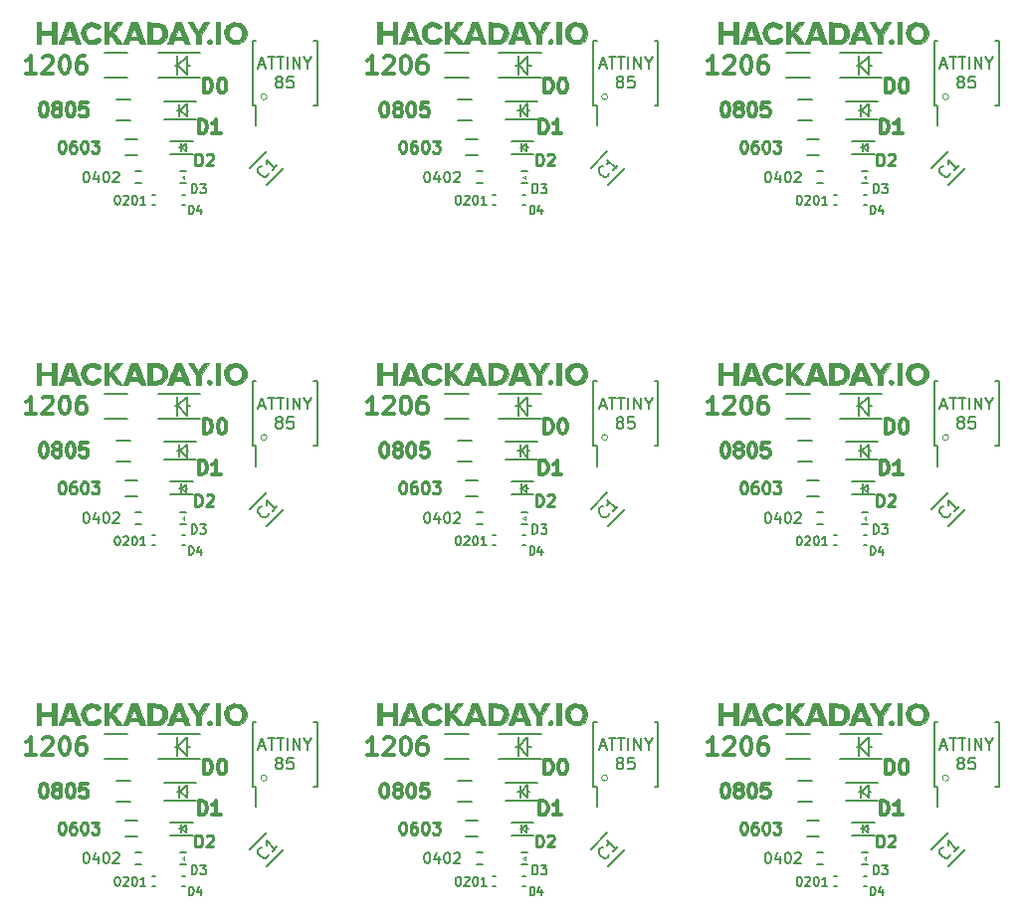
<source format=gto>
%MOIN*%
%OFA0B0*%
%FSLAX46Y46*%
%IPPOS*%
%LPD*%
%ADD10C,0.0039370078740157488*%
%ADD11C,0.005905511811023622*%
%ADD12C,0.0078740157480314977*%
%ADD13C,0.00984251968503937*%
%ADD14C,0.011811023622047244*%
%ADD15C,0.00039370078740157485*%
%ADD16C,0.006889763779527559*%
%ADD17C,0.012303149606299213*%
%ADD28C,0.0039370078740157488*%
%ADD29C,0.005905511811023622*%
%ADD30C,0.0078740157480314977*%
%ADD31C,0.00984251968503937*%
%ADD32C,0.011811023622047244*%
%ADD33C,0.00039370078740157485*%
%ADD34C,0.006889763779527559*%
%ADD35C,0.012303149606299213*%
%ADD36C,0.0039370078740157488*%
%ADD37C,0.005905511811023622*%
%ADD38C,0.0078740157480314977*%
%ADD39C,0.00984251968503937*%
%ADD40C,0.011811023622047244*%
%ADD41C,0.00039370078740157485*%
%ADD42C,0.006889763779527559*%
%ADD43C,0.012303149606299213*%
%ADD44C,0.0039370078740157488*%
%ADD45C,0.005905511811023622*%
%ADD46C,0.0078740157480314977*%
%ADD47C,0.00984251968503937*%
%ADD48C,0.011811023622047244*%
%ADD49C,0.00039370078740157485*%
%ADD50C,0.006889763779527559*%
%ADD51C,0.012303149606299213*%
%ADD52C,0.0039370078740157488*%
%ADD53C,0.005905511811023622*%
%ADD54C,0.0078740157480314977*%
%ADD55C,0.00984251968503937*%
%ADD56C,0.011811023622047244*%
%ADD57C,0.00039370078740157485*%
%ADD58C,0.006889763779527559*%
%ADD59C,0.012303149606299213*%
%ADD60C,0.0039370078740157488*%
%ADD61C,0.005905511811023622*%
%ADD62C,0.0078740157480314977*%
%ADD63C,0.00984251968503937*%
%ADD64C,0.011811023622047244*%
%ADD65C,0.00039370078740157485*%
%ADD66C,0.006889763779527559*%
%ADD67C,0.012303149606299213*%
%ADD68C,0.0039370078740157488*%
%ADD69C,0.005905511811023622*%
%ADD70C,0.0078740157480314977*%
%ADD71C,0.00984251968503937*%
%ADD72C,0.011811023622047244*%
%ADD73C,0.00039370078740157485*%
%ADD74C,0.006889763779527559*%
%ADD75C,0.012303149606299213*%
%ADD76C,0.0039370078740157488*%
%ADD77C,0.005905511811023622*%
%ADD78C,0.0078740157480314977*%
%ADD79C,0.00984251968503937*%
%ADD80C,0.011811023622047244*%
%ADD81C,0.00039370078740157485*%
%ADD82C,0.006889763779527559*%
%ADD83C,0.012303149606299213*%
%ADD84C,0.0039370078740157488*%
%ADD85C,0.005905511811023622*%
%ADD86C,0.0078740157480314977*%
%ADD87C,0.00984251968503937*%
%ADD88C,0.011811023622047244*%
%ADD89C,0.00039370078740157485*%
%ADD90C,0.006889763779527559*%
%ADD91C,0.012303149606299213*%
G01G01*
D10*
D11*
X0000334721Y0000095371D02*
X0000337578Y0000095371D01*
X0000340435Y0000093943D01*
X0000341864Y0000092514D01*
X0000343293Y0000089657D01*
X0000344721Y0000083943D01*
X0000344721Y0000076800D01*
X0000343293Y0000071085D01*
X0000341864Y0000068228D01*
X0000340435Y0000066800D01*
X0000337578Y0000065371D01*
X0000334721Y0000065371D01*
X0000331864Y0000066800D01*
X0000330435Y0000068228D01*
X0000329007Y0000071085D01*
X0000327578Y0000076800D01*
X0000327578Y0000083943D01*
X0000329007Y0000089657D01*
X0000330435Y0000092514D01*
X0000331864Y0000093943D01*
X0000334721Y0000095371D01*
X0000356150Y0000092514D02*
X0000357578Y0000093943D01*
X0000360435Y0000095371D01*
X0000367578Y0000095371D01*
X0000370435Y0000093943D01*
X0000371864Y0000092514D01*
X0000373292Y0000089657D01*
X0000373292Y0000086800D01*
X0000371864Y0000082514D01*
X0000354721Y0000065371D01*
X0000373292Y0000065371D01*
X0000391864Y0000095371D02*
X0000394721Y0000095371D01*
X0000397578Y0000093943D01*
X0000399007Y0000092514D01*
X0000400435Y0000089657D01*
X0000401864Y0000083943D01*
X0000401864Y0000076800D01*
X0000400435Y0000071085D01*
X0000399007Y0000068228D01*
X0000397578Y0000066800D01*
X0000394721Y0000065371D01*
X0000391864Y0000065371D01*
X0000389007Y0000066800D01*
X0000387578Y0000068228D01*
X0000386150Y0000071085D01*
X0000384721Y0000076800D01*
X0000384721Y0000083943D01*
X0000386150Y0000089657D01*
X0000387578Y0000092514D01*
X0000389007Y0000093943D01*
X0000391864Y0000095371D01*
X0000430435Y0000065371D02*
X0000413292Y0000065371D01*
X0000421864Y0000065371D02*
X0000421864Y0000095371D01*
X0000419007Y0000091085D01*
X0000416150Y0000088228D01*
X0000413292Y0000086800D01*
D12*
X0000229840Y0000175609D02*
X0000233173Y0000175609D01*
X0000236507Y0000173943D01*
X0000238173Y0000172276D01*
X0000239840Y0000168943D01*
X0000241507Y0000162276D01*
X0000241507Y0000153943D01*
X0000239840Y0000147276D01*
X0000238173Y0000143943D01*
X0000236507Y0000142276D01*
X0000233173Y0000140609D01*
X0000229840Y0000140609D01*
X0000226507Y0000142276D01*
X0000224840Y0000143943D01*
X0000223173Y0000147276D01*
X0000221507Y0000153943D01*
X0000221507Y0000162276D01*
X0000223173Y0000168943D01*
X0000224840Y0000172276D01*
X0000226507Y0000173943D01*
X0000229840Y0000175609D01*
X0000271507Y0000163943D02*
X0000271507Y0000140609D01*
X0000263173Y0000177276D02*
X0000254840Y0000152276D01*
X0000276507Y0000152276D01*
X0000296507Y0000175609D02*
X0000299840Y0000175609D01*
X0000303173Y0000173943D01*
X0000304840Y0000172276D01*
X0000306507Y0000168943D01*
X0000308173Y0000162276D01*
X0000308173Y0000153943D01*
X0000306507Y0000147276D01*
X0000304840Y0000143943D01*
X0000303173Y0000142276D01*
X0000299840Y0000140609D01*
X0000296507Y0000140609D01*
X0000293173Y0000142276D01*
X0000291507Y0000143943D01*
X0000289840Y0000147276D01*
X0000288173Y0000153943D01*
X0000288173Y0000162276D01*
X0000289840Y0000168943D01*
X0000291507Y0000172276D01*
X0000293173Y0000173943D01*
X0000296507Y0000175609D01*
X0000321507Y0000172276D02*
X0000323173Y0000173943D01*
X0000326507Y0000175609D01*
X0000334840Y0000175609D01*
X0000338173Y0000173943D01*
X0000339840Y0000172276D01*
X0000341507Y0000168943D01*
X0000341507Y0000165609D01*
X0000339840Y0000160609D01*
X0000319840Y0000140609D01*
X0000341507Y0000140609D01*
D13*
X0000148389Y0000278002D02*
X0000152139Y0000278002D01*
X0000155888Y0000276128D01*
X0000157763Y0000274253D01*
X0000159638Y0000270503D01*
X0000161512Y0000263004D01*
X0000161512Y0000253630D01*
X0000159638Y0000246131D01*
X0000157763Y0000242382D01*
X0000155888Y0000240507D01*
X0000152139Y0000238632D01*
X0000148389Y0000238632D01*
X0000144640Y0000240507D01*
X0000142765Y0000242382D01*
X0000140890Y0000246131D01*
X0000139015Y0000253630D01*
X0000139015Y0000263004D01*
X0000140890Y0000270503D01*
X0000142765Y0000274253D01*
X0000144640Y0000276128D01*
X0000148389Y0000278002D01*
X0000195258Y0000278002D02*
X0000187759Y0000278002D01*
X0000184010Y0000276128D01*
X0000182135Y0000274253D01*
X0000178385Y0000268629D01*
X0000176511Y0000261130D01*
X0000176511Y0000246131D01*
X0000178385Y0000242382D01*
X0000180260Y0000240507D01*
X0000184010Y0000238632D01*
X0000191509Y0000238632D01*
X0000195258Y0000240507D01*
X0000197133Y0000242382D01*
X0000199008Y0000246131D01*
X0000199008Y0000255505D01*
X0000197133Y0000259255D01*
X0000195258Y0000261130D01*
X0000191509Y0000263004D01*
X0000184010Y0000263004D01*
X0000180260Y0000261130D01*
X0000178385Y0000259255D01*
X0000176511Y0000255505D01*
X0000223380Y0000278002D02*
X0000227129Y0000278002D01*
X0000230879Y0000276128D01*
X0000232754Y0000274253D01*
X0000234628Y0000270503D01*
X0000236503Y0000263004D01*
X0000236503Y0000253630D01*
X0000234628Y0000246131D01*
X0000232754Y0000242382D01*
X0000230879Y0000240507D01*
X0000227129Y0000238632D01*
X0000223380Y0000238632D01*
X0000219630Y0000240507D01*
X0000217755Y0000242382D01*
X0000215881Y0000246131D01*
X0000214006Y0000253630D01*
X0000214006Y0000263004D01*
X0000215881Y0000270503D01*
X0000217755Y0000274253D01*
X0000219630Y0000276128D01*
X0000223380Y0000278002D01*
X0000249626Y0000278002D02*
X0000273998Y0000278002D01*
X0000260875Y0000263004D01*
X0000266499Y0000263004D01*
X0000270249Y0000261130D01*
X0000272124Y0000259255D01*
X0000273998Y0000255505D01*
X0000273998Y0000246131D01*
X0000272124Y0000242382D01*
X0000270249Y0000240507D01*
X0000266499Y0000238632D01*
X0000255251Y0000238632D01*
X0000251501Y0000240507D01*
X0000249626Y0000242382D01*
D14*
X0000086766Y0000407314D02*
X0000091265Y0000407314D01*
X0000095764Y0000405065D01*
X0000098014Y0000402815D01*
X0000100264Y0000398315D01*
X0000102514Y0000389317D01*
X0000102514Y0000378068D01*
X0000100264Y0000369069D01*
X0000098014Y0000364570D01*
X0000095764Y0000362320D01*
X0000091265Y0000360070D01*
X0000086766Y0000360070D01*
X0000082266Y0000362320D01*
X0000080016Y0000364570D01*
X0000077767Y0000369069D01*
X0000075517Y0000378068D01*
X0000075517Y0000389317D01*
X0000077767Y0000398315D01*
X0000080016Y0000402815D01*
X0000082266Y0000405065D01*
X0000086766Y0000407314D01*
X0000129510Y0000387067D02*
X0000125011Y0000389317D01*
X0000122761Y0000391566D01*
X0000120511Y0000396066D01*
X0000120511Y0000398315D01*
X0000122761Y0000402815D01*
X0000125011Y0000405065D01*
X0000129510Y0000407314D01*
X0000138509Y0000407314D01*
X0000143008Y0000405065D01*
X0000145258Y0000402815D01*
X0000147508Y0000398315D01*
X0000147508Y0000396066D01*
X0000145258Y0000391566D01*
X0000143008Y0000389317D01*
X0000138509Y0000387067D01*
X0000129510Y0000387067D01*
X0000125011Y0000384817D01*
X0000122761Y0000382567D01*
X0000120511Y0000378068D01*
X0000120511Y0000369069D01*
X0000122761Y0000364570D01*
X0000125011Y0000362320D01*
X0000129510Y0000360070D01*
X0000138509Y0000360070D01*
X0000143008Y0000362320D01*
X0000145258Y0000364570D01*
X0000147508Y0000369069D01*
X0000147508Y0000378068D01*
X0000145258Y0000382567D01*
X0000143008Y0000384817D01*
X0000138509Y0000387067D01*
X0000176754Y0000407314D02*
X0000181254Y0000407314D01*
X0000185753Y0000405065D01*
X0000188003Y0000402815D01*
X0000190253Y0000398315D01*
X0000192502Y0000389317D01*
X0000192502Y0000378068D01*
X0000190253Y0000369069D01*
X0000188003Y0000364570D01*
X0000185753Y0000362320D01*
X0000181254Y0000360070D01*
X0000176754Y0000360070D01*
X0000172255Y0000362320D01*
X0000170005Y0000364570D01*
X0000167755Y0000369069D01*
X0000165506Y0000378068D01*
X0000165506Y0000389317D01*
X0000167755Y0000398315D01*
X0000170005Y0000402815D01*
X0000172255Y0000405065D01*
X0000176754Y0000407314D01*
X0000235247Y0000407314D02*
X0000212750Y0000407314D01*
X0000210500Y0000384817D01*
X0000212750Y0000387067D01*
X0000217249Y0000389317D01*
X0000228498Y0000389317D01*
X0000232997Y0000387067D01*
X0000235247Y0000384817D01*
X0000237497Y0000380318D01*
X0000237497Y0000369069D01*
X0000235247Y0000364570D01*
X0000232997Y0000362320D01*
X0000228498Y0000360070D01*
X0000217249Y0000360070D01*
X0000212750Y0000362320D01*
X0000210500Y0000364570D01*
X0000064015Y0000504727D02*
X0000030269Y0000504727D01*
X0000047142Y0000504727D02*
X0000047142Y0000563782D01*
X0000041518Y0000555346D01*
X0000035894Y0000549722D01*
X0000030269Y0000546909D01*
X0000086512Y0000558158D02*
X0000089325Y0000560970D01*
X0000094949Y0000563782D01*
X0000109010Y0000563782D01*
X0000114634Y0000560970D01*
X0000117446Y0000558158D01*
X0000120258Y0000552534D01*
X0000120258Y0000546909D01*
X0000117446Y0000538473D01*
X0000083700Y0000504727D01*
X0000120258Y0000504727D01*
X0000156816Y0000563782D02*
X0000162440Y0000563782D01*
X0000168065Y0000560970D01*
X0000170877Y0000558158D01*
X0000173689Y0000552534D01*
X0000176501Y0000541285D01*
X0000176501Y0000527224D01*
X0000173689Y0000515976D01*
X0000170877Y0000510351D01*
X0000168065Y0000507539D01*
X0000162440Y0000504727D01*
X0000156816Y0000504727D01*
X0000151192Y0000507539D01*
X0000148380Y0000510351D01*
X0000145568Y0000515976D01*
X0000142755Y0000527224D01*
X0000142755Y0000541285D01*
X0000145568Y0000552534D01*
X0000148380Y0000558158D01*
X0000151192Y0000560970D01*
X0000156816Y0000563782D01*
X0000227120Y0000563782D02*
X0000215871Y0000563782D01*
X0000210247Y0000560970D01*
X0000207435Y0000558158D01*
X0000201810Y0000549722D01*
X0000198998Y0000538473D01*
X0000198998Y0000515976D01*
X0000201810Y0000510351D01*
X0000204623Y0000507539D01*
X0000210247Y0000504727D01*
X0000221496Y0000504727D01*
X0000227120Y0000507539D01*
X0000229932Y0000510351D01*
X0000232744Y0000515976D01*
X0000232744Y0000530037D01*
X0000229932Y0000535661D01*
X0000227120Y0000538473D01*
X0000221496Y0000541285D01*
X0000210247Y0000541285D01*
X0000204623Y0000538473D01*
X0000201810Y0000535661D01*
X0000198998Y0000530037D01*
D11*
X0000810268Y0000532361D02*
X0000829015Y0000532361D01*
X0000806518Y0000521113D02*
X0000819641Y0000560483D01*
X0000832765Y0000521113D01*
X0000840264Y0000560483D02*
X0000862761Y0000560483D01*
X0000851512Y0000521113D02*
X0000851512Y0000560483D01*
X0000870260Y0000560483D02*
X0000892757Y0000560483D01*
X0000881509Y0000521113D02*
X0000881509Y0000560483D01*
X0000905881Y0000521113D02*
X0000905881Y0000560483D01*
X0000924628Y0000521113D02*
X0000924628Y0000560483D01*
X0000947125Y0000521113D01*
X0000947125Y0000560483D01*
X0000973372Y0000539860D02*
X0000973372Y0000521113D01*
X0000960249Y0000560483D02*
X0000973372Y0000539860D01*
X0000986496Y0000560483D01*
X0000874010Y0000478649D02*
X0000870260Y0000480524D01*
X0000868385Y0000482399D01*
X0000866511Y0000486148D01*
X0000866511Y0000488023D01*
X0000868385Y0000491773D01*
X0000870260Y0000493647D01*
X0000874010Y0000495522D01*
X0000881509Y0000495522D01*
X0000885258Y0000493647D01*
X0000887133Y0000491773D01*
X0000889008Y0000488023D01*
X0000889008Y0000486148D01*
X0000887133Y0000482399D01*
X0000885258Y0000480524D01*
X0000881509Y0000478649D01*
X0000874010Y0000478649D01*
X0000870260Y0000476774D01*
X0000868385Y0000474900D01*
X0000866511Y0000471150D01*
X0000866511Y0000463651D01*
X0000868385Y0000459902D01*
X0000870260Y0000458027D01*
X0000874010Y0000456152D01*
X0000881509Y0000456152D01*
X0000885258Y0000458027D01*
X0000887133Y0000459902D01*
X0000889008Y0000463651D01*
X0000889008Y0000471150D01*
X0000887133Y0000474900D01*
X0000885258Y0000476774D01*
X0000881509Y0000478649D01*
X0000924628Y0000495522D02*
X0000905881Y0000495522D01*
X0000904006Y0000476774D01*
X0000905881Y0000478649D01*
X0000909630Y0000480524D01*
X0000919004Y0000480524D01*
X0000922754Y0000478649D01*
X0000924628Y0000476774D01*
X0000926503Y0000473025D01*
X0000926503Y0000463651D01*
X0000924628Y0000459902D01*
X0000922754Y0000458027D01*
X0000919004Y0000456152D01*
X0000909630Y0000456152D01*
X0000905881Y0000458027D01*
X0000904006Y0000459902D01*
X0000561034Y0000098765D02*
X0000551979Y0000098765D01*
X0000551979Y0000064120D02*
X0000561034Y0000064120D01*
D10*
X0000560444Y0000150537D02*
X0000560444Y0000162348D01*
X0000552570Y0000156443D02*
X0000560444Y0000150537D01*
X0000552570Y0000156443D02*
X0000560444Y0000162348D01*
D11*
X0000566349Y0000177112D02*
X0000546664Y0000177112D01*
X0000546664Y0000135773D02*
X0000566349Y0000135773D01*
X0000837203Y0000130069D02*
X0000892880Y0000185747D01*
X0000835811Y0000242816D02*
X0000780133Y0000187139D01*
X0000536822Y0000503884D02*
X0000536822Y0000499947D01*
X0000536822Y0000559002D02*
X0000536822Y0000562939D01*
X0000568318Y0000531443D02*
X0000580129Y0000531443D01*
X0000568318Y0000499947D02*
X0000568318Y0000559002D01*
X0000568318Y0000559002D02*
X0000568318Y0000562939D01*
X0000564381Y0000503884D02*
X0000568318Y0000499947D01*
X0000564381Y0000559002D02*
X0000568318Y0000562939D01*
X0000528948Y0000531443D02*
X0000536822Y0000531443D01*
X0000536822Y0000511758D02*
X0000536822Y0000503884D01*
X0000536822Y0000551128D02*
X0000536822Y0000559002D01*
X0000540759Y0000531443D02*
X0000564381Y0000503884D01*
X0000564381Y0000559002D02*
X0000540759Y0000535380D01*
X0000471861Y0000490104D02*
X0000613593Y0000490104D01*
X0000471861Y0000572781D02*
X0000613593Y0000572781D01*
X0000536822Y0000551128D02*
X0000536822Y0000511758D01*
X0000568318Y0000381443D02*
X0000574223Y0000381443D01*
X0000534853Y0000381443D02*
X0000548633Y0000381443D01*
X0000546664Y0000381443D02*
X0000568318Y0000403096D01*
X0000568318Y0000403096D02*
X0000568318Y0000359789D01*
X0000568318Y0000359789D02*
X0000546664Y0000381443D01*
X0000542727Y0000395222D02*
X0000542727Y0000401128D01*
X0000542727Y0000367663D02*
X0000542727Y0000361758D01*
X0000493515Y0000351915D02*
X0000599814Y0000351915D01*
X0000493515Y0000410970D02*
X0000599814Y0000410970D01*
X0000542727Y0000395222D02*
X0000542727Y0000367663D01*
X0000564381Y0000256443D02*
X0000570286Y0000256443D01*
X0000542727Y0000256443D02*
X0000550601Y0000256443D01*
X0000552570Y0000256443D02*
X0000564381Y0000270222D01*
X0000564381Y0000270222D02*
X0000564381Y0000242663D01*
X0000564381Y0000242663D02*
X0000548633Y0000256443D01*
X0000548633Y0000256443D02*
X0000550601Y0000256443D01*
X0000548633Y0000272191D02*
X0000548633Y0000242663D01*
X0000513200Y0000234789D02*
X0000588003Y0000234789D01*
X0000513200Y0000278096D02*
X0000588003Y0000278096D01*
D10*
X0000836507Y0000426443D02*
G75*
G03G03X0000836507Y0000426443I-0000010000D01X0000836507Y0000426443I-0000010000D01*
G01G01*
D11*
X0000788042Y0000398175D02*
X0000799853Y0000398175D01*
X0000788042Y0000614710D02*
X0000799853Y0000614710D01*
X0001004971Y0000614710D02*
X0000993160Y0000614710D01*
X0001004971Y0000398175D02*
X0000993160Y0000398175D01*
X0000788042Y0000398175D02*
X0000788042Y0000614710D01*
X0001004971Y0000398175D02*
X0001004971Y0000614710D01*
X0000799853Y0000398175D02*
X0000799853Y0000329277D01*
X0000292137Y0000573765D02*
X0000370877Y0000573765D01*
X0000370877Y0000489120D02*
X0000292137Y0000489120D01*
X0000332885Y0000415891D02*
X0000380129Y0000415891D01*
X0000380129Y0000346994D02*
X0000332885Y0000346994D01*
X0000361822Y0000283017D02*
X0000401192Y0000283017D01*
X0000401192Y0000229868D02*
X0000361822Y0000229868D01*
X0000396664Y0000135773D02*
X0000416349Y0000135773D01*
X0000416349Y0000177112D02*
X0000396664Y0000177112D01*
X0000451979Y0000064120D02*
X0000461034Y0000064120D01*
X0000461034Y0000098765D02*
X0000451979Y0000098765D01*
D15*
G36*
X0000080143Y0000646897D02*
X0000116507Y0000646897D01*
X0000116507Y0000675988D01*
X0000131052Y0000675988D01*
X0000131052Y0000603261D01*
X0000116507Y0000603261D01*
X0000116507Y0000634170D01*
X0000080143Y0000634170D01*
X0000080143Y0000603261D01*
X0000065598Y0000603261D01*
X0000065598Y0000675988D01*
X0000080143Y0000675988D01*
X0000080143Y0000646897D01*
X0000080143Y0000646897D01*
G37*
X0000080143Y0000646897D02*
X0000116507Y0000646897D01*
X0000116507Y0000675988D01*
X0000131052Y0000675988D01*
X0000131052Y0000603261D01*
X0000116507Y0000603261D01*
X0000116507Y0000634170D01*
X0000080143Y0000634170D01*
X0000080143Y0000603261D01*
X0000065598Y0000603261D01*
X0000065598Y0000675988D01*
X0000080143Y0000675988D01*
X0000080143Y0000646897D01*
G36*
X0000194640Y0000650988D02*
X0000198473Y0000640959D01*
X0000202252Y0000631063D01*
X0000205591Y0000622312D01*
X0000208104Y0000615717D01*
X0000208519Y0000614624D01*
X0000212839Y0000603261D01*
X0000204580Y0000603261D01*
X0000199367Y0000603498D01*
X0000196448Y0000604729D01*
X0000194486Y0000607734D01*
X0000193662Y0000609624D01*
X0000191003Y0000615988D01*
X0000160192Y0000615988D01*
X0000157533Y0000609624D01*
X0000155579Y0000605684D01*
X0000153207Y0000603831D01*
X0000149080Y0000603287D01*
X0000146615Y0000603261D01*
X0000138356Y0000603261D01*
X0000142676Y0000614624D01*
X0000144948Y0000620590D01*
X0000148047Y0000628715D01*
X0000163818Y0000628715D01*
X0000187199Y0000628715D01*
X0000182898Y0000641361D01*
X0000180296Y0000648610D01*
X0000177920Y0000654524D01*
X0000176041Y0000658500D01*
X0000174928Y0000659935D01*
X0000174744Y0000659518D01*
X0000174135Y0000657461D01*
X0000172557Y0000652839D01*
X0000170300Y0000646494D01*
X0000169253Y0000643609D01*
X0000163818Y0000628715D01*
X0000148047Y0000628715D01*
X0000148133Y0000628940D01*
X0000151846Y0000638665D01*
X0000155700Y0000648753D01*
X0000156555Y0000650988D01*
X0000166113Y0000675988D01*
X0000185082Y0000675988D01*
X0000194640Y0000650988D01*
X0000194640Y0000650988D01*
G37*
X0000194640Y0000650988D02*
X0000198473Y0000640959D01*
X0000202252Y0000631063D01*
X0000205591Y0000622312D01*
X0000208104Y0000615717D01*
X0000208519Y0000614624D01*
X0000212839Y0000603261D01*
X0000204580Y0000603261D01*
X0000199367Y0000603498D01*
X0000196448Y0000604729D01*
X0000194486Y0000607734D01*
X0000193662Y0000609624D01*
X0000191003Y0000615988D01*
X0000160192Y0000615988D01*
X0000157533Y0000609624D01*
X0000155579Y0000605684D01*
X0000153207Y0000603831D01*
X0000149080Y0000603287D01*
X0000146615Y0000603261D01*
X0000138356Y0000603261D01*
X0000142676Y0000614624D01*
X0000144948Y0000620590D01*
X0000148047Y0000628715D01*
X0000163818Y0000628715D01*
X0000187199Y0000628715D01*
X0000182898Y0000641361D01*
X0000180296Y0000648610D01*
X0000177920Y0000654524D01*
X0000176041Y0000658500D01*
X0000174928Y0000659935D01*
X0000174744Y0000659518D01*
X0000174135Y0000657461D01*
X0000172557Y0000652839D01*
X0000170300Y0000646494D01*
X0000169253Y0000643609D01*
X0000163818Y0000628715D01*
X0000148047Y0000628715D01*
X0000148133Y0000628940D01*
X0000151846Y0000638665D01*
X0000155700Y0000648753D01*
X0000156555Y0000650988D01*
X0000166113Y0000675988D01*
X0000185082Y0000675988D01*
X0000194640Y0000650988D01*
G36*
X0000260574Y0000675126D02*
X0000268513Y0000672307D01*
X0000275143Y0000667350D01*
X0000279031Y0000662922D01*
X0000279726Y0000659721D01*
X0000277210Y0000657193D01*
X0000274736Y0000656007D01*
X0000270909Y0000654811D01*
X0000267888Y0000655423D01*
X0000264047Y0000658212D01*
X0000263687Y0000658514D01*
X0000256678Y0000662274D01*
X0000248900Y0000663090D01*
X0000241345Y0000661153D01*
X0000235008Y0000656655D01*
X0000231992Y0000652411D01*
X0000229447Y0000644309D01*
X0000229472Y0000635792D01*
X0000231827Y0000627859D01*
X0000236274Y0000621508D01*
X0000240084Y0000618746D01*
X0000248527Y0000616144D01*
X0000256728Y0000616911D01*
X0000263687Y0000620735D01*
X0000267653Y0000623699D01*
X0000270678Y0000624459D01*
X0000274390Y0000623383D01*
X0000274736Y0000623241D01*
X0000278475Y0000621087D01*
X0000280138Y0000618932D01*
X0000280143Y0000618835D01*
X0000278728Y0000615841D01*
X0000275167Y0000611998D01*
X0000270488Y0000608235D01*
X0000265719Y0000605477D01*
X0000265025Y0000605195D01*
X0000257272Y0000603579D01*
X0000247983Y0000603523D01*
X0000238865Y0000604943D01*
X0000233568Y0000606739D01*
X0000224993Y0000612518D01*
X0000218507Y0000620682D01*
X0000214491Y0000630408D01*
X0000213324Y0000640871D01*
X0000214417Y0000648228D01*
X0000219004Y0000659212D01*
X0000226062Y0000667590D01*
X0000235347Y0000673175D01*
X0000246614Y0000675776D01*
X0000250479Y0000675948D01*
X0000260574Y0000675126D01*
X0000260574Y0000675126D01*
G37*
X0000260574Y0000675126D02*
X0000268513Y0000672307D01*
X0000275143Y0000667350D01*
X0000279031Y0000662922D01*
X0000279726Y0000659721D01*
X0000277210Y0000657193D01*
X0000274736Y0000656007D01*
X0000270909Y0000654811D01*
X0000267888Y0000655423D01*
X0000264047Y0000658212D01*
X0000263687Y0000658514D01*
X0000256678Y0000662274D01*
X0000248900Y0000663090D01*
X0000241345Y0000661153D01*
X0000235008Y0000656655D01*
X0000231992Y0000652411D01*
X0000229447Y0000644309D01*
X0000229472Y0000635792D01*
X0000231827Y0000627859D01*
X0000236274Y0000621508D01*
X0000240084Y0000618746D01*
X0000248527Y0000616144D01*
X0000256728Y0000616911D01*
X0000263687Y0000620735D01*
X0000267653Y0000623699D01*
X0000270678Y0000624459D01*
X0000274390Y0000623383D01*
X0000274736Y0000623241D01*
X0000278475Y0000621087D01*
X0000280138Y0000618932D01*
X0000280143Y0000618835D01*
X0000278728Y0000615841D01*
X0000275167Y0000611998D01*
X0000270488Y0000608235D01*
X0000265719Y0000605477D01*
X0000265025Y0000605195D01*
X0000257272Y0000603579D01*
X0000247983Y0000603523D01*
X0000238865Y0000604943D01*
X0000233568Y0000606739D01*
X0000224993Y0000612518D01*
X0000218507Y0000620682D01*
X0000214491Y0000630408D01*
X0000213324Y0000640871D01*
X0000214417Y0000648228D01*
X0000219004Y0000659212D01*
X0000226062Y0000667590D01*
X0000235347Y0000673175D01*
X0000246614Y0000675776D01*
X0000250479Y0000675948D01*
X0000260574Y0000675126D01*
G36*
X0000305598Y0000660533D02*
X0000305751Y0000653550D01*
X0000306161Y0000648208D01*
X0000306750Y0000645344D01*
X0000307010Y0000645079D01*
X0000308627Y0000646437D01*
X0000311900Y0000650112D01*
X0000316315Y0000655502D01*
X0000320192Y0000660475D01*
X0000331961Y0000675871D01*
X0000341574Y0000675930D01*
X0000351187Y0000675988D01*
X0000321963Y0000641822D01*
X0000337554Y0000622442D01*
X0000353144Y0000603061D01*
X0000333851Y0000604170D01*
X0000312072Y0000632671D01*
X0000308835Y0000628674D01*
X0000306618Y0000624141D01*
X0000305665Y0000617195D01*
X0000305598Y0000613968D01*
X0000305598Y0000603261D01*
X0000291052Y0000603261D01*
X0000291052Y0000675988D01*
X0000305598Y0000675988D01*
X0000305598Y0000660533D01*
X0000305598Y0000660533D01*
G37*
X0000305598Y0000660533D02*
X0000305751Y0000653550D01*
X0000306161Y0000648208D01*
X0000306750Y0000645344D01*
X0000307010Y0000645079D01*
X0000308627Y0000646437D01*
X0000311900Y0000650112D01*
X0000316315Y0000655502D01*
X0000320192Y0000660475D01*
X0000331961Y0000675871D01*
X0000341574Y0000675930D01*
X0000351187Y0000675988D01*
X0000321963Y0000641822D01*
X0000337554Y0000622442D01*
X0000353144Y0000603061D01*
X0000333851Y0000604170D01*
X0000312072Y0000632671D01*
X0000308835Y0000628674D01*
X0000306618Y0000624141D01*
X0000305665Y0000617195D01*
X0000305598Y0000613968D01*
X0000305598Y0000603261D01*
X0000291052Y0000603261D01*
X0000291052Y0000675988D01*
X0000305598Y0000675988D01*
X0000305598Y0000660533D01*
G36*
X0000411004Y0000650988D02*
X0000414837Y0000640959D01*
X0000418615Y0000631063D01*
X0000421954Y0000622312D01*
X0000424467Y0000615717D01*
X0000424883Y0000614624D01*
X0000429203Y0000603261D01*
X0000420944Y0000603261D01*
X0000415731Y0000603498D01*
X0000412812Y0000604729D01*
X0000410850Y0000607734D01*
X0000410026Y0000609624D01*
X0000407367Y0000615988D01*
X0000376556Y0000615988D01*
X0000373897Y0000609624D01*
X0000371942Y0000605684D01*
X0000369570Y0000603831D01*
X0000365444Y0000603287D01*
X0000362979Y0000603261D01*
X0000354720Y0000603261D01*
X0000359040Y0000614624D01*
X0000361312Y0000620590D01*
X0000364411Y0000628715D01*
X0000380181Y0000628715D01*
X0000403563Y0000628715D01*
X0000399262Y0000641361D01*
X0000396660Y0000648610D01*
X0000394284Y0000654524D01*
X0000392404Y0000658500D01*
X0000391291Y0000659935D01*
X0000391108Y0000659518D01*
X0000390499Y0000657461D01*
X0000388920Y0000652839D01*
X0000386664Y0000646494D01*
X0000385617Y0000643609D01*
X0000380181Y0000628715D01*
X0000364411Y0000628715D01*
X0000364497Y0000628940D01*
X0000368210Y0000638665D01*
X0000372064Y0000648753D01*
X0000372919Y0000650988D01*
X0000382477Y0000675988D01*
X0000401446Y0000675988D01*
X0000411004Y0000650988D01*
X0000411004Y0000650988D01*
G37*
X0000411004Y0000650988D02*
X0000414837Y0000640959D01*
X0000418615Y0000631063D01*
X0000421954Y0000622312D01*
X0000424467Y0000615717D01*
X0000424883Y0000614624D01*
X0000429203Y0000603261D01*
X0000420944Y0000603261D01*
X0000415731Y0000603498D01*
X0000412812Y0000604729D01*
X0000410850Y0000607734D01*
X0000410026Y0000609624D01*
X0000407367Y0000615988D01*
X0000376556Y0000615988D01*
X0000373897Y0000609624D01*
X0000371942Y0000605684D01*
X0000369570Y0000603831D01*
X0000365444Y0000603287D01*
X0000362979Y0000603261D01*
X0000354720Y0000603261D01*
X0000359040Y0000614624D01*
X0000361312Y0000620590D01*
X0000364411Y0000628715D01*
X0000380181Y0000628715D01*
X0000403563Y0000628715D01*
X0000399262Y0000641361D01*
X0000396660Y0000648610D01*
X0000394284Y0000654524D01*
X0000392404Y0000658500D01*
X0000391291Y0000659935D01*
X0000391108Y0000659518D01*
X0000390499Y0000657461D01*
X0000388920Y0000652839D01*
X0000386664Y0000646494D01*
X0000385617Y0000643609D01*
X0000380181Y0000628715D01*
X0000364411Y0000628715D01*
X0000364497Y0000628940D01*
X0000368210Y0000638665D01*
X0000372064Y0000648753D01*
X0000372919Y0000650988D01*
X0000382477Y0000675988D01*
X0000401446Y0000675988D01*
X0000411004Y0000650988D01*
G36*
X0000456961Y0000675648D02*
X0000470652Y0000674594D01*
X0000481300Y0000672345D01*
X0000489378Y0000668625D01*
X0000495362Y0000663157D01*
X0000499728Y0000655662D01*
X0000501990Y0000649351D01*
X0000503522Y0000638346D01*
X0000501684Y0000627843D01*
X0000496735Y0000618479D01*
X0000488931Y0000610889D01*
X0000485527Y0000608744D01*
X0000481365Y0000606680D01*
X0000477079Y0000605290D01*
X0000471735Y0000604403D01*
X0000464396Y0000603849D01*
X0000456961Y0000603548D01*
X0000436507Y0000602868D01*
X0000436507Y0000633050D01*
X0000451314Y0000633050D01*
X0000451354Y0000625781D01*
X0000451551Y0000620579D01*
X0000451842Y0000618372D01*
X0000454252Y0000616689D01*
X0000459076Y0000616056D01*
X0000465251Y0000616455D01*
X0000471716Y0000617866D01*
X0000474291Y0000618768D01*
X0000481432Y0000623403D01*
X0000485866Y0000630369D01*
X0000487415Y0000639385D01*
X0000487416Y0000639541D01*
X0000486153Y0000648855D01*
X0000482309Y0000655674D01*
X0000475800Y0000660074D01*
X0000466540Y0000662132D01*
X0000462208Y0000662316D01*
X0000451961Y0000662352D01*
X0000451444Y0000641554D01*
X0000451314Y0000633050D01*
X0000436507Y0000633050D01*
X0000436507Y0000676380D01*
X0000456961Y0000675648D01*
X0000456961Y0000675648D01*
G37*
X0000456961Y0000675648D02*
X0000470652Y0000674594D01*
X0000481300Y0000672345D01*
X0000489378Y0000668625D01*
X0000495362Y0000663157D01*
X0000499728Y0000655662D01*
X0000501990Y0000649351D01*
X0000503522Y0000638346D01*
X0000501684Y0000627843D01*
X0000496735Y0000618479D01*
X0000488931Y0000610889D01*
X0000485527Y0000608744D01*
X0000481365Y0000606680D01*
X0000477079Y0000605290D01*
X0000471735Y0000604403D01*
X0000464396Y0000603849D01*
X0000456961Y0000603548D01*
X0000436507Y0000602868D01*
X0000436507Y0000633050D01*
X0000451314Y0000633050D01*
X0000451354Y0000625781D01*
X0000451551Y0000620579D01*
X0000451842Y0000618372D01*
X0000454252Y0000616689D01*
X0000459076Y0000616056D01*
X0000465251Y0000616455D01*
X0000471716Y0000617866D01*
X0000474291Y0000618768D01*
X0000481432Y0000623403D01*
X0000485866Y0000630369D01*
X0000487415Y0000639385D01*
X0000487416Y0000639541D01*
X0000486153Y0000648855D01*
X0000482309Y0000655674D01*
X0000475800Y0000660074D01*
X0000466540Y0000662132D01*
X0000462208Y0000662316D01*
X0000451961Y0000662352D01*
X0000451444Y0000641554D01*
X0000451314Y0000633050D01*
X0000436507Y0000633050D01*
X0000436507Y0000676380D01*
X0000456961Y0000675648D01*
G36*
X0000560095Y0000650988D02*
X0000563928Y0000640959D01*
X0000567706Y0000631063D01*
X0000571045Y0000622312D01*
X0000573558Y0000615717D01*
X0000573973Y0000614624D01*
X0000578294Y0000603261D01*
X0000570035Y0000603261D01*
X0000564822Y0000603498D01*
X0000561903Y0000604729D01*
X0000559941Y0000607734D01*
X0000559117Y0000609624D01*
X0000556458Y0000615988D01*
X0000525646Y0000615988D01*
X0000522988Y0000609624D01*
X0000521033Y0000605684D01*
X0000518661Y0000603831D01*
X0000514534Y0000603287D01*
X0000512070Y0000603261D01*
X0000503811Y0000603261D01*
X0000508131Y0000614624D01*
X0000510403Y0000620590D01*
X0000513502Y0000628715D01*
X0000529272Y0000628715D01*
X0000552654Y0000628715D01*
X0000548353Y0000641361D01*
X0000545751Y0000648610D01*
X0000543375Y0000654524D01*
X0000541495Y0000658500D01*
X0000540382Y0000659935D01*
X0000540198Y0000659518D01*
X0000539590Y0000657461D01*
X0000538011Y0000652839D01*
X0000535755Y0000646494D01*
X0000534708Y0000643609D01*
X0000529272Y0000628715D01*
X0000513502Y0000628715D01*
X0000513588Y0000628940D01*
X0000517301Y0000638665D01*
X0000521155Y0000648753D01*
X0000522009Y0000650988D01*
X0000531568Y0000675988D01*
X0000550537Y0000675988D01*
X0000560095Y0000650988D01*
X0000560095Y0000650988D01*
G37*
X0000560095Y0000650988D02*
X0000563928Y0000640959D01*
X0000567706Y0000631063D01*
X0000571045Y0000622312D01*
X0000573558Y0000615717D01*
X0000573973Y0000614624D01*
X0000578294Y0000603261D01*
X0000570035Y0000603261D01*
X0000564822Y0000603498D01*
X0000561903Y0000604729D01*
X0000559941Y0000607734D01*
X0000559117Y0000609624D01*
X0000556458Y0000615988D01*
X0000525646Y0000615988D01*
X0000522988Y0000609624D01*
X0000521033Y0000605684D01*
X0000518661Y0000603831D01*
X0000514534Y0000603287D01*
X0000512070Y0000603261D01*
X0000503811Y0000603261D01*
X0000508131Y0000614624D01*
X0000510403Y0000620590D01*
X0000513502Y0000628715D01*
X0000529272Y0000628715D01*
X0000552654Y0000628715D01*
X0000548353Y0000641361D01*
X0000545751Y0000648610D01*
X0000543375Y0000654524D01*
X0000541495Y0000658500D01*
X0000540382Y0000659935D01*
X0000540198Y0000659518D01*
X0000539590Y0000657461D01*
X0000538011Y0000652839D01*
X0000535755Y0000646494D01*
X0000534708Y0000643609D01*
X0000529272Y0000628715D01*
X0000513502Y0000628715D01*
X0000513588Y0000628940D01*
X0000517301Y0000638665D01*
X0000521155Y0000648753D01*
X0000522009Y0000650988D01*
X0000531568Y0000675988D01*
X0000550537Y0000675988D01*
X0000560095Y0000650988D01*
G36*
X0000597191Y0000661443D02*
X0000601070Y0000655143D01*
X0000604185Y0000650218D01*
X0000606099Y0000647351D01*
X0000606483Y0000646897D01*
X0000607545Y0000648344D01*
X0000610040Y0000652227D01*
X0000613532Y0000657862D01*
X0000615710Y0000661443D01*
X0000624503Y0000675988D01*
X0000641862Y0000675988D01*
X0000628275Y0000655062D01*
X0000614689Y0000634135D01*
X0000614689Y0000603261D01*
X0000598325Y0000603261D01*
X0000598325Y0000634017D01*
X0000584700Y0000655002D01*
X0000571075Y0000675988D01*
X0000588333Y0000675988D01*
X0000597191Y0000661443D01*
X0000597191Y0000661443D01*
G37*
X0000597191Y0000661443D02*
X0000601070Y0000655143D01*
X0000604185Y0000650218D01*
X0000606099Y0000647351D01*
X0000606483Y0000646897D01*
X0000607545Y0000648344D01*
X0000610040Y0000652227D01*
X0000613532Y0000657862D01*
X0000615710Y0000661443D01*
X0000624503Y0000675988D01*
X0000641862Y0000675988D01*
X0000628275Y0000655062D01*
X0000614689Y0000634135D01*
X0000614689Y0000603261D01*
X0000598325Y0000603261D01*
X0000598325Y0000634017D01*
X0000584700Y0000655002D01*
X0000571075Y0000675988D01*
X0000588333Y0000675988D01*
X0000597191Y0000661443D01*
G36*
X0000650612Y0000617053D02*
X0000652555Y0000612520D01*
X0000651796Y0000607687D01*
X0000648670Y0000604355D01*
X0000644301Y0000603100D01*
X0000639816Y0000604495D01*
X0000638689Y0000605443D01*
X0000636516Y0000609792D01*
X0000637281Y0000614434D01*
X0000640706Y0000617960D01*
X0000641193Y0000618201D01*
X0000646575Y0000619181D01*
X0000650612Y0000617053D01*
X0000650612Y0000617053D01*
G37*
X0000650612Y0000617053D02*
X0000652555Y0000612520D01*
X0000651796Y0000607687D01*
X0000648670Y0000604355D01*
X0000644301Y0000603100D01*
X0000639816Y0000604495D01*
X0000638689Y0000605443D01*
X0000636516Y0000609792D01*
X0000637281Y0000614434D01*
X0000640706Y0000617960D01*
X0000641193Y0000618201D01*
X0000646575Y0000619181D01*
X0000650612Y0000617053D01*
G36*
X0000680143Y0000603261D02*
X0000665598Y0000603261D01*
X0000665598Y0000675988D01*
X0000680143Y0000675988D01*
X0000680143Y0000603261D01*
X0000680143Y0000603261D01*
G37*
X0000680143Y0000603261D02*
X0000665598Y0000603261D01*
X0000665598Y0000675988D01*
X0000680143Y0000675988D01*
X0000680143Y0000603261D01*
G36*
X0000736950Y0000675478D02*
X0000747229Y0000672807D01*
X0000752670Y0000669973D01*
X0000760355Y0000662883D01*
X0000765416Y0000654007D01*
X0000767855Y0000644079D01*
X0000767672Y0000633830D01*
X0000764870Y0000623992D01*
X0000759449Y0000615297D01*
X0000752581Y0000609217D01*
X0000743854Y0000605309D01*
X0000733512Y0000603508D01*
X0000722971Y0000603909D01*
X0000713704Y0000606581D01*
X0000704766Y0000612519D01*
X0000698372Y0000620360D01*
X0000694504Y0000629471D01*
X0000693144Y0000639221D01*
X0000693333Y0000640855D01*
X0000709236Y0000640855D01*
X0000709966Y0000632779D01*
X0000712883Y0000625486D01*
X0000717995Y0000619905D01*
X0000719711Y0000618834D01*
X0000726748Y0000616583D01*
X0000734575Y0000616398D01*
X0000741364Y0000618312D01*
X0000741616Y0000618448D01*
X0000747683Y0000623781D01*
X0000751590Y0000631404D01*
X0000752846Y0000639624D01*
X0000751335Y0000648678D01*
X0000747206Y0000655880D01*
X0000741067Y0000660843D01*
X0000733526Y0000663180D01*
X0000725191Y0000662504D01*
X0000720084Y0000660503D01*
X0000714303Y0000655646D01*
X0000710685Y0000648787D01*
X0000709236Y0000640855D01*
X0000693333Y0000640855D01*
X0000694274Y0000648977D01*
X0000697876Y0000658108D01*
X0000703931Y0000665981D01*
X0000712423Y0000671965D01*
X0000715620Y0000673366D01*
X0000725970Y0000675705D01*
X0000736950Y0000675478D01*
X0000736950Y0000675478D01*
G37*
X0000736950Y0000675478D02*
X0000747229Y0000672807D01*
X0000752670Y0000669973D01*
X0000760355Y0000662883D01*
X0000765416Y0000654007D01*
X0000767855Y0000644079D01*
X0000767672Y0000633830D01*
X0000764870Y0000623992D01*
X0000759449Y0000615297D01*
X0000752581Y0000609217D01*
X0000743854Y0000605309D01*
X0000733512Y0000603508D01*
X0000722971Y0000603909D01*
X0000713704Y0000606581D01*
X0000704766Y0000612519D01*
X0000698372Y0000620360D01*
X0000694504Y0000629471D01*
X0000693144Y0000639221D01*
X0000693333Y0000640855D01*
X0000709236Y0000640855D01*
X0000709966Y0000632779D01*
X0000712883Y0000625486D01*
X0000717995Y0000619905D01*
X0000719711Y0000618834D01*
X0000726748Y0000616583D01*
X0000734575Y0000616398D01*
X0000741364Y0000618312D01*
X0000741616Y0000618448D01*
X0000747683Y0000623781D01*
X0000751590Y0000631404D01*
X0000752846Y0000639624D01*
X0000751335Y0000648678D01*
X0000747206Y0000655880D01*
X0000741067Y0000660843D01*
X0000733526Y0000663180D01*
X0000725191Y0000662504D01*
X0000720084Y0000660503D01*
X0000714303Y0000655646D01*
X0000710685Y0000648787D01*
X0000709236Y0000640855D01*
X0000693333Y0000640855D01*
X0000694274Y0000648977D01*
X0000697876Y0000658108D01*
X0000703931Y0000665981D01*
X0000712423Y0000671965D01*
X0000715620Y0000673366D01*
X0000725970Y0000675705D01*
X0000736950Y0000675478D01*
D16*
X0000576166Y0000033975D02*
X0000576166Y0000061534D01*
X0000582727Y0000061534D01*
X0000586664Y0000060222D01*
X0000589289Y0000057597D01*
X0000590601Y0000054973D01*
X0000591914Y0000049723D01*
X0000591914Y0000045786D01*
X0000590601Y0000040537D01*
X0000589289Y0000037912D01*
X0000586664Y0000035288D01*
X0000582727Y0000033975D01*
X0000576166Y0000033975D01*
X0000615536Y0000052348D02*
X0000615536Y0000033975D01*
X0000608974Y0000062847D02*
X0000602412Y0000043162D01*
X0000619473Y0000043162D01*
D12*
X0000584441Y0000102824D02*
X0000584441Y0000134320D01*
X0000591940Y0000134320D01*
X0000596439Y0000132821D01*
X0000599439Y0000129821D01*
X0000600939Y0000126821D01*
X0000602439Y0000120822D01*
X0000602439Y0000116323D01*
X0000600939Y0000110323D01*
X0000599439Y0000107324D01*
X0000596439Y0000104324D01*
X0000591940Y0000102824D01*
X0000584441Y0000102824D01*
X0000612937Y0000134320D02*
X0000632435Y0000134320D01*
X0000621936Y0000122322D01*
X0000626436Y0000122322D01*
X0000629435Y0000120822D01*
X0000630935Y0000119322D01*
X0000632435Y0000116323D01*
X0000632435Y0000108824D01*
X0000630935Y0000105824D01*
X0000629435Y0000104324D01*
X0000626436Y0000102824D01*
X0000617437Y0000102824D01*
X0000614437Y0000104324D01*
X0000612937Y0000105824D01*
D11*
X0000841809Y0000171860D02*
X0000841809Y0000169209D01*
X0000839158Y0000163906D01*
X0000836507Y0000161255D01*
X0000831204Y0000158604D01*
X0000825902Y0000158604D01*
X0000821925Y0000159929D01*
X0000815296Y0000163906D01*
X0000811319Y0000167883D01*
X0000807342Y0000174512D01*
X0000806017Y0000178489D01*
X0000806017Y0000183791D01*
X0000808668Y0000189094D01*
X0000811319Y0000191745D01*
X0000816622Y0000194397D01*
X0000819273Y0000194397D01*
X0000870974Y0000195722D02*
X0000855066Y0000179814D01*
X0000863020Y0000187768D02*
X0000835181Y0000215607D01*
X0000836507Y0000208979D01*
X0000836507Y0000203676D01*
X0000835181Y0000199699D01*
D17*
X0000625183Y0000439180D02*
X0000625183Y0000488392D01*
X0000636900Y0000488392D01*
X0000643931Y0000486049D01*
X0000648618Y0000481362D01*
X0000650961Y0000476675D01*
X0000653305Y0000467301D01*
X0000653305Y0000460271D01*
X0000650961Y0000450897D01*
X0000648618Y0000446210D01*
X0000643931Y0000441523D01*
X0000636900Y0000439180D01*
X0000625183Y0000439180D01*
X0000683770Y0000488392D02*
X0000688457Y0000488392D01*
X0000693143Y0000486049D01*
X0000695487Y0000483705D01*
X0000697830Y0000479019D01*
X0000700174Y0000469645D01*
X0000700174Y0000457927D01*
X0000697830Y0000448554D01*
X0000695487Y0000443867D01*
X0000693143Y0000441523D01*
X0000688457Y0000439180D01*
X0000683770Y0000439180D01*
X0000679083Y0000441523D01*
X0000676739Y0000443867D01*
X0000674396Y0000448554D01*
X0000672052Y0000457927D01*
X0000672052Y0000469645D01*
X0000674396Y0000479019D01*
X0000676739Y0000483705D01*
X0000679083Y0000486049D01*
X0000683770Y0000488392D01*
D14*
X0000609136Y0000302570D02*
X0000609136Y0000349814D01*
X0000620385Y0000349814D01*
X0000627134Y0000347565D01*
X0000631633Y0000343065D01*
X0000633883Y0000338566D01*
X0000636133Y0000329567D01*
X0000636133Y0000322818D01*
X0000633883Y0000313819D01*
X0000631633Y0000309319D01*
X0000627134Y0000304820D01*
X0000620385Y0000302570D01*
X0000609136Y0000302570D01*
X0000681127Y0000302570D02*
X0000654131Y0000302570D01*
X0000667629Y0000302570D02*
X0000667629Y0000349814D01*
X0000663129Y0000343065D01*
X0000658630Y0000338566D01*
X0000654131Y0000336316D01*
D13*
X0000597448Y0000196132D02*
X0000597448Y0000235502D01*
X0000606822Y0000235502D01*
X0000612446Y0000233628D01*
X0000616196Y0000229878D01*
X0000618070Y0000226129D01*
X0000619945Y0000218630D01*
X0000619945Y0000213005D01*
X0000618070Y0000205506D01*
X0000616196Y0000201757D01*
X0000612446Y0000198007D01*
X0000606822Y0000196132D01*
X0000597448Y0000196132D01*
X0000634943Y0000231753D02*
X0000636818Y0000233628D01*
X0000640568Y0000235502D01*
X0000649941Y0000235502D01*
X0000653691Y0000233628D01*
X0000655566Y0000231753D01*
X0000657440Y0000228003D01*
X0000657440Y0000224254D01*
X0000655566Y0000218630D01*
X0000633068Y0000196132D01*
X0000657440Y0000196132D01*
G04 next file*
G04 #@! TF.FileFunction,Legend,Top*
G04 Gerber Fmt 4.6, Leading zero omitted, Abs format (unit mm)*
G04 Created by KiCad (PCBNEW 4.0.7) date 06/28/18 12:26:11*
G01G01*
G04 APERTURE LIST*
G04 APERTURE END LIST*
D28*
D29*
X0001476476Y0000095371D02*
X0001479333Y0000095371D01*
X0001482190Y0000093943D01*
X0001483618Y0000092514D01*
X0001485047Y0000089657D01*
X0001486476Y0000083943D01*
X0001486476Y0000076800D01*
X0001485047Y0000071085D01*
X0001483618Y0000068228D01*
X0001482190Y0000066800D01*
X0001479333Y0000065371D01*
X0001476476Y0000065371D01*
X0001473618Y0000066800D01*
X0001472190Y0000068228D01*
X0001470761Y0000071085D01*
X0001469333Y0000076800D01*
X0001469333Y0000083943D01*
X0001470761Y0000089657D01*
X0001472190Y0000092514D01*
X0001473618Y0000093943D01*
X0001476476Y0000095371D01*
X0001497904Y0000092514D02*
X0001499333Y0000093943D01*
X0001502190Y0000095371D01*
X0001509333Y0000095371D01*
X0001512190Y0000093943D01*
X0001513618Y0000092514D01*
X0001515047Y0000089657D01*
X0001515047Y0000086800D01*
X0001513618Y0000082514D01*
X0001496476Y0000065371D01*
X0001515047Y0000065371D01*
X0001533618Y0000095371D02*
X0001536476Y0000095371D01*
X0001539333Y0000093943D01*
X0001540761Y0000092514D01*
X0001542190Y0000089657D01*
X0001543618Y0000083943D01*
X0001543618Y0000076800D01*
X0001542190Y0000071085D01*
X0001540761Y0000068228D01*
X0001539333Y0000066800D01*
X0001536476Y0000065371D01*
X0001533618Y0000065371D01*
X0001530761Y0000066800D01*
X0001529333Y0000068228D01*
X0001527904Y0000071085D01*
X0001526476Y0000076800D01*
X0001526476Y0000083943D01*
X0001527904Y0000089657D01*
X0001529333Y0000092514D01*
X0001530761Y0000093943D01*
X0001533618Y0000095371D01*
X0001572190Y0000065371D02*
X0001555047Y0000065371D01*
X0001563618Y0000065371D02*
X0001563618Y0000095371D01*
X0001560761Y0000091085D01*
X0001557904Y0000088228D01*
X0001555047Y0000086800D01*
D30*
X0001371595Y0000175609D02*
X0001374928Y0000175609D01*
X0001378261Y0000173943D01*
X0001379928Y0000172276D01*
X0001381595Y0000168943D01*
X0001383261Y0000162276D01*
X0001383261Y0000153943D01*
X0001381595Y0000147276D01*
X0001379928Y0000143943D01*
X0001378261Y0000142276D01*
X0001374928Y0000140609D01*
X0001371595Y0000140609D01*
X0001368261Y0000142276D01*
X0001366595Y0000143943D01*
X0001364928Y0000147276D01*
X0001363261Y0000153943D01*
X0001363261Y0000162276D01*
X0001364928Y0000168943D01*
X0001366595Y0000172276D01*
X0001368261Y0000173943D01*
X0001371595Y0000175609D01*
X0001413261Y0000163943D02*
X0001413261Y0000140609D01*
X0001404928Y0000177276D02*
X0001396595Y0000152276D01*
X0001418261Y0000152276D01*
X0001438261Y0000175609D02*
X0001441595Y0000175609D01*
X0001444928Y0000173943D01*
X0001446595Y0000172276D01*
X0001448261Y0000168943D01*
X0001449928Y0000162276D01*
X0001449928Y0000153943D01*
X0001448261Y0000147276D01*
X0001446595Y0000143943D01*
X0001444928Y0000142276D01*
X0001441595Y0000140609D01*
X0001438261Y0000140609D01*
X0001434928Y0000142276D01*
X0001433261Y0000143943D01*
X0001431595Y0000147276D01*
X0001429928Y0000153943D01*
X0001429928Y0000162276D01*
X0001431595Y0000168943D01*
X0001433261Y0000172276D01*
X0001434928Y0000173943D01*
X0001438261Y0000175609D01*
X0001463261Y0000172276D02*
X0001464928Y0000173943D01*
X0001468261Y0000175609D01*
X0001476595Y0000175609D01*
X0001479928Y0000173943D01*
X0001481595Y0000172276D01*
X0001483261Y0000168943D01*
X0001483261Y0000165609D01*
X0001481595Y0000160609D01*
X0001461595Y0000140609D01*
X0001483261Y0000140609D01*
D31*
X0001290144Y0000278002D02*
X0001293893Y0000278002D01*
X0001297643Y0000276128D01*
X0001299517Y0000274253D01*
X0001301392Y0000270503D01*
X0001303267Y0000263004D01*
X0001303267Y0000253630D01*
X0001301392Y0000246131D01*
X0001299517Y0000242382D01*
X0001297643Y0000240507D01*
X0001293893Y0000238632D01*
X0001290144Y0000238632D01*
X0001286394Y0000240507D01*
X0001284519Y0000242382D01*
X0001282645Y0000246131D01*
X0001280770Y0000253630D01*
X0001280770Y0000263004D01*
X0001282645Y0000270503D01*
X0001284519Y0000274253D01*
X0001286394Y0000276128D01*
X0001290144Y0000278002D01*
X0001337013Y0000278002D02*
X0001329514Y0000278002D01*
X0001325764Y0000276128D01*
X0001323889Y0000274253D01*
X0001320140Y0000268629D01*
X0001318265Y0000261130D01*
X0001318265Y0000246131D01*
X0001320140Y0000242382D01*
X0001322015Y0000240507D01*
X0001325764Y0000238632D01*
X0001333263Y0000238632D01*
X0001337013Y0000240507D01*
X0001338887Y0000242382D01*
X0001340762Y0000246131D01*
X0001340762Y0000255505D01*
X0001338887Y0000259255D01*
X0001337013Y0000261130D01*
X0001333263Y0000263004D01*
X0001325764Y0000263004D01*
X0001322015Y0000261130D01*
X0001320140Y0000259255D01*
X0001318265Y0000255505D01*
X0001365134Y0000278002D02*
X0001368884Y0000278002D01*
X0001372633Y0000276128D01*
X0001374508Y0000274253D01*
X0001376383Y0000270503D01*
X0001378258Y0000263004D01*
X0001378258Y0000253630D01*
X0001376383Y0000246131D01*
X0001374508Y0000242382D01*
X0001372633Y0000240507D01*
X0001368884Y0000238632D01*
X0001365134Y0000238632D01*
X0001361385Y0000240507D01*
X0001359510Y0000242382D01*
X0001357635Y0000246131D01*
X0001355760Y0000253630D01*
X0001355760Y0000263004D01*
X0001357635Y0000270503D01*
X0001359510Y0000274253D01*
X0001361385Y0000276128D01*
X0001365134Y0000278002D01*
X0001391381Y0000278002D02*
X0001415753Y0000278002D01*
X0001402630Y0000263004D01*
X0001408254Y0000263004D01*
X0001412003Y0000261130D01*
X0001413878Y0000259255D01*
X0001415753Y0000255505D01*
X0001415753Y0000246131D01*
X0001413878Y0000242382D01*
X0001412003Y0000240507D01*
X0001408254Y0000238632D01*
X0001397005Y0000238632D01*
X0001393256Y0000240507D01*
X0001391381Y0000242382D01*
D32*
X0001228520Y0000407314D02*
X0001233019Y0000407314D01*
X0001237519Y0000405065D01*
X0001239769Y0000402815D01*
X0001242018Y0000398315D01*
X0001244268Y0000389317D01*
X0001244268Y0000378068D01*
X0001242018Y0000369069D01*
X0001239769Y0000364570D01*
X0001237519Y0000362320D01*
X0001233019Y0000360070D01*
X0001228520Y0000360070D01*
X0001224021Y0000362320D01*
X0001221771Y0000364570D01*
X0001219521Y0000369069D01*
X0001217271Y0000378068D01*
X0001217271Y0000389317D01*
X0001219521Y0000398315D01*
X0001221771Y0000402815D01*
X0001224021Y0000405065D01*
X0001228520Y0000407314D01*
X0001271265Y0000387067D02*
X0001266765Y0000389317D01*
X0001264516Y0000391566D01*
X0001262266Y0000396066D01*
X0001262266Y0000398315D01*
X0001264516Y0000402815D01*
X0001266765Y0000405065D01*
X0001271265Y0000407314D01*
X0001280264Y0000407314D01*
X0001284763Y0000405065D01*
X0001287013Y0000402815D01*
X0001289262Y0000398315D01*
X0001289262Y0000396066D01*
X0001287013Y0000391566D01*
X0001284763Y0000389317D01*
X0001280264Y0000387067D01*
X0001271265Y0000387067D01*
X0001266765Y0000384817D01*
X0001264516Y0000382567D01*
X0001262266Y0000378068D01*
X0001262266Y0000369069D01*
X0001264516Y0000364570D01*
X0001266765Y0000362320D01*
X0001271265Y0000360070D01*
X0001280264Y0000360070D01*
X0001284763Y0000362320D01*
X0001287013Y0000364570D01*
X0001289262Y0000369069D01*
X0001289262Y0000378068D01*
X0001287013Y0000382567D01*
X0001284763Y0000384817D01*
X0001280264Y0000387067D01*
X0001318509Y0000407314D02*
X0001323008Y0000407314D01*
X0001327508Y0000405065D01*
X0001329757Y0000402815D01*
X0001332007Y0000398315D01*
X0001334257Y0000389317D01*
X0001334257Y0000378068D01*
X0001332007Y0000369069D01*
X0001329757Y0000364570D01*
X0001327508Y0000362320D01*
X0001323008Y0000360070D01*
X0001318509Y0000360070D01*
X0001314009Y0000362320D01*
X0001311760Y0000364570D01*
X0001309510Y0000369069D01*
X0001307260Y0000378068D01*
X0001307260Y0000389317D01*
X0001309510Y0000398315D01*
X0001311760Y0000402815D01*
X0001314009Y0000405065D01*
X0001318509Y0000407314D01*
X0001377001Y0000407314D02*
X0001354504Y0000407314D01*
X0001352255Y0000384817D01*
X0001354504Y0000387067D01*
X0001359004Y0000389317D01*
X0001370252Y0000389317D01*
X0001374752Y0000387067D01*
X0001377001Y0000384817D01*
X0001379251Y0000380318D01*
X0001379251Y0000369069D01*
X0001377001Y0000364570D01*
X0001374752Y0000362320D01*
X0001370252Y0000360070D01*
X0001359004Y0000360070D01*
X0001354504Y0000362320D01*
X0001352255Y0000364570D01*
X0001205770Y0000504727D02*
X0001172024Y0000504727D01*
X0001188897Y0000504727D02*
X0001188897Y0000563782D01*
X0001183273Y0000555346D01*
X0001177648Y0000549722D01*
X0001172024Y0000546909D01*
X0001228267Y0000558158D02*
X0001231079Y0000560970D01*
X0001236703Y0000563782D01*
X0001250764Y0000563782D01*
X0001256388Y0000560970D01*
X0001259201Y0000558158D01*
X0001262013Y0000552534D01*
X0001262013Y0000546909D01*
X0001259201Y0000538473D01*
X0001225455Y0000504727D01*
X0001262013Y0000504727D01*
X0001298571Y0000563782D02*
X0001304195Y0000563782D01*
X0001309819Y0000560970D01*
X0001312631Y0000558158D01*
X0001315444Y0000552534D01*
X0001318256Y0000541285D01*
X0001318256Y0000527224D01*
X0001315444Y0000515976D01*
X0001312631Y0000510351D01*
X0001309819Y0000507539D01*
X0001304195Y0000504727D01*
X0001298571Y0000504727D01*
X0001292946Y0000507539D01*
X0001290134Y0000510351D01*
X0001287322Y0000515976D01*
X0001284510Y0000527224D01*
X0001284510Y0000541285D01*
X0001287322Y0000552534D01*
X0001290134Y0000558158D01*
X0001292946Y0000560970D01*
X0001298571Y0000563782D01*
X0001368874Y0000563782D02*
X0001357626Y0000563782D01*
X0001352001Y0000560970D01*
X0001349189Y0000558158D01*
X0001343565Y0000549722D01*
X0001340753Y0000538473D01*
X0001340753Y0000515976D01*
X0001343565Y0000510351D01*
X0001346377Y0000507539D01*
X0001352001Y0000504727D01*
X0001363250Y0000504727D01*
X0001368874Y0000507539D01*
X0001371687Y0000510351D01*
X0001374499Y0000515976D01*
X0001374499Y0000530037D01*
X0001371687Y0000535661D01*
X0001368874Y0000538473D01*
X0001363250Y0000541285D01*
X0001352001Y0000541285D01*
X0001346377Y0000538473D01*
X0001343565Y0000535661D01*
X0001340753Y0000530037D01*
D29*
X0001952022Y0000532361D02*
X0001970770Y0000532361D01*
X0001948273Y0000521113D02*
X0001961396Y0000560483D01*
X0001974519Y0000521113D01*
X0001982018Y0000560483D02*
X0002004516Y0000560483D01*
X0001993267Y0000521113D02*
X0001993267Y0000560483D01*
X0002012015Y0000560483D02*
X0002034512Y0000560483D01*
X0002023263Y0000521113D02*
X0002023263Y0000560483D01*
X0002047635Y0000521113D02*
X0002047635Y0000560483D01*
X0002066383Y0000521113D02*
X0002066383Y0000560483D01*
X0002088880Y0000521113D01*
X0002088880Y0000560483D01*
X0002115127Y0000539860D02*
X0002115127Y0000521113D01*
X0002102003Y0000560483D02*
X0002115127Y0000539860D01*
X0002128250Y0000560483D01*
X0002015764Y0000478649D02*
X0002012015Y0000480524D01*
X0002010140Y0000482399D01*
X0002008265Y0000486148D01*
X0002008265Y0000488023D01*
X0002010140Y0000491773D01*
X0002012015Y0000493647D01*
X0002015764Y0000495522D01*
X0002023263Y0000495522D01*
X0002027013Y0000493647D01*
X0002028887Y0000491773D01*
X0002030762Y0000488023D01*
X0002030762Y0000486148D01*
X0002028887Y0000482399D01*
X0002027013Y0000480524D01*
X0002023263Y0000478649D01*
X0002015764Y0000478649D01*
X0002012015Y0000476774D01*
X0002010140Y0000474900D01*
X0002008265Y0000471150D01*
X0002008265Y0000463651D01*
X0002010140Y0000459902D01*
X0002012015Y0000458027D01*
X0002015764Y0000456152D01*
X0002023263Y0000456152D01*
X0002027013Y0000458027D01*
X0002028887Y0000459902D01*
X0002030762Y0000463651D01*
X0002030762Y0000471150D01*
X0002028887Y0000474900D01*
X0002027013Y0000476774D01*
X0002023263Y0000478649D01*
X0002066383Y0000495522D02*
X0002047635Y0000495522D01*
X0002045760Y0000476774D01*
X0002047635Y0000478649D01*
X0002051385Y0000480524D01*
X0002060759Y0000480524D01*
X0002064508Y0000478649D01*
X0002066383Y0000476774D01*
X0002068258Y0000473025D01*
X0002068258Y0000463651D01*
X0002066383Y0000459902D01*
X0002064508Y0000458027D01*
X0002060759Y0000456152D01*
X0002051385Y0000456152D01*
X0002047635Y0000458027D01*
X0002045760Y0000459902D01*
X0001702789Y0000098765D02*
X0001693734Y0000098765D01*
X0001693734Y0000064120D02*
X0001702789Y0000064120D01*
D28*
X0001702198Y0000150537D02*
X0001702198Y0000162348D01*
X0001694324Y0000156443D02*
X0001702198Y0000150537D01*
X0001694324Y0000156443D02*
X0001702198Y0000162348D01*
D29*
X0001708104Y0000177112D02*
X0001688419Y0000177112D01*
X0001688419Y0000135773D02*
X0001708104Y0000135773D01*
X0001978957Y0000130069D02*
X0002034635Y0000185747D01*
X0001977565Y0000242816D02*
X0001921888Y0000187139D01*
X0001678576Y0000503884D02*
X0001678576Y0000499947D01*
X0001678576Y0000559002D02*
X0001678576Y0000562939D01*
X0001710072Y0000531443D02*
X0001721883Y0000531443D01*
X0001710072Y0000499947D02*
X0001710072Y0000559002D01*
X0001710072Y0000559002D02*
X0001710072Y0000562939D01*
X0001706135Y0000503884D02*
X0001710072Y0000499947D01*
X0001706135Y0000559002D02*
X0001710072Y0000562939D01*
X0001670702Y0000531443D02*
X0001678576Y0000531443D01*
X0001678576Y0000511758D02*
X0001678576Y0000503884D01*
X0001678576Y0000551128D02*
X0001678576Y0000559002D01*
X0001682513Y0000531443D02*
X0001706135Y0000503884D01*
X0001706135Y0000559002D02*
X0001682513Y0000535380D01*
X0001613616Y0000490104D02*
X0001755348Y0000490104D01*
X0001613616Y0000572781D02*
X0001755348Y0000572781D01*
X0001678576Y0000551128D02*
X0001678576Y0000511758D01*
X0001710072Y0000381443D02*
X0001715978Y0000381443D01*
X0001676608Y0000381443D02*
X0001690387Y0000381443D01*
X0001688419Y0000381443D02*
X0001710072Y0000403096D01*
X0001710072Y0000403096D02*
X0001710072Y0000359789D01*
X0001710072Y0000359789D02*
X0001688419Y0000381443D01*
X0001684482Y0000395222D02*
X0001684482Y0000401128D01*
X0001684482Y0000367663D02*
X0001684482Y0000361758D01*
X0001635269Y0000351915D02*
X0001741568Y0000351915D01*
X0001635269Y0000410970D02*
X0001741568Y0000410970D01*
X0001684482Y0000395222D02*
X0001684482Y0000367663D01*
X0001706135Y0000256443D02*
X0001712041Y0000256443D01*
X0001684482Y0000256443D02*
X0001692356Y0000256443D01*
X0001694324Y0000256443D02*
X0001706135Y0000270222D01*
X0001706135Y0000270222D02*
X0001706135Y0000242663D01*
X0001706135Y0000242663D02*
X0001690387Y0000256443D01*
X0001690387Y0000256443D02*
X0001692356Y0000256443D01*
X0001690387Y0000272191D02*
X0001690387Y0000242663D01*
X0001654954Y0000234789D02*
X0001729757Y0000234789D01*
X0001654954Y0000278096D02*
X0001729757Y0000278096D01*
D28*
X0001978261Y0000426443D02*
G75*
G03G03X0001978261Y0000426443I-0000010000D01X0001978261Y0000426443I-0000010000D01*
G01G01*
D29*
X0001929797Y0000398175D02*
X0001941608Y0000398175D01*
X0001929797Y0000614710D02*
X0001941608Y0000614710D01*
X0002146726Y0000614710D02*
X0002134915Y0000614710D01*
X0002146726Y0000398175D02*
X0002134915Y0000398175D01*
X0001929797Y0000398175D02*
X0001929797Y0000614710D01*
X0002146726Y0000398175D02*
X0002146726Y0000614710D01*
X0001941608Y0000398175D02*
X0001941608Y0000329277D01*
X0001433891Y0000573765D02*
X0001512631Y0000573765D01*
X0001512631Y0000489120D02*
X0001433891Y0000489120D01*
X0001474639Y0000415891D02*
X0001521883Y0000415891D01*
X0001521883Y0000346994D02*
X0001474639Y0000346994D01*
X0001503576Y0000283017D02*
X0001542946Y0000283017D01*
X0001542946Y0000229868D02*
X0001503576Y0000229868D01*
X0001538419Y0000135773D02*
X0001558104Y0000135773D01*
X0001558104Y0000177112D02*
X0001538419Y0000177112D01*
X0001593734Y0000064120D02*
X0001602789Y0000064120D01*
X0001602789Y0000098765D02*
X0001593734Y0000098765D01*
D33*
G36*
X0001221898Y0000646897D02*
X0001258261Y0000646897D01*
X0001258261Y0000675988D01*
X0001272807Y0000675988D01*
X0001272807Y0000603261D01*
X0001258261Y0000603261D01*
X0001258261Y0000634170D01*
X0001221898Y0000634170D01*
X0001221898Y0000603261D01*
X0001207352Y0000603261D01*
X0001207352Y0000675988D01*
X0001221898Y0000675988D01*
X0001221898Y0000646897D01*
X0001221898Y0000646897D01*
G37*
X0001221898Y0000646897D02*
X0001258261Y0000646897D01*
X0001258261Y0000675988D01*
X0001272807Y0000675988D01*
X0001272807Y0000603261D01*
X0001258261Y0000603261D01*
X0001258261Y0000634170D01*
X0001221898Y0000634170D01*
X0001221898Y0000603261D01*
X0001207352Y0000603261D01*
X0001207352Y0000675988D01*
X0001221898Y0000675988D01*
X0001221898Y0000646897D01*
G36*
X0001336395Y0000650988D02*
X0001340228Y0000640959D01*
X0001344006Y0000631063D01*
X0001347345Y0000622312D01*
X0001349858Y0000615717D01*
X0001350273Y0000614624D01*
X0001354594Y0000603261D01*
X0001346335Y0000603261D01*
X0001341122Y0000603498D01*
X0001338203Y0000604729D01*
X0001336241Y0000607734D01*
X0001335417Y0000609624D01*
X0001332758Y0000615988D01*
X0001301946Y0000615988D01*
X0001299288Y0000609624D01*
X0001297333Y0000605684D01*
X0001294961Y0000603831D01*
X0001290835Y0000603287D01*
X0001288370Y0000603261D01*
X0001280111Y0000603261D01*
X0001284431Y0000614624D01*
X0001286703Y0000620590D01*
X0001289802Y0000628715D01*
X0001305572Y0000628715D01*
X0001328954Y0000628715D01*
X0001324653Y0000641361D01*
X0001322051Y0000648610D01*
X0001319675Y0000654524D01*
X0001317795Y0000658500D01*
X0001316682Y0000659935D01*
X0001316498Y0000659518D01*
X0001315890Y0000657461D01*
X0001314311Y0000652839D01*
X0001312055Y0000646494D01*
X0001311008Y0000643609D01*
X0001305572Y0000628715D01*
X0001289802Y0000628715D01*
X0001289888Y0000628940D01*
X0001293601Y0000638665D01*
X0001297455Y0000648753D01*
X0001298309Y0000650988D01*
X0001307868Y0000675988D01*
X0001326837Y0000675988D01*
X0001336395Y0000650988D01*
X0001336395Y0000650988D01*
G37*
X0001336395Y0000650988D02*
X0001340228Y0000640959D01*
X0001344006Y0000631063D01*
X0001347345Y0000622312D01*
X0001349858Y0000615717D01*
X0001350273Y0000614624D01*
X0001354594Y0000603261D01*
X0001346335Y0000603261D01*
X0001341122Y0000603498D01*
X0001338203Y0000604729D01*
X0001336241Y0000607734D01*
X0001335417Y0000609624D01*
X0001332758Y0000615988D01*
X0001301946Y0000615988D01*
X0001299288Y0000609624D01*
X0001297333Y0000605684D01*
X0001294961Y0000603831D01*
X0001290835Y0000603287D01*
X0001288370Y0000603261D01*
X0001280111Y0000603261D01*
X0001284431Y0000614624D01*
X0001286703Y0000620590D01*
X0001289802Y0000628715D01*
X0001305572Y0000628715D01*
X0001328954Y0000628715D01*
X0001324653Y0000641361D01*
X0001322051Y0000648610D01*
X0001319675Y0000654524D01*
X0001317795Y0000658500D01*
X0001316682Y0000659935D01*
X0001316498Y0000659518D01*
X0001315890Y0000657461D01*
X0001314311Y0000652839D01*
X0001312055Y0000646494D01*
X0001311008Y0000643609D01*
X0001305572Y0000628715D01*
X0001289802Y0000628715D01*
X0001289888Y0000628940D01*
X0001293601Y0000638665D01*
X0001297455Y0000648753D01*
X0001298309Y0000650988D01*
X0001307868Y0000675988D01*
X0001326837Y0000675988D01*
X0001336395Y0000650988D01*
G36*
X0001402329Y0000675126D02*
X0001410267Y0000672307D01*
X0001416898Y0000667350D01*
X0001420785Y0000662922D01*
X0001421481Y0000659721D01*
X0001418965Y0000657193D01*
X0001416490Y0000656007D01*
X0001412663Y0000654811D01*
X0001409643Y0000655423D01*
X0001405802Y0000658212D01*
X0001405441Y0000658514D01*
X0001398433Y0000662274D01*
X0001390654Y0000663090D01*
X0001383100Y0000661153D01*
X0001376762Y0000656655D01*
X0001373747Y0000652411D01*
X0001371201Y0000644309D01*
X0001371226Y0000635792D01*
X0001373582Y0000627859D01*
X0001378028Y0000621508D01*
X0001381838Y0000618746D01*
X0001390281Y0000616144D01*
X0001398483Y0000616911D01*
X0001405441Y0000620735D01*
X0001409408Y0000623699D01*
X0001412433Y0000624459D01*
X0001416145Y0000623383D01*
X0001416490Y0000623241D01*
X0001420230Y0000621087D01*
X0001421892Y0000618932D01*
X0001421898Y0000618835D01*
X0001420482Y0000615841D01*
X0001416921Y0000611998D01*
X0001412242Y0000608235D01*
X0001407473Y0000605477D01*
X0001406779Y0000605195D01*
X0001399027Y0000603579D01*
X0001389738Y0000603523D01*
X0001380620Y0000604943D01*
X0001375323Y0000606739D01*
X0001366748Y0000612518D01*
X0001360261Y0000620682D01*
X0001356245Y0000630408D01*
X0001355079Y0000640871D01*
X0001356172Y0000648228D01*
X0001360759Y0000659212D01*
X0001367817Y0000667590D01*
X0001377102Y0000673175D01*
X0001388368Y0000675776D01*
X0001392234Y0000675948D01*
X0001402329Y0000675126D01*
X0001402329Y0000675126D01*
G37*
X0001402329Y0000675126D02*
X0001410267Y0000672307D01*
X0001416898Y0000667350D01*
X0001420785Y0000662922D01*
X0001421481Y0000659721D01*
X0001418965Y0000657193D01*
X0001416490Y0000656007D01*
X0001412663Y0000654811D01*
X0001409643Y0000655423D01*
X0001405802Y0000658212D01*
X0001405441Y0000658514D01*
X0001398433Y0000662274D01*
X0001390654Y0000663090D01*
X0001383100Y0000661153D01*
X0001376762Y0000656655D01*
X0001373747Y0000652411D01*
X0001371201Y0000644309D01*
X0001371226Y0000635792D01*
X0001373582Y0000627859D01*
X0001378028Y0000621508D01*
X0001381838Y0000618746D01*
X0001390281Y0000616144D01*
X0001398483Y0000616911D01*
X0001405441Y0000620735D01*
X0001409408Y0000623699D01*
X0001412433Y0000624459D01*
X0001416145Y0000623383D01*
X0001416490Y0000623241D01*
X0001420230Y0000621087D01*
X0001421892Y0000618932D01*
X0001421898Y0000618835D01*
X0001420482Y0000615841D01*
X0001416921Y0000611998D01*
X0001412242Y0000608235D01*
X0001407473Y0000605477D01*
X0001406779Y0000605195D01*
X0001399027Y0000603579D01*
X0001389738Y0000603523D01*
X0001380620Y0000604943D01*
X0001375323Y0000606739D01*
X0001366748Y0000612518D01*
X0001360261Y0000620682D01*
X0001356245Y0000630408D01*
X0001355079Y0000640871D01*
X0001356172Y0000648228D01*
X0001360759Y0000659212D01*
X0001367817Y0000667590D01*
X0001377102Y0000673175D01*
X0001388368Y0000675776D01*
X0001392234Y0000675948D01*
X0001402329Y0000675126D01*
G36*
X0001447352Y0000660533D02*
X0001447506Y0000653550D01*
X0001447915Y0000648208D01*
X0001448504Y0000645344D01*
X0001448765Y0000645079D01*
X0001450382Y0000646437D01*
X0001453655Y0000650112D01*
X0001458069Y0000655502D01*
X0001461947Y0000660475D01*
X0001473716Y0000675871D01*
X0001483329Y0000675930D01*
X0001492942Y0000675988D01*
X0001463718Y0000641822D01*
X0001479308Y0000622442D01*
X0001494899Y0000603061D01*
X0001475606Y0000604170D01*
X0001453826Y0000632671D01*
X0001450589Y0000628674D01*
X0001448372Y0000624141D01*
X0001447419Y0000617195D01*
X0001447352Y0000613968D01*
X0001447352Y0000603261D01*
X0001432807Y0000603261D01*
X0001432807Y0000675988D01*
X0001447352Y0000675988D01*
X0001447352Y0000660533D01*
X0001447352Y0000660533D01*
G37*
X0001447352Y0000660533D02*
X0001447506Y0000653550D01*
X0001447915Y0000648208D01*
X0001448504Y0000645344D01*
X0001448765Y0000645079D01*
X0001450382Y0000646437D01*
X0001453655Y0000650112D01*
X0001458069Y0000655502D01*
X0001461947Y0000660475D01*
X0001473716Y0000675871D01*
X0001483329Y0000675930D01*
X0001492942Y0000675988D01*
X0001463718Y0000641822D01*
X0001479308Y0000622442D01*
X0001494899Y0000603061D01*
X0001475606Y0000604170D01*
X0001453826Y0000632671D01*
X0001450589Y0000628674D01*
X0001448372Y0000624141D01*
X0001447419Y0000617195D01*
X0001447352Y0000613968D01*
X0001447352Y0000603261D01*
X0001432807Y0000603261D01*
X0001432807Y0000675988D01*
X0001447352Y0000675988D01*
X0001447352Y0000660533D01*
G36*
X0001552759Y0000650988D02*
X0001556591Y0000640959D01*
X0001560370Y0000631063D01*
X0001563709Y0000622312D01*
X0001566222Y0000615717D01*
X0001566637Y0000614624D01*
X0001570957Y0000603261D01*
X0001562698Y0000603261D01*
X0001557486Y0000603498D01*
X0001554566Y0000604729D01*
X0001552604Y0000607734D01*
X0001551780Y0000609624D01*
X0001549122Y0000615988D01*
X0001518310Y0000615988D01*
X0001515651Y0000609624D01*
X0001513697Y0000605684D01*
X0001511325Y0000603831D01*
X0001507198Y0000603287D01*
X0001504733Y0000603261D01*
X0001496474Y0000603261D01*
X0001500795Y0000614624D01*
X0001503066Y0000620590D01*
X0001506166Y0000628715D01*
X0001521936Y0000628715D01*
X0001545317Y0000628715D01*
X0001541016Y0000641361D01*
X0001538415Y0000648610D01*
X0001536038Y0000654524D01*
X0001534159Y0000658500D01*
X0001533046Y0000659935D01*
X0001532862Y0000659518D01*
X0001532253Y0000657461D01*
X0001530675Y0000652839D01*
X0001528418Y0000646494D01*
X0001527371Y0000643609D01*
X0001521936Y0000628715D01*
X0001506166Y0000628715D01*
X0001506252Y0000628940D01*
X0001509964Y0000638665D01*
X0001513819Y0000648753D01*
X0001514673Y0000650988D01*
X0001524231Y0000675988D01*
X0001543200Y0000675988D01*
X0001552759Y0000650988D01*
X0001552759Y0000650988D01*
G37*
X0001552759Y0000650988D02*
X0001556591Y0000640959D01*
X0001560370Y0000631063D01*
X0001563709Y0000622312D01*
X0001566222Y0000615717D01*
X0001566637Y0000614624D01*
X0001570957Y0000603261D01*
X0001562698Y0000603261D01*
X0001557486Y0000603498D01*
X0001554566Y0000604729D01*
X0001552604Y0000607734D01*
X0001551780Y0000609624D01*
X0001549122Y0000615988D01*
X0001518310Y0000615988D01*
X0001515651Y0000609624D01*
X0001513697Y0000605684D01*
X0001511325Y0000603831D01*
X0001507198Y0000603287D01*
X0001504733Y0000603261D01*
X0001496474Y0000603261D01*
X0001500795Y0000614624D01*
X0001503066Y0000620590D01*
X0001506166Y0000628715D01*
X0001521936Y0000628715D01*
X0001545317Y0000628715D01*
X0001541016Y0000641361D01*
X0001538415Y0000648610D01*
X0001536038Y0000654524D01*
X0001534159Y0000658500D01*
X0001533046Y0000659935D01*
X0001532862Y0000659518D01*
X0001532253Y0000657461D01*
X0001530675Y0000652839D01*
X0001528418Y0000646494D01*
X0001527371Y0000643609D01*
X0001521936Y0000628715D01*
X0001506166Y0000628715D01*
X0001506252Y0000628940D01*
X0001509964Y0000638665D01*
X0001513819Y0000648753D01*
X0001514673Y0000650988D01*
X0001524231Y0000675988D01*
X0001543200Y0000675988D01*
X0001552759Y0000650988D01*
G36*
X0001598716Y0000675648D02*
X0001612407Y0000674594D01*
X0001623054Y0000672345D01*
X0001631132Y0000668625D01*
X0001637117Y0000663157D01*
X0001641483Y0000655662D01*
X0001643744Y0000649351D01*
X0001645276Y0000638346D01*
X0001643439Y0000627843D01*
X0001638489Y0000618479D01*
X0001630685Y0000610889D01*
X0001627282Y0000608744D01*
X0001623119Y0000606680D01*
X0001618834Y0000605290D01*
X0001613489Y0000604403D01*
X0001606151Y0000603849D01*
X0001598716Y0000603548D01*
X0001578261Y0000602868D01*
X0001578261Y0000633050D01*
X0001593069Y0000633050D01*
X0001593109Y0000625781D01*
X0001593305Y0000620579D01*
X0001593596Y0000618372D01*
X0001596007Y0000616689D01*
X0001600831Y0000616056D01*
X0001607006Y0000616455D01*
X0001613470Y0000617866D01*
X0001616046Y0000618768D01*
X0001623187Y0000623403D01*
X0001627621Y0000630369D01*
X0001629170Y0000639385D01*
X0001629170Y0000639541D01*
X0001627908Y0000648855D01*
X0001624064Y0000655674D01*
X0001617554Y0000660074D01*
X0001608295Y0000662132D01*
X0001603962Y0000662316D01*
X0001593716Y0000662352D01*
X0001593199Y0000641554D01*
X0001593069Y0000633050D01*
X0001578261Y0000633050D01*
X0001578261Y0000676380D01*
X0001598716Y0000675648D01*
X0001598716Y0000675648D01*
G37*
X0001598716Y0000675648D02*
X0001612407Y0000674594D01*
X0001623054Y0000672345D01*
X0001631132Y0000668625D01*
X0001637117Y0000663157D01*
X0001641483Y0000655662D01*
X0001643744Y0000649351D01*
X0001645276Y0000638346D01*
X0001643439Y0000627843D01*
X0001638489Y0000618479D01*
X0001630685Y0000610889D01*
X0001627282Y0000608744D01*
X0001623119Y0000606680D01*
X0001618834Y0000605290D01*
X0001613489Y0000604403D01*
X0001606151Y0000603849D01*
X0001598716Y0000603548D01*
X0001578261Y0000602868D01*
X0001578261Y0000633050D01*
X0001593069Y0000633050D01*
X0001593109Y0000625781D01*
X0001593305Y0000620579D01*
X0001593596Y0000618372D01*
X0001596007Y0000616689D01*
X0001600831Y0000616056D01*
X0001607006Y0000616455D01*
X0001613470Y0000617866D01*
X0001616046Y0000618768D01*
X0001623187Y0000623403D01*
X0001627621Y0000630369D01*
X0001629170Y0000639385D01*
X0001629170Y0000639541D01*
X0001627908Y0000648855D01*
X0001624064Y0000655674D01*
X0001617554Y0000660074D01*
X0001608295Y0000662132D01*
X0001603962Y0000662316D01*
X0001593716Y0000662352D01*
X0001593199Y0000641554D01*
X0001593069Y0000633050D01*
X0001578261Y0000633050D01*
X0001578261Y0000676380D01*
X0001598716Y0000675648D01*
G36*
X0001701850Y0000650988D02*
X0001705682Y0000640959D01*
X0001709461Y0000631063D01*
X0001712800Y0000622312D01*
X0001715313Y0000615717D01*
X0001715728Y0000614624D01*
X0001720048Y0000603261D01*
X0001711789Y0000603261D01*
X0001706576Y0000603498D01*
X0001703657Y0000604729D01*
X0001701695Y0000607734D01*
X0001700871Y0000609624D01*
X0001698212Y0000615988D01*
X0001667401Y0000615988D01*
X0001664742Y0000609624D01*
X0001662788Y0000605684D01*
X0001660416Y0000603831D01*
X0001656289Y0000603287D01*
X0001653824Y0000603261D01*
X0001645565Y0000603261D01*
X0001649885Y0000614624D01*
X0001652157Y0000620590D01*
X0001655257Y0000628715D01*
X0001671027Y0000628715D01*
X0001694408Y0000628715D01*
X0001690107Y0000641361D01*
X0001687505Y0000648610D01*
X0001685129Y0000654524D01*
X0001683250Y0000658500D01*
X0001682137Y0000659935D01*
X0001681953Y0000659518D01*
X0001681344Y0000657461D01*
X0001679766Y0000652839D01*
X0001677509Y0000646494D01*
X0001676462Y0000643609D01*
X0001671027Y0000628715D01*
X0001655257Y0000628715D01*
X0001655342Y0000628940D01*
X0001659055Y0000638665D01*
X0001662909Y0000648753D01*
X0001663764Y0000650988D01*
X0001673322Y0000675988D01*
X0001692291Y0000675988D01*
X0001701850Y0000650988D01*
X0001701850Y0000650988D01*
G37*
X0001701850Y0000650988D02*
X0001705682Y0000640959D01*
X0001709461Y0000631063D01*
X0001712800Y0000622312D01*
X0001715313Y0000615717D01*
X0001715728Y0000614624D01*
X0001720048Y0000603261D01*
X0001711789Y0000603261D01*
X0001706576Y0000603498D01*
X0001703657Y0000604729D01*
X0001701695Y0000607734D01*
X0001700871Y0000609624D01*
X0001698212Y0000615988D01*
X0001667401Y0000615988D01*
X0001664742Y0000609624D01*
X0001662788Y0000605684D01*
X0001660416Y0000603831D01*
X0001656289Y0000603287D01*
X0001653824Y0000603261D01*
X0001645565Y0000603261D01*
X0001649885Y0000614624D01*
X0001652157Y0000620590D01*
X0001655257Y0000628715D01*
X0001671027Y0000628715D01*
X0001694408Y0000628715D01*
X0001690107Y0000641361D01*
X0001687505Y0000648610D01*
X0001685129Y0000654524D01*
X0001683250Y0000658500D01*
X0001682137Y0000659935D01*
X0001681953Y0000659518D01*
X0001681344Y0000657461D01*
X0001679766Y0000652839D01*
X0001677509Y0000646494D01*
X0001676462Y0000643609D01*
X0001671027Y0000628715D01*
X0001655257Y0000628715D01*
X0001655342Y0000628940D01*
X0001659055Y0000638665D01*
X0001662909Y0000648753D01*
X0001663764Y0000650988D01*
X0001673322Y0000675988D01*
X0001692291Y0000675988D01*
X0001701850Y0000650988D01*
G36*
X0001738945Y0000661443D02*
X0001742825Y0000655143D01*
X0001745939Y0000650218D01*
X0001747854Y0000647351D01*
X0001748237Y0000646897D01*
X0001749300Y0000648344D01*
X0001751794Y0000652227D01*
X0001755287Y0000657862D01*
X0001757464Y0000661443D01*
X0001766258Y0000675988D01*
X0001783616Y0000675988D01*
X0001770030Y0000655062D01*
X0001756443Y0000634135D01*
X0001756443Y0000603261D01*
X0001740080Y0000603261D01*
X0001740080Y0000634017D01*
X0001726454Y0000655002D01*
X0001712829Y0000675988D01*
X0001730088Y0000675988D01*
X0001738945Y0000661443D01*
X0001738945Y0000661443D01*
G37*
X0001738945Y0000661443D02*
X0001742825Y0000655143D01*
X0001745939Y0000650218D01*
X0001747854Y0000647351D01*
X0001748237Y0000646897D01*
X0001749300Y0000648344D01*
X0001751794Y0000652227D01*
X0001755287Y0000657862D01*
X0001757464Y0000661443D01*
X0001766258Y0000675988D01*
X0001783616Y0000675988D01*
X0001770030Y0000655062D01*
X0001756443Y0000634135D01*
X0001756443Y0000603261D01*
X0001740080Y0000603261D01*
X0001740080Y0000634017D01*
X0001726454Y0000655002D01*
X0001712829Y0000675988D01*
X0001730088Y0000675988D01*
X0001738945Y0000661443D01*
G36*
X0001792367Y0000617053D02*
X0001794310Y0000612520D01*
X0001793551Y0000607687D01*
X0001790424Y0000604355D01*
X0001786056Y0000603100D01*
X0001781570Y0000604495D01*
X0001780443Y0000605443D01*
X0001778271Y0000609792D01*
X0001779036Y0000614434D01*
X0001782461Y0000617960D01*
X0001782948Y0000618201D01*
X0001788329Y0000619181D01*
X0001792367Y0000617053D01*
X0001792367Y0000617053D01*
G37*
X0001792367Y0000617053D02*
X0001794310Y0000612520D01*
X0001793551Y0000607687D01*
X0001790424Y0000604355D01*
X0001786056Y0000603100D01*
X0001781570Y0000604495D01*
X0001780443Y0000605443D01*
X0001778271Y0000609792D01*
X0001779036Y0000614434D01*
X0001782461Y0000617960D01*
X0001782948Y0000618201D01*
X0001788329Y0000619181D01*
X0001792367Y0000617053D01*
G36*
X0001821898Y0000603261D02*
X0001807352Y0000603261D01*
X0001807352Y0000675988D01*
X0001821898Y0000675988D01*
X0001821898Y0000603261D01*
X0001821898Y0000603261D01*
G37*
X0001821898Y0000603261D02*
X0001807352Y0000603261D01*
X0001807352Y0000675988D01*
X0001821898Y0000675988D01*
X0001821898Y0000603261D01*
G36*
X0001878705Y0000675478D02*
X0001888983Y0000672807D01*
X0001894425Y0000669973D01*
X0001902109Y0000662883D01*
X0001907170Y0000654007D01*
X0001909609Y0000644079D01*
X0001909427Y0000633830D01*
X0001906625Y0000623992D01*
X0001901203Y0000615297D01*
X0001894335Y0000609217D01*
X0001885608Y0000605309D01*
X0001875266Y0000603508D01*
X0001864725Y0000603909D01*
X0001855459Y0000606581D01*
X0001846520Y0000612519D01*
X0001840126Y0000620360D01*
X0001836258Y0000629471D01*
X0001834898Y0000639221D01*
X0001835088Y0000640855D01*
X0001850991Y0000640855D01*
X0001851721Y0000632779D01*
X0001854638Y0000625486D01*
X0001859750Y0000619905D01*
X0001861466Y0000618834D01*
X0001868503Y0000616583D01*
X0001876329Y0000616398D01*
X0001883119Y0000618312D01*
X0001883371Y0000618448D01*
X0001889437Y0000623781D01*
X0001893345Y0000631404D01*
X0001894601Y0000639624D01*
X0001893090Y0000648678D01*
X0001888960Y0000655880D01*
X0001882822Y0000660843D01*
X0001875280Y0000663180D01*
X0001866945Y0000662504D01*
X0001861838Y0000660503D01*
X0001856058Y0000655646D01*
X0001852439Y0000648787D01*
X0001850991Y0000640855D01*
X0001835088Y0000640855D01*
X0001836028Y0000648977D01*
X0001839630Y0000658108D01*
X0001845686Y0000665981D01*
X0001854177Y0000671965D01*
X0001857374Y0000673366D01*
X0001867725Y0000675705D01*
X0001878705Y0000675478D01*
X0001878705Y0000675478D01*
G37*
X0001878705Y0000675478D02*
X0001888983Y0000672807D01*
X0001894425Y0000669973D01*
X0001902109Y0000662883D01*
X0001907170Y0000654007D01*
X0001909609Y0000644079D01*
X0001909427Y0000633830D01*
X0001906625Y0000623992D01*
X0001901203Y0000615297D01*
X0001894335Y0000609217D01*
X0001885608Y0000605309D01*
X0001875266Y0000603508D01*
X0001864725Y0000603909D01*
X0001855459Y0000606581D01*
X0001846520Y0000612519D01*
X0001840126Y0000620360D01*
X0001836258Y0000629471D01*
X0001834898Y0000639221D01*
X0001835088Y0000640855D01*
X0001850991Y0000640855D01*
X0001851721Y0000632779D01*
X0001854638Y0000625486D01*
X0001859750Y0000619905D01*
X0001861466Y0000618834D01*
X0001868503Y0000616583D01*
X0001876329Y0000616398D01*
X0001883119Y0000618312D01*
X0001883371Y0000618448D01*
X0001889437Y0000623781D01*
X0001893345Y0000631404D01*
X0001894601Y0000639624D01*
X0001893090Y0000648678D01*
X0001888960Y0000655880D01*
X0001882822Y0000660843D01*
X0001875280Y0000663180D01*
X0001866945Y0000662504D01*
X0001861838Y0000660503D01*
X0001856058Y0000655646D01*
X0001852439Y0000648787D01*
X0001850991Y0000640855D01*
X0001835088Y0000640855D01*
X0001836028Y0000648977D01*
X0001839630Y0000658108D01*
X0001845686Y0000665981D01*
X0001854177Y0000671965D01*
X0001857374Y0000673366D01*
X0001867725Y0000675705D01*
X0001878705Y0000675478D01*
D34*
X0001717920Y0000033975D02*
X0001717920Y0000061534D01*
X0001724482Y0000061534D01*
X0001728419Y0000060222D01*
X0001731043Y0000057597D01*
X0001732356Y0000054973D01*
X0001733668Y0000049723D01*
X0001733668Y0000045786D01*
X0001732356Y0000040537D01*
X0001731043Y0000037912D01*
X0001728419Y0000035288D01*
X0001724482Y0000033975D01*
X0001717920Y0000033975D01*
X0001757290Y0000052348D02*
X0001757290Y0000033975D01*
X0001750729Y0000062847D02*
X0001744167Y0000043162D01*
X0001761227Y0000043162D01*
D30*
X0001726195Y0000102824D02*
X0001726195Y0000134320D01*
X0001733694Y0000134320D01*
X0001738194Y0000132821D01*
X0001741193Y0000129821D01*
X0001742693Y0000126821D01*
X0001744193Y0000120822D01*
X0001744193Y0000116323D01*
X0001742693Y0000110323D01*
X0001741193Y0000107324D01*
X0001738194Y0000104324D01*
X0001733694Y0000102824D01*
X0001726195Y0000102824D01*
X0001754692Y0000134320D02*
X0001774189Y0000134320D01*
X0001763691Y0000122322D01*
X0001768190Y0000122322D01*
X0001771190Y0000120822D01*
X0001772690Y0000119322D01*
X0001774189Y0000116323D01*
X0001774189Y0000108824D01*
X0001772690Y0000105824D01*
X0001771190Y0000104324D01*
X0001768190Y0000102824D01*
X0001759191Y0000102824D01*
X0001756192Y0000104324D01*
X0001754692Y0000105824D01*
D29*
X0001983564Y0000171860D02*
X0001983564Y0000169209D01*
X0001980913Y0000163906D01*
X0001978261Y0000161255D01*
X0001972959Y0000158604D01*
X0001967656Y0000158604D01*
X0001963679Y0000159929D01*
X0001957051Y0000163906D01*
X0001953074Y0000167883D01*
X0001949097Y0000174512D01*
X0001947771Y0000178489D01*
X0001947771Y0000183791D01*
X0001950422Y0000189094D01*
X0001953074Y0000191745D01*
X0001958376Y0000194397D01*
X0001961028Y0000194397D01*
X0002012728Y0000195722D02*
X0001996821Y0000179814D01*
X0002004775Y0000187768D02*
X0001976936Y0000215607D01*
X0001978261Y0000208979D01*
X0001978261Y0000203676D01*
X0001976936Y0000199699D01*
D35*
X0001766938Y0000439180D02*
X0001766938Y0000488392D01*
X0001778655Y0000488392D01*
X0001785685Y0000486049D01*
X0001790372Y0000481362D01*
X0001792716Y0000476675D01*
X0001795059Y0000467301D01*
X0001795059Y0000460271D01*
X0001792716Y0000450897D01*
X0001790372Y0000446210D01*
X0001785685Y0000441523D01*
X0001778655Y0000439180D01*
X0001766938Y0000439180D01*
X0001825524Y0000488392D02*
X0001830211Y0000488392D01*
X0001834898Y0000486049D01*
X0001837241Y0000483705D01*
X0001839585Y0000479019D01*
X0001841928Y0000469645D01*
X0001841928Y0000457927D01*
X0001839585Y0000448554D01*
X0001837241Y0000443867D01*
X0001834898Y0000441523D01*
X0001830211Y0000439180D01*
X0001825524Y0000439180D01*
X0001820837Y0000441523D01*
X0001818494Y0000443867D01*
X0001816150Y0000448554D01*
X0001813807Y0000457927D01*
X0001813807Y0000469645D01*
X0001816150Y0000479019D01*
X0001818494Y0000483705D01*
X0001820837Y0000486049D01*
X0001825524Y0000488392D01*
D32*
X0001750891Y0000302570D02*
X0001750891Y0000349814D01*
X0001762139Y0000349814D01*
X0001768888Y0000347565D01*
X0001773388Y0000343065D01*
X0001775638Y0000338566D01*
X0001777887Y0000329567D01*
X0001777887Y0000322818D01*
X0001775638Y0000313819D01*
X0001773388Y0000309319D01*
X0001768888Y0000304820D01*
X0001762139Y0000302570D01*
X0001750891Y0000302570D01*
X0001822882Y0000302570D02*
X0001795885Y0000302570D01*
X0001809383Y0000302570D02*
X0001809383Y0000349814D01*
X0001804884Y0000343065D01*
X0001800385Y0000338566D01*
X0001795885Y0000336316D01*
D31*
X0001739202Y0000196132D02*
X0001739202Y0000235502D01*
X0001748576Y0000235502D01*
X0001754201Y0000233628D01*
X0001757950Y0000229878D01*
X0001759825Y0000226129D01*
X0001761700Y0000218630D01*
X0001761700Y0000213005D01*
X0001759825Y0000205506D01*
X0001757950Y0000201757D01*
X0001754201Y0000198007D01*
X0001748576Y0000196132D01*
X0001739202Y0000196132D01*
X0001776698Y0000231753D02*
X0001778573Y0000233628D01*
X0001782322Y0000235502D01*
X0001791696Y0000235502D01*
X0001795445Y0000233628D01*
X0001797320Y0000231753D01*
X0001799195Y0000228003D01*
X0001799195Y0000224254D01*
X0001797320Y0000218630D01*
X0001774823Y0000196132D01*
X0001799195Y0000196132D01*
G04 next file*
G04 #@! TF.FileFunction,Legend,Top*
G04 Gerber Fmt 4.6, Leading zero omitted, Abs format (unit mm)*
G04 Created by KiCad (PCBNEW 4.0.7) date 06/28/18 12:26:11*
G01G01*
G04 APERTURE LIST*
G04 APERTURE END LIST*
D36*
D37*
X0002618231Y0000095371D02*
X0002621088Y0000095371D01*
X0002623945Y0000093943D01*
X0002625374Y0000092514D01*
X0002626802Y0000089657D01*
X0002628231Y0000083943D01*
X0002628231Y0000076800D01*
X0002626802Y0000071085D01*
X0002625374Y0000068228D01*
X0002623945Y0000066800D01*
X0002621088Y0000065371D01*
X0002618231Y0000065371D01*
X0002615374Y0000066800D01*
X0002613945Y0000068228D01*
X0002612516Y0000071085D01*
X0002611088Y0000076800D01*
X0002611088Y0000083943D01*
X0002612516Y0000089657D01*
X0002613945Y0000092514D01*
X0002615374Y0000093943D01*
X0002618231Y0000095371D01*
X0002639659Y0000092514D02*
X0002641088Y0000093943D01*
X0002643945Y0000095371D01*
X0002651088Y0000095371D01*
X0002653945Y0000093943D01*
X0002655374Y0000092514D01*
X0002656802Y0000089657D01*
X0002656802Y0000086800D01*
X0002655374Y0000082514D01*
X0002638231Y0000065371D01*
X0002656802Y0000065371D01*
X0002675374Y0000095371D02*
X0002678231Y0000095371D01*
X0002681088Y0000093943D01*
X0002682516Y0000092514D01*
X0002683945Y0000089657D01*
X0002685374Y0000083943D01*
X0002685374Y0000076800D01*
X0002683945Y0000071085D01*
X0002682516Y0000068228D01*
X0002681088Y0000066800D01*
X0002678231Y0000065371D01*
X0002675374Y0000065371D01*
X0002672516Y0000066800D01*
X0002671088Y0000068228D01*
X0002669659Y0000071085D01*
X0002668231Y0000076800D01*
X0002668231Y0000083943D01*
X0002669659Y0000089657D01*
X0002671088Y0000092514D01*
X0002672516Y0000093943D01*
X0002675374Y0000095371D01*
X0002713945Y0000065371D02*
X0002696802Y0000065371D01*
X0002705374Y0000065371D02*
X0002705374Y0000095371D01*
X0002702516Y0000091085D01*
X0002699659Y0000088228D01*
X0002696802Y0000086800D01*
D38*
X0002513350Y0000175609D02*
X0002516683Y0000175609D01*
X0002520016Y0000173943D01*
X0002521683Y0000172276D01*
X0002523350Y0000168943D01*
X0002525016Y0000162276D01*
X0002525016Y0000153943D01*
X0002523350Y0000147276D01*
X0002521683Y0000143943D01*
X0002520016Y0000142276D01*
X0002516683Y0000140609D01*
X0002513350Y0000140609D01*
X0002510016Y0000142276D01*
X0002508350Y0000143943D01*
X0002506683Y0000147276D01*
X0002505016Y0000153943D01*
X0002505016Y0000162276D01*
X0002506683Y0000168943D01*
X0002508350Y0000172276D01*
X0002510016Y0000173943D01*
X0002513350Y0000175609D01*
X0002555016Y0000163943D02*
X0002555016Y0000140609D01*
X0002546683Y0000177276D02*
X0002538350Y0000152276D01*
X0002560016Y0000152276D01*
X0002580016Y0000175609D02*
X0002583350Y0000175609D01*
X0002586683Y0000173943D01*
X0002588350Y0000172276D01*
X0002590016Y0000168943D01*
X0002591683Y0000162276D01*
X0002591683Y0000153943D01*
X0002590016Y0000147276D01*
X0002588350Y0000143943D01*
X0002586683Y0000142276D01*
X0002583350Y0000140609D01*
X0002580016Y0000140609D01*
X0002576683Y0000142276D01*
X0002575016Y0000143943D01*
X0002573350Y0000147276D01*
X0002571683Y0000153943D01*
X0002571683Y0000162276D01*
X0002573350Y0000168943D01*
X0002575016Y0000172276D01*
X0002576683Y0000173943D01*
X0002580016Y0000175609D01*
X0002605016Y0000172276D02*
X0002606683Y0000173943D01*
X0002610016Y0000175609D01*
X0002618350Y0000175609D01*
X0002621683Y0000173943D01*
X0002623350Y0000172276D01*
X0002625016Y0000168943D01*
X0002625016Y0000165609D01*
X0002623350Y0000160609D01*
X0002603350Y0000140609D01*
X0002625016Y0000140609D01*
D39*
X0002431899Y0000278002D02*
X0002435648Y0000278002D01*
X0002439398Y0000276128D01*
X0002441273Y0000274253D01*
X0002443147Y0000270503D01*
X0002445022Y0000263004D01*
X0002445022Y0000253630D01*
X0002443147Y0000246131D01*
X0002441273Y0000242382D01*
X0002439398Y0000240507D01*
X0002435648Y0000238632D01*
X0002431899Y0000238632D01*
X0002428149Y0000240507D01*
X0002426274Y0000242382D01*
X0002424400Y0000246131D01*
X0002422525Y0000253630D01*
X0002422525Y0000263004D01*
X0002424400Y0000270503D01*
X0002426274Y0000274253D01*
X0002428149Y0000276128D01*
X0002431899Y0000278002D01*
X0002478768Y0000278002D02*
X0002471269Y0000278002D01*
X0002467519Y0000276128D01*
X0002465644Y0000274253D01*
X0002461895Y0000268629D01*
X0002460020Y0000261130D01*
X0002460020Y0000246131D01*
X0002461895Y0000242382D01*
X0002463770Y0000240507D01*
X0002467519Y0000238632D01*
X0002475018Y0000238632D01*
X0002478768Y0000240507D01*
X0002480643Y0000242382D01*
X0002482517Y0000246131D01*
X0002482517Y0000255505D01*
X0002480643Y0000259255D01*
X0002478768Y0000261130D01*
X0002475018Y0000263004D01*
X0002467519Y0000263004D01*
X0002463770Y0000261130D01*
X0002461895Y0000259255D01*
X0002460020Y0000255505D01*
X0002506889Y0000278002D02*
X0002510639Y0000278002D01*
X0002514388Y0000276128D01*
X0002516263Y0000274253D01*
X0002518138Y0000270503D01*
X0002520013Y0000263004D01*
X0002520013Y0000253630D01*
X0002518138Y0000246131D01*
X0002516263Y0000242382D01*
X0002514388Y0000240507D01*
X0002510639Y0000238632D01*
X0002506889Y0000238632D01*
X0002503140Y0000240507D01*
X0002501265Y0000242382D01*
X0002499390Y0000246131D01*
X0002497515Y0000253630D01*
X0002497515Y0000263004D01*
X0002499390Y0000270503D01*
X0002501265Y0000274253D01*
X0002503140Y0000276128D01*
X0002506889Y0000278002D01*
X0002533136Y0000278002D02*
X0002557508Y0000278002D01*
X0002544385Y0000263004D01*
X0002550009Y0000263004D01*
X0002553758Y0000261130D01*
X0002555633Y0000259255D01*
X0002557508Y0000255505D01*
X0002557508Y0000246131D01*
X0002555633Y0000242382D01*
X0002553758Y0000240507D01*
X0002550009Y0000238632D01*
X0002538760Y0000238632D01*
X0002535011Y0000240507D01*
X0002533136Y0000242382D01*
D40*
X0002370275Y0000407314D02*
X0002374775Y0000407314D01*
X0002379274Y0000405065D01*
X0002381524Y0000402815D01*
X0002383773Y0000398315D01*
X0002386023Y0000389317D01*
X0002386023Y0000378068D01*
X0002383773Y0000369069D01*
X0002381524Y0000364570D01*
X0002379274Y0000362320D01*
X0002374775Y0000360070D01*
X0002370275Y0000360070D01*
X0002365776Y0000362320D01*
X0002363526Y0000364570D01*
X0002361276Y0000369069D01*
X0002359027Y0000378068D01*
X0002359027Y0000389317D01*
X0002361276Y0000398315D01*
X0002363526Y0000402815D01*
X0002365776Y0000405065D01*
X0002370275Y0000407314D01*
X0002413020Y0000387067D02*
X0002408520Y0000389317D01*
X0002406271Y0000391566D01*
X0002404021Y0000396066D01*
X0002404021Y0000398315D01*
X0002406271Y0000402815D01*
X0002408520Y0000405065D01*
X0002413020Y0000407314D01*
X0002422019Y0000407314D01*
X0002426518Y0000405065D01*
X0002428768Y0000402815D01*
X0002431018Y0000398315D01*
X0002431018Y0000396066D01*
X0002428768Y0000391566D01*
X0002426518Y0000389317D01*
X0002422019Y0000387067D01*
X0002413020Y0000387067D01*
X0002408520Y0000384817D01*
X0002406271Y0000382567D01*
X0002404021Y0000378068D01*
X0002404021Y0000369069D01*
X0002406271Y0000364570D01*
X0002408520Y0000362320D01*
X0002413020Y0000360070D01*
X0002422019Y0000360070D01*
X0002426518Y0000362320D01*
X0002428768Y0000364570D01*
X0002431018Y0000369069D01*
X0002431018Y0000378068D01*
X0002428768Y0000382567D01*
X0002426518Y0000384817D01*
X0002422019Y0000387067D01*
X0002460264Y0000407314D02*
X0002464763Y0000407314D01*
X0002469263Y0000405065D01*
X0002471512Y0000402815D01*
X0002473762Y0000398315D01*
X0002476012Y0000389317D01*
X0002476012Y0000378068D01*
X0002473762Y0000369069D01*
X0002471512Y0000364570D01*
X0002469263Y0000362320D01*
X0002464763Y0000360070D01*
X0002460264Y0000360070D01*
X0002455764Y0000362320D01*
X0002453515Y0000364570D01*
X0002451265Y0000369069D01*
X0002449015Y0000378068D01*
X0002449015Y0000389317D01*
X0002451265Y0000398315D01*
X0002453515Y0000402815D01*
X0002455764Y0000405065D01*
X0002460264Y0000407314D01*
X0002518757Y0000407314D02*
X0002496259Y0000407314D01*
X0002494010Y0000384817D01*
X0002496259Y0000387067D01*
X0002500759Y0000389317D01*
X0002512007Y0000389317D01*
X0002516507Y0000387067D01*
X0002518757Y0000384817D01*
X0002521006Y0000380318D01*
X0002521006Y0000369069D01*
X0002518757Y0000364570D01*
X0002516507Y0000362320D01*
X0002512007Y0000360070D01*
X0002500759Y0000360070D01*
X0002496259Y0000362320D01*
X0002494010Y0000364570D01*
X0002347525Y0000504727D02*
X0002313779Y0000504727D01*
X0002330652Y0000504727D02*
X0002330652Y0000563782D01*
X0002325028Y0000555346D01*
X0002319403Y0000549722D01*
X0002313779Y0000546909D01*
X0002370022Y0000558158D02*
X0002372834Y0000560970D01*
X0002378459Y0000563782D01*
X0002392519Y0000563782D01*
X0002398144Y0000560970D01*
X0002400956Y0000558158D01*
X0002403768Y0000552534D01*
X0002403768Y0000546909D01*
X0002400956Y0000538473D01*
X0002367210Y0000504727D01*
X0002403768Y0000504727D01*
X0002440326Y0000563782D02*
X0002445950Y0000563782D01*
X0002451574Y0000560970D01*
X0002454387Y0000558158D01*
X0002457199Y0000552534D01*
X0002460011Y0000541285D01*
X0002460011Y0000527224D01*
X0002457199Y0000515976D01*
X0002454387Y0000510351D01*
X0002451574Y0000507539D01*
X0002445950Y0000504727D01*
X0002440326Y0000504727D01*
X0002434701Y0000507539D01*
X0002431889Y0000510351D01*
X0002429077Y0000515976D01*
X0002426265Y0000527224D01*
X0002426265Y0000541285D01*
X0002429077Y0000552534D01*
X0002431889Y0000558158D01*
X0002434701Y0000560970D01*
X0002440326Y0000563782D01*
X0002510629Y0000563782D02*
X0002499381Y0000563782D01*
X0002493757Y0000560970D01*
X0002490944Y0000558158D01*
X0002485320Y0000549722D01*
X0002482508Y0000538473D01*
X0002482508Y0000515976D01*
X0002485320Y0000510351D01*
X0002488132Y0000507539D01*
X0002493757Y0000504727D01*
X0002505005Y0000504727D01*
X0002510629Y0000507539D01*
X0002513442Y0000510351D01*
X0002516254Y0000515976D01*
X0002516254Y0000530037D01*
X0002513442Y0000535661D01*
X0002510629Y0000538473D01*
X0002505005Y0000541285D01*
X0002493757Y0000541285D01*
X0002488132Y0000538473D01*
X0002485320Y0000535661D01*
X0002482508Y0000530037D01*
D37*
X0003093777Y0000532361D02*
X0003112525Y0000532361D01*
X0003090028Y0000521113D02*
X0003103151Y0000560483D01*
X0003116274Y0000521113D01*
X0003123773Y0000560483D02*
X0003146271Y0000560483D01*
X0003135022Y0000521113D02*
X0003135022Y0000560483D01*
X0003153770Y0000560483D02*
X0003176267Y0000560483D01*
X0003165018Y0000521113D02*
X0003165018Y0000560483D01*
X0003189390Y0000521113D02*
X0003189390Y0000560483D01*
X0003208138Y0000521113D02*
X0003208138Y0000560483D01*
X0003230635Y0000521113D01*
X0003230635Y0000560483D01*
X0003256882Y0000539860D02*
X0003256882Y0000521113D01*
X0003243758Y0000560483D02*
X0003256882Y0000539860D01*
X0003270005Y0000560483D01*
X0003157519Y0000478649D02*
X0003153770Y0000480524D01*
X0003151895Y0000482399D01*
X0003150020Y0000486148D01*
X0003150020Y0000488023D01*
X0003151895Y0000491773D01*
X0003153770Y0000493647D01*
X0003157519Y0000495522D01*
X0003165018Y0000495522D01*
X0003168768Y0000493647D01*
X0003170643Y0000491773D01*
X0003172517Y0000488023D01*
X0003172517Y0000486148D01*
X0003170643Y0000482399D01*
X0003168768Y0000480524D01*
X0003165018Y0000478649D01*
X0003157519Y0000478649D01*
X0003153770Y0000476774D01*
X0003151895Y0000474900D01*
X0003150020Y0000471150D01*
X0003150020Y0000463651D01*
X0003151895Y0000459902D01*
X0003153770Y0000458027D01*
X0003157519Y0000456152D01*
X0003165018Y0000456152D01*
X0003168768Y0000458027D01*
X0003170643Y0000459902D01*
X0003172517Y0000463651D01*
X0003172517Y0000471150D01*
X0003170643Y0000474900D01*
X0003168768Y0000476774D01*
X0003165018Y0000478649D01*
X0003208138Y0000495522D02*
X0003189390Y0000495522D01*
X0003187515Y0000476774D01*
X0003189390Y0000478649D01*
X0003193140Y0000480524D01*
X0003202514Y0000480524D01*
X0003206263Y0000478649D01*
X0003208138Y0000476774D01*
X0003210013Y0000473025D01*
X0003210013Y0000463651D01*
X0003208138Y0000459902D01*
X0003206263Y0000458027D01*
X0003202514Y0000456152D01*
X0003193140Y0000456152D01*
X0003189390Y0000458027D01*
X0003187515Y0000459902D01*
X0002844544Y0000098765D02*
X0002835489Y0000098765D01*
X0002835489Y0000064120D02*
X0002844544Y0000064120D01*
D36*
X0002843953Y0000150537D02*
X0002843953Y0000162348D01*
X0002836079Y0000156443D02*
X0002843953Y0000150537D01*
X0002836079Y0000156443D02*
X0002843953Y0000162348D01*
D37*
X0002849859Y0000177112D02*
X0002830174Y0000177112D01*
X0002830174Y0000135773D02*
X0002849859Y0000135773D01*
X0003120712Y0000130069D02*
X0003176390Y0000185747D01*
X0003119320Y0000242816D02*
X0003063643Y0000187139D01*
X0002820331Y0000503884D02*
X0002820331Y0000499947D01*
X0002820331Y0000559002D02*
X0002820331Y0000562939D01*
X0002851827Y0000531443D02*
X0002863638Y0000531443D01*
X0002851827Y0000499947D02*
X0002851827Y0000559002D01*
X0002851827Y0000559002D02*
X0002851827Y0000562939D01*
X0002847890Y0000503884D02*
X0002851827Y0000499947D01*
X0002847890Y0000559002D02*
X0002851827Y0000562939D01*
X0002812457Y0000531443D02*
X0002820331Y0000531443D01*
X0002820331Y0000511758D02*
X0002820331Y0000503884D01*
X0002820331Y0000551128D02*
X0002820331Y0000559002D01*
X0002824268Y0000531443D02*
X0002847890Y0000503884D01*
X0002847890Y0000559002D02*
X0002824268Y0000535380D01*
X0002755371Y0000490104D02*
X0002897103Y0000490104D01*
X0002755371Y0000572781D02*
X0002897103Y0000572781D01*
X0002820331Y0000551128D02*
X0002820331Y0000511758D01*
X0002851827Y0000381443D02*
X0002857733Y0000381443D01*
X0002818363Y0000381443D02*
X0002832142Y0000381443D01*
X0002830174Y0000381443D02*
X0002851827Y0000403096D01*
X0002851827Y0000403096D02*
X0002851827Y0000359789D01*
X0002851827Y0000359789D02*
X0002830174Y0000381443D01*
X0002826237Y0000395222D02*
X0002826237Y0000401128D01*
X0002826237Y0000367663D02*
X0002826237Y0000361758D01*
X0002777024Y0000351915D02*
X0002883324Y0000351915D01*
X0002777024Y0000410970D02*
X0002883324Y0000410970D01*
X0002826237Y0000395222D02*
X0002826237Y0000367663D01*
X0002847890Y0000256443D02*
X0002853796Y0000256443D01*
X0002826237Y0000256443D02*
X0002834111Y0000256443D01*
X0002836079Y0000256443D02*
X0002847890Y0000270222D01*
X0002847890Y0000270222D02*
X0002847890Y0000242663D01*
X0002847890Y0000242663D02*
X0002832142Y0000256443D01*
X0002832142Y0000256443D02*
X0002834111Y0000256443D01*
X0002832142Y0000272191D02*
X0002832142Y0000242663D01*
X0002796709Y0000234789D02*
X0002871512Y0000234789D01*
X0002796709Y0000278096D02*
X0002871512Y0000278096D01*
D36*
X0003120016Y0000426443D02*
G75*
G03G03X0003120016Y0000426443I-0000010000D01X0003120016Y0000426443I-0000010000D01*
G01G01*
D37*
X0003071552Y0000398175D02*
X0003083363Y0000398175D01*
X0003071552Y0000614710D02*
X0003083363Y0000614710D01*
X0003288481Y0000614710D02*
X0003276670Y0000614710D01*
X0003288481Y0000398175D02*
X0003276670Y0000398175D01*
X0003071552Y0000398175D02*
X0003071552Y0000614710D01*
X0003288481Y0000398175D02*
X0003288481Y0000614710D01*
X0003083363Y0000398175D02*
X0003083363Y0000329277D01*
X0002575646Y0000573765D02*
X0002654387Y0000573765D01*
X0002654387Y0000489120D02*
X0002575646Y0000489120D01*
X0002616394Y0000415891D02*
X0002663638Y0000415891D01*
X0002663638Y0000346994D02*
X0002616394Y0000346994D01*
X0002645331Y0000283017D02*
X0002684701Y0000283017D01*
X0002684701Y0000229868D02*
X0002645331Y0000229868D01*
X0002680174Y0000135773D02*
X0002699859Y0000135773D01*
X0002699859Y0000177112D02*
X0002680174Y0000177112D01*
X0002735489Y0000064120D02*
X0002744544Y0000064120D01*
X0002744544Y0000098765D02*
X0002735489Y0000098765D01*
D41*
G36*
X0002363653Y0000646897D02*
X0002400016Y0000646897D01*
X0002400016Y0000675988D01*
X0002414562Y0000675988D01*
X0002414562Y0000603261D01*
X0002400016Y0000603261D01*
X0002400016Y0000634170D01*
X0002363653Y0000634170D01*
X0002363653Y0000603261D01*
X0002349107Y0000603261D01*
X0002349107Y0000675988D01*
X0002363653Y0000675988D01*
X0002363653Y0000646897D01*
X0002363653Y0000646897D01*
G37*
X0002363653Y0000646897D02*
X0002400016Y0000646897D01*
X0002400016Y0000675988D01*
X0002414562Y0000675988D01*
X0002414562Y0000603261D01*
X0002400016Y0000603261D01*
X0002400016Y0000634170D01*
X0002363653Y0000634170D01*
X0002363653Y0000603261D01*
X0002349107Y0000603261D01*
X0002349107Y0000675988D01*
X0002363653Y0000675988D01*
X0002363653Y0000646897D01*
G36*
X0002478150Y0000650988D02*
X0002481983Y0000640959D01*
X0002485762Y0000631063D01*
X0002489100Y0000622312D01*
X0002491613Y0000615717D01*
X0002492029Y0000614624D01*
X0002496349Y0000603261D01*
X0002488090Y0000603261D01*
X0002482877Y0000603498D01*
X0002479958Y0000604729D01*
X0002477996Y0000607734D01*
X0002477172Y0000609624D01*
X0002474513Y0000615988D01*
X0002443702Y0000615988D01*
X0002441043Y0000609624D01*
X0002439088Y0000605684D01*
X0002436716Y0000603831D01*
X0002432590Y0000603287D01*
X0002430125Y0000603261D01*
X0002421866Y0000603261D01*
X0002426186Y0000614624D01*
X0002428458Y0000620590D01*
X0002431557Y0000628715D01*
X0002447327Y0000628715D01*
X0002470709Y0000628715D01*
X0002466408Y0000641361D01*
X0002463806Y0000648610D01*
X0002461430Y0000654524D01*
X0002459550Y0000658500D01*
X0002458437Y0000659935D01*
X0002458254Y0000659518D01*
X0002457645Y0000657461D01*
X0002456066Y0000652839D01*
X0002453810Y0000646494D01*
X0002452763Y0000643609D01*
X0002447327Y0000628715D01*
X0002431557Y0000628715D01*
X0002431643Y0000628940D01*
X0002435356Y0000638665D01*
X0002439210Y0000648753D01*
X0002440065Y0000650988D01*
X0002449623Y0000675988D01*
X0002468592Y0000675988D01*
X0002478150Y0000650988D01*
X0002478150Y0000650988D01*
G37*
X0002478150Y0000650988D02*
X0002481983Y0000640959D01*
X0002485762Y0000631063D01*
X0002489100Y0000622312D01*
X0002491613Y0000615717D01*
X0002492029Y0000614624D01*
X0002496349Y0000603261D01*
X0002488090Y0000603261D01*
X0002482877Y0000603498D01*
X0002479958Y0000604729D01*
X0002477996Y0000607734D01*
X0002477172Y0000609624D01*
X0002474513Y0000615988D01*
X0002443702Y0000615988D01*
X0002441043Y0000609624D01*
X0002439088Y0000605684D01*
X0002436716Y0000603831D01*
X0002432590Y0000603287D01*
X0002430125Y0000603261D01*
X0002421866Y0000603261D01*
X0002426186Y0000614624D01*
X0002428458Y0000620590D01*
X0002431557Y0000628715D01*
X0002447327Y0000628715D01*
X0002470709Y0000628715D01*
X0002466408Y0000641361D01*
X0002463806Y0000648610D01*
X0002461430Y0000654524D01*
X0002459550Y0000658500D01*
X0002458437Y0000659935D01*
X0002458254Y0000659518D01*
X0002457645Y0000657461D01*
X0002456066Y0000652839D01*
X0002453810Y0000646494D01*
X0002452763Y0000643609D01*
X0002447327Y0000628715D01*
X0002431557Y0000628715D01*
X0002431643Y0000628940D01*
X0002435356Y0000638665D01*
X0002439210Y0000648753D01*
X0002440065Y0000650988D01*
X0002449623Y0000675988D01*
X0002468592Y0000675988D01*
X0002478150Y0000650988D01*
G36*
X0002544084Y0000675126D02*
X0002552022Y0000672307D01*
X0002558653Y0000667350D01*
X0002562540Y0000662922D01*
X0002563236Y0000659721D01*
X0002560720Y0000657193D01*
X0002558245Y0000656007D01*
X0002554418Y0000654811D01*
X0002551398Y0000655423D01*
X0002547557Y0000658212D01*
X0002547197Y0000658514D01*
X0002540188Y0000662274D01*
X0002532409Y0000663090D01*
X0002524855Y0000661153D01*
X0002518517Y0000656655D01*
X0002515502Y0000652411D01*
X0002512956Y0000644309D01*
X0002512981Y0000635792D01*
X0002515337Y0000627859D01*
X0002519784Y0000621508D01*
X0002523593Y0000618746D01*
X0002532036Y0000616144D01*
X0002540238Y0000616911D01*
X0002547197Y0000620735D01*
X0002551163Y0000623699D01*
X0002554188Y0000624459D01*
X0002557900Y0000623383D01*
X0002558245Y0000623241D01*
X0002561985Y0000621087D01*
X0002563648Y0000618932D01*
X0002563653Y0000618835D01*
X0002562237Y0000615841D01*
X0002558676Y0000611998D01*
X0002553997Y0000608235D01*
X0002549228Y0000605477D01*
X0002548534Y0000605195D01*
X0002540782Y0000603579D01*
X0002531493Y0000603523D01*
X0002522375Y0000604943D01*
X0002517078Y0000606739D01*
X0002508503Y0000612518D01*
X0002502017Y0000620682D01*
X0002498000Y0000630408D01*
X0002496834Y0000640871D01*
X0002497927Y0000648228D01*
X0002502514Y0000659212D01*
X0002509572Y0000667590D01*
X0002518857Y0000673175D01*
X0002530123Y0000675776D01*
X0002533989Y0000675948D01*
X0002544084Y0000675126D01*
X0002544084Y0000675126D01*
G37*
X0002544084Y0000675126D02*
X0002552022Y0000672307D01*
X0002558653Y0000667350D01*
X0002562540Y0000662922D01*
X0002563236Y0000659721D01*
X0002560720Y0000657193D01*
X0002558245Y0000656007D01*
X0002554418Y0000654811D01*
X0002551398Y0000655423D01*
X0002547557Y0000658212D01*
X0002547197Y0000658514D01*
X0002540188Y0000662274D01*
X0002532409Y0000663090D01*
X0002524855Y0000661153D01*
X0002518517Y0000656655D01*
X0002515502Y0000652411D01*
X0002512956Y0000644309D01*
X0002512981Y0000635792D01*
X0002515337Y0000627859D01*
X0002519784Y0000621508D01*
X0002523593Y0000618746D01*
X0002532036Y0000616144D01*
X0002540238Y0000616911D01*
X0002547197Y0000620735D01*
X0002551163Y0000623699D01*
X0002554188Y0000624459D01*
X0002557900Y0000623383D01*
X0002558245Y0000623241D01*
X0002561985Y0000621087D01*
X0002563648Y0000618932D01*
X0002563653Y0000618835D01*
X0002562237Y0000615841D01*
X0002558676Y0000611998D01*
X0002553997Y0000608235D01*
X0002549228Y0000605477D01*
X0002548534Y0000605195D01*
X0002540782Y0000603579D01*
X0002531493Y0000603523D01*
X0002522375Y0000604943D01*
X0002517078Y0000606739D01*
X0002508503Y0000612518D01*
X0002502017Y0000620682D01*
X0002498000Y0000630408D01*
X0002496834Y0000640871D01*
X0002497927Y0000648228D01*
X0002502514Y0000659212D01*
X0002509572Y0000667590D01*
X0002518857Y0000673175D01*
X0002530123Y0000675776D01*
X0002533989Y0000675948D01*
X0002544084Y0000675126D01*
G36*
X0002589107Y0000660533D02*
X0002589261Y0000653550D01*
X0002589670Y0000648208D01*
X0002590259Y0000645344D01*
X0002590520Y0000645079D01*
X0002592137Y0000646437D01*
X0002595410Y0000650112D01*
X0002599824Y0000655502D01*
X0002603702Y0000660475D01*
X0002615471Y0000675871D01*
X0002625084Y0000675930D01*
X0002634697Y0000675988D01*
X0002605473Y0000641822D01*
X0002621063Y0000622442D01*
X0002636654Y0000603061D01*
X0002617361Y0000604170D01*
X0002595581Y0000632671D01*
X0002592344Y0000628674D01*
X0002590127Y0000624141D01*
X0002589175Y0000617195D01*
X0002589107Y0000613968D01*
X0002589107Y0000603261D01*
X0002574562Y0000603261D01*
X0002574562Y0000675988D01*
X0002589107Y0000675988D01*
X0002589107Y0000660533D01*
X0002589107Y0000660533D01*
G37*
X0002589107Y0000660533D02*
X0002589261Y0000653550D01*
X0002589670Y0000648208D01*
X0002590259Y0000645344D01*
X0002590520Y0000645079D01*
X0002592137Y0000646437D01*
X0002595410Y0000650112D01*
X0002599824Y0000655502D01*
X0002603702Y0000660475D01*
X0002615471Y0000675871D01*
X0002625084Y0000675930D01*
X0002634697Y0000675988D01*
X0002605473Y0000641822D01*
X0002621063Y0000622442D01*
X0002636654Y0000603061D01*
X0002617361Y0000604170D01*
X0002595581Y0000632671D01*
X0002592344Y0000628674D01*
X0002590127Y0000624141D01*
X0002589175Y0000617195D01*
X0002589107Y0000613968D01*
X0002589107Y0000603261D01*
X0002574562Y0000603261D01*
X0002574562Y0000675988D01*
X0002589107Y0000675988D01*
X0002589107Y0000660533D01*
G36*
X0002694514Y0000650988D02*
X0002698346Y0000640959D01*
X0002702125Y0000631063D01*
X0002705464Y0000622312D01*
X0002707977Y0000615717D01*
X0002708392Y0000614624D01*
X0002712712Y0000603261D01*
X0002704453Y0000603261D01*
X0002699241Y0000603498D01*
X0002696321Y0000604729D01*
X0002694359Y0000607734D01*
X0002693536Y0000609624D01*
X0002690877Y0000615988D01*
X0002660065Y0000615988D01*
X0002657406Y0000609624D01*
X0002655452Y0000605684D01*
X0002653080Y0000603831D01*
X0002648953Y0000603287D01*
X0002646488Y0000603261D01*
X0002638230Y0000603261D01*
X0002642550Y0000614624D01*
X0002644821Y0000620590D01*
X0002647921Y0000628715D01*
X0002663691Y0000628715D01*
X0002687073Y0000628715D01*
X0002682772Y0000641361D01*
X0002680170Y0000648610D01*
X0002677794Y0000654524D01*
X0002675914Y0000658500D01*
X0002674801Y0000659935D01*
X0002674617Y0000659518D01*
X0002674008Y0000657461D01*
X0002672430Y0000652839D01*
X0002670174Y0000646494D01*
X0002669126Y0000643609D01*
X0002663691Y0000628715D01*
X0002647921Y0000628715D01*
X0002648007Y0000628940D01*
X0002651719Y0000638665D01*
X0002655574Y0000648753D01*
X0002656428Y0000650988D01*
X0002665987Y0000675988D01*
X0002684955Y0000675988D01*
X0002694514Y0000650988D01*
X0002694514Y0000650988D01*
G37*
X0002694514Y0000650988D02*
X0002698346Y0000640959D01*
X0002702125Y0000631063D01*
X0002705464Y0000622312D01*
X0002707977Y0000615717D01*
X0002708392Y0000614624D01*
X0002712712Y0000603261D01*
X0002704453Y0000603261D01*
X0002699241Y0000603498D01*
X0002696321Y0000604729D01*
X0002694359Y0000607734D01*
X0002693536Y0000609624D01*
X0002690877Y0000615988D01*
X0002660065Y0000615988D01*
X0002657406Y0000609624D01*
X0002655452Y0000605684D01*
X0002653080Y0000603831D01*
X0002648953Y0000603287D01*
X0002646488Y0000603261D01*
X0002638230Y0000603261D01*
X0002642550Y0000614624D01*
X0002644821Y0000620590D01*
X0002647921Y0000628715D01*
X0002663691Y0000628715D01*
X0002687073Y0000628715D01*
X0002682772Y0000641361D01*
X0002680170Y0000648610D01*
X0002677794Y0000654524D01*
X0002675914Y0000658500D01*
X0002674801Y0000659935D01*
X0002674617Y0000659518D01*
X0002674008Y0000657461D01*
X0002672430Y0000652839D01*
X0002670174Y0000646494D01*
X0002669126Y0000643609D01*
X0002663691Y0000628715D01*
X0002647921Y0000628715D01*
X0002648007Y0000628940D01*
X0002651719Y0000638665D01*
X0002655574Y0000648753D01*
X0002656428Y0000650988D01*
X0002665987Y0000675988D01*
X0002684955Y0000675988D01*
X0002694514Y0000650988D01*
G36*
X0002740471Y0000675648D02*
X0002754162Y0000674594D01*
X0002764809Y0000672345D01*
X0002772887Y0000668625D01*
X0002778872Y0000663157D01*
X0002783238Y0000655662D01*
X0002785499Y0000649351D01*
X0002787032Y0000638346D01*
X0002785194Y0000627843D01*
X0002780244Y0000618479D01*
X0002772440Y0000610889D01*
X0002769037Y0000608744D01*
X0002764875Y0000606680D01*
X0002760589Y0000605290D01*
X0002755245Y0000604403D01*
X0002747906Y0000603849D01*
X0002740471Y0000603548D01*
X0002720016Y0000602868D01*
X0002720016Y0000633050D01*
X0002734824Y0000633050D01*
X0002734864Y0000625781D01*
X0002735060Y0000620579D01*
X0002735351Y0000618372D01*
X0002737762Y0000616689D01*
X0002742586Y0000616056D01*
X0002748761Y0000616455D01*
X0002755225Y0000617866D01*
X0002757801Y0000618768D01*
X0002764942Y0000623403D01*
X0002769376Y0000630369D01*
X0002770925Y0000639385D01*
X0002770926Y0000639541D01*
X0002769663Y0000648855D01*
X0002765819Y0000655674D01*
X0002759309Y0000660074D01*
X0002750050Y0000662132D01*
X0002745718Y0000662316D01*
X0002735471Y0000662352D01*
X0002734954Y0000641554D01*
X0002734824Y0000633050D01*
X0002720016Y0000633050D01*
X0002720016Y0000676380D01*
X0002740471Y0000675648D01*
X0002740471Y0000675648D01*
G37*
X0002740471Y0000675648D02*
X0002754162Y0000674594D01*
X0002764809Y0000672345D01*
X0002772887Y0000668625D01*
X0002778872Y0000663157D01*
X0002783238Y0000655662D01*
X0002785499Y0000649351D01*
X0002787032Y0000638346D01*
X0002785194Y0000627843D01*
X0002780244Y0000618479D01*
X0002772440Y0000610889D01*
X0002769037Y0000608744D01*
X0002764875Y0000606680D01*
X0002760589Y0000605290D01*
X0002755245Y0000604403D01*
X0002747906Y0000603849D01*
X0002740471Y0000603548D01*
X0002720016Y0000602868D01*
X0002720016Y0000633050D01*
X0002734824Y0000633050D01*
X0002734864Y0000625781D01*
X0002735060Y0000620579D01*
X0002735351Y0000618372D01*
X0002737762Y0000616689D01*
X0002742586Y0000616056D01*
X0002748761Y0000616455D01*
X0002755225Y0000617866D01*
X0002757801Y0000618768D01*
X0002764942Y0000623403D01*
X0002769376Y0000630369D01*
X0002770925Y0000639385D01*
X0002770926Y0000639541D01*
X0002769663Y0000648855D01*
X0002765819Y0000655674D01*
X0002759309Y0000660074D01*
X0002750050Y0000662132D01*
X0002745718Y0000662316D01*
X0002735471Y0000662352D01*
X0002734954Y0000641554D01*
X0002734824Y0000633050D01*
X0002720016Y0000633050D01*
X0002720016Y0000676380D01*
X0002740471Y0000675648D01*
G36*
X0002843605Y0000650988D02*
X0002847437Y0000640959D01*
X0002851216Y0000631063D01*
X0002854555Y0000622312D01*
X0002857068Y0000615717D01*
X0002857483Y0000614624D01*
X0002861803Y0000603261D01*
X0002853544Y0000603261D01*
X0002848332Y0000603498D01*
X0002845412Y0000604729D01*
X0002843450Y0000607734D01*
X0002842627Y0000609624D01*
X0002839968Y0000615988D01*
X0002809156Y0000615988D01*
X0002806497Y0000609624D01*
X0002804543Y0000605684D01*
X0002802171Y0000603831D01*
X0002798044Y0000603287D01*
X0002795579Y0000603261D01*
X0002787320Y0000603261D01*
X0002791641Y0000614624D01*
X0002793912Y0000620590D01*
X0002797012Y0000628715D01*
X0002812782Y0000628715D01*
X0002836163Y0000628715D01*
X0002831862Y0000641361D01*
X0002829261Y0000648610D01*
X0002826884Y0000654524D01*
X0002825005Y0000658500D01*
X0002823892Y0000659935D01*
X0002823708Y0000659518D01*
X0002823099Y0000657461D01*
X0002821521Y0000652839D01*
X0002819264Y0000646494D01*
X0002818217Y0000643609D01*
X0002812782Y0000628715D01*
X0002797012Y0000628715D01*
X0002797098Y0000628940D01*
X0002800810Y0000638665D01*
X0002804665Y0000648753D01*
X0002805519Y0000650988D01*
X0002815077Y0000675988D01*
X0002834046Y0000675988D01*
X0002843605Y0000650988D01*
X0002843605Y0000650988D01*
G37*
X0002843605Y0000650988D02*
X0002847437Y0000640959D01*
X0002851216Y0000631063D01*
X0002854555Y0000622312D01*
X0002857068Y0000615717D01*
X0002857483Y0000614624D01*
X0002861803Y0000603261D01*
X0002853544Y0000603261D01*
X0002848332Y0000603498D01*
X0002845412Y0000604729D01*
X0002843450Y0000607734D01*
X0002842627Y0000609624D01*
X0002839968Y0000615988D01*
X0002809156Y0000615988D01*
X0002806497Y0000609624D01*
X0002804543Y0000605684D01*
X0002802171Y0000603831D01*
X0002798044Y0000603287D01*
X0002795579Y0000603261D01*
X0002787320Y0000603261D01*
X0002791641Y0000614624D01*
X0002793912Y0000620590D01*
X0002797012Y0000628715D01*
X0002812782Y0000628715D01*
X0002836163Y0000628715D01*
X0002831862Y0000641361D01*
X0002829261Y0000648610D01*
X0002826884Y0000654524D01*
X0002825005Y0000658500D01*
X0002823892Y0000659935D01*
X0002823708Y0000659518D01*
X0002823099Y0000657461D01*
X0002821521Y0000652839D01*
X0002819264Y0000646494D01*
X0002818217Y0000643609D01*
X0002812782Y0000628715D01*
X0002797012Y0000628715D01*
X0002797098Y0000628940D01*
X0002800810Y0000638665D01*
X0002804665Y0000648753D01*
X0002805519Y0000650988D01*
X0002815077Y0000675988D01*
X0002834046Y0000675988D01*
X0002843605Y0000650988D01*
G36*
X0002880700Y0000661443D02*
X0002884580Y0000655143D01*
X0002887694Y0000650218D01*
X0002889609Y0000647351D01*
X0002889992Y0000646897D01*
X0002891055Y0000648344D01*
X0002893549Y0000652227D01*
X0002897042Y0000657862D01*
X0002899220Y0000661443D01*
X0002908013Y0000675988D01*
X0002925372Y0000675988D01*
X0002911785Y0000655062D01*
X0002898198Y0000634135D01*
X0002898198Y0000603261D01*
X0002881835Y0000603261D01*
X0002881835Y0000634017D01*
X0002868210Y0000655002D01*
X0002854584Y0000675988D01*
X0002871843Y0000675988D01*
X0002880700Y0000661443D01*
X0002880700Y0000661443D01*
G37*
X0002880700Y0000661443D02*
X0002884580Y0000655143D01*
X0002887694Y0000650218D01*
X0002889609Y0000647351D01*
X0002889992Y0000646897D01*
X0002891055Y0000648344D01*
X0002893549Y0000652227D01*
X0002897042Y0000657862D01*
X0002899220Y0000661443D01*
X0002908013Y0000675988D01*
X0002925372Y0000675988D01*
X0002911785Y0000655062D01*
X0002898198Y0000634135D01*
X0002898198Y0000603261D01*
X0002881835Y0000603261D01*
X0002881835Y0000634017D01*
X0002868210Y0000655002D01*
X0002854584Y0000675988D01*
X0002871843Y0000675988D01*
X0002880700Y0000661443D01*
G36*
X0002934122Y0000617053D02*
X0002936065Y0000612520D01*
X0002935306Y0000607687D01*
X0002932180Y0000604355D01*
X0002927811Y0000603100D01*
X0002923326Y0000604495D01*
X0002922198Y0000605443D01*
X0002920026Y0000609792D01*
X0002920791Y0000614434D01*
X0002924216Y0000617960D01*
X0002924703Y0000618201D01*
X0002930084Y0000619181D01*
X0002934122Y0000617053D01*
X0002934122Y0000617053D01*
G37*
X0002934122Y0000617053D02*
X0002936065Y0000612520D01*
X0002935306Y0000607687D01*
X0002932180Y0000604355D01*
X0002927811Y0000603100D01*
X0002923326Y0000604495D01*
X0002922198Y0000605443D01*
X0002920026Y0000609792D01*
X0002920791Y0000614434D01*
X0002924216Y0000617960D01*
X0002924703Y0000618201D01*
X0002930084Y0000619181D01*
X0002934122Y0000617053D01*
G36*
X0002963653Y0000603261D02*
X0002949107Y0000603261D01*
X0002949107Y0000675988D01*
X0002963653Y0000675988D01*
X0002963653Y0000603261D01*
X0002963653Y0000603261D01*
G37*
X0002963653Y0000603261D02*
X0002949107Y0000603261D01*
X0002949107Y0000675988D01*
X0002963653Y0000675988D01*
X0002963653Y0000603261D01*
G36*
X0003020460Y0000675478D02*
X0003030738Y0000672807D01*
X0003036180Y0000669973D01*
X0003043864Y0000662883D01*
X0003048925Y0000654007D01*
X0003051364Y0000644079D01*
X0003051182Y0000633830D01*
X0003048380Y0000623992D01*
X0003042958Y0000615297D01*
X0003036091Y0000609217D01*
X0003027363Y0000605309D01*
X0003017021Y0000603508D01*
X0003006480Y0000603909D01*
X0002997214Y0000606581D01*
X0002988275Y0000612519D01*
X0002981881Y0000620360D01*
X0002978013Y0000629471D01*
X0002976653Y0000639221D01*
X0002976843Y0000640855D01*
X0002992746Y0000640855D01*
X0002993476Y0000632779D01*
X0002996393Y0000625486D01*
X0003001505Y0000619905D01*
X0003003221Y0000618834D01*
X0003010258Y0000616583D01*
X0003018084Y0000616398D01*
X0003024874Y0000618312D01*
X0003025126Y0000618448D01*
X0003031192Y0000623781D01*
X0003035100Y0000631404D01*
X0003036356Y0000639624D01*
X0003034845Y0000648678D01*
X0003030716Y0000655880D01*
X0003024577Y0000660843D01*
X0003017036Y0000663180D01*
X0003008700Y0000662504D01*
X0003003593Y0000660503D01*
X0002997813Y0000655646D01*
X0002994194Y0000648787D01*
X0002992746Y0000640855D01*
X0002976843Y0000640855D01*
X0002977784Y0000648977D01*
X0002981385Y0000658108D01*
X0002987441Y0000665981D01*
X0002995932Y0000671965D01*
X0002999129Y0000673366D01*
X0003009480Y0000675705D01*
X0003020460Y0000675478D01*
X0003020460Y0000675478D01*
G37*
X0003020460Y0000675478D02*
X0003030738Y0000672807D01*
X0003036180Y0000669973D01*
X0003043864Y0000662883D01*
X0003048925Y0000654007D01*
X0003051364Y0000644079D01*
X0003051182Y0000633830D01*
X0003048380Y0000623992D01*
X0003042958Y0000615297D01*
X0003036091Y0000609217D01*
X0003027363Y0000605309D01*
X0003017021Y0000603508D01*
X0003006480Y0000603909D01*
X0002997214Y0000606581D01*
X0002988275Y0000612519D01*
X0002981881Y0000620360D01*
X0002978013Y0000629471D01*
X0002976653Y0000639221D01*
X0002976843Y0000640855D01*
X0002992746Y0000640855D01*
X0002993476Y0000632779D01*
X0002996393Y0000625486D01*
X0003001505Y0000619905D01*
X0003003221Y0000618834D01*
X0003010258Y0000616583D01*
X0003018084Y0000616398D01*
X0003024874Y0000618312D01*
X0003025126Y0000618448D01*
X0003031192Y0000623781D01*
X0003035100Y0000631404D01*
X0003036356Y0000639624D01*
X0003034845Y0000648678D01*
X0003030716Y0000655880D01*
X0003024577Y0000660843D01*
X0003017036Y0000663180D01*
X0003008700Y0000662504D01*
X0003003593Y0000660503D01*
X0002997813Y0000655646D01*
X0002994194Y0000648787D01*
X0002992746Y0000640855D01*
X0002976843Y0000640855D01*
X0002977784Y0000648977D01*
X0002981385Y0000658108D01*
X0002987441Y0000665981D01*
X0002995932Y0000671965D01*
X0002999129Y0000673366D01*
X0003009480Y0000675705D01*
X0003020460Y0000675478D01*
D42*
X0002859675Y0000033975D02*
X0002859675Y0000061534D01*
X0002866237Y0000061534D01*
X0002870174Y0000060222D01*
X0002872799Y0000057597D01*
X0002874111Y0000054973D01*
X0002875423Y0000049723D01*
X0002875423Y0000045786D01*
X0002874111Y0000040537D01*
X0002872799Y0000037912D01*
X0002870174Y0000035288D01*
X0002866237Y0000033975D01*
X0002859675Y0000033975D01*
X0002899045Y0000052348D02*
X0002899045Y0000033975D01*
X0002892484Y0000062847D02*
X0002885922Y0000043162D01*
X0002902982Y0000043162D01*
D38*
X0002867950Y0000102824D02*
X0002867950Y0000134320D01*
X0002875450Y0000134320D01*
X0002879949Y0000132821D01*
X0002882949Y0000129821D01*
X0002884448Y0000126821D01*
X0002885948Y0000120822D01*
X0002885948Y0000116323D01*
X0002884448Y0000110323D01*
X0002882949Y0000107324D01*
X0002879949Y0000104324D01*
X0002875450Y0000102824D01*
X0002867950Y0000102824D01*
X0002896447Y0000134320D02*
X0002915944Y0000134320D01*
X0002905446Y0000122322D01*
X0002909945Y0000122322D01*
X0002912945Y0000120822D01*
X0002914445Y0000119322D01*
X0002915944Y0000116323D01*
X0002915944Y0000108824D01*
X0002914445Y0000105824D01*
X0002912945Y0000104324D01*
X0002909945Y0000102824D01*
X0002900946Y0000102824D01*
X0002897947Y0000104324D01*
X0002896447Y0000105824D01*
D37*
X0003125319Y0000171860D02*
X0003125319Y0000169209D01*
X0003122668Y0000163906D01*
X0003120016Y0000161255D01*
X0003114714Y0000158604D01*
X0003109411Y0000158604D01*
X0003105434Y0000159929D01*
X0003098806Y0000163906D01*
X0003094829Y0000167883D01*
X0003090852Y0000174512D01*
X0003089526Y0000178489D01*
X0003089526Y0000183791D01*
X0003092178Y0000189094D01*
X0003094829Y0000191745D01*
X0003100132Y0000194397D01*
X0003102783Y0000194397D01*
X0003154484Y0000195722D02*
X0003138576Y0000179814D01*
X0003146530Y0000187768D02*
X0003118691Y0000215607D01*
X0003120016Y0000208979D01*
X0003120016Y0000203676D01*
X0003118691Y0000199699D01*
D43*
X0002908693Y0000439180D02*
X0002908693Y0000488392D01*
X0002920410Y0000488392D01*
X0002927441Y0000486049D01*
X0002932127Y0000481362D01*
X0002934471Y0000476675D01*
X0002936814Y0000467301D01*
X0002936814Y0000460271D01*
X0002934471Y0000450897D01*
X0002932127Y0000446210D01*
X0002927441Y0000441523D01*
X0002920410Y0000439180D01*
X0002908693Y0000439180D01*
X0002967279Y0000488392D02*
X0002971966Y0000488392D01*
X0002976653Y0000486049D01*
X0002978997Y0000483705D01*
X0002981340Y0000479019D01*
X0002983683Y0000469645D01*
X0002983683Y0000457927D01*
X0002981340Y0000448554D01*
X0002978997Y0000443867D01*
X0002976653Y0000441523D01*
X0002971966Y0000439180D01*
X0002967279Y0000439180D01*
X0002962592Y0000441523D01*
X0002960249Y0000443867D01*
X0002957905Y0000448554D01*
X0002955562Y0000457927D01*
X0002955562Y0000469645D01*
X0002957905Y0000479019D01*
X0002960249Y0000483705D01*
X0002962592Y0000486049D01*
X0002967279Y0000488392D01*
D40*
X0002892646Y0000302570D02*
X0002892646Y0000349814D01*
X0002903894Y0000349814D01*
X0002910644Y0000347565D01*
X0002915143Y0000343065D01*
X0002917393Y0000338566D01*
X0002919642Y0000329567D01*
X0002919642Y0000322818D01*
X0002917393Y0000313819D01*
X0002915143Y0000309319D01*
X0002910644Y0000304820D01*
X0002903894Y0000302570D01*
X0002892646Y0000302570D01*
X0002964637Y0000302570D02*
X0002937640Y0000302570D01*
X0002951139Y0000302570D02*
X0002951139Y0000349814D01*
X0002946639Y0000343065D01*
X0002942140Y0000338566D01*
X0002937640Y0000336316D01*
D39*
X0002880958Y0000196132D02*
X0002880958Y0000235502D01*
X0002890331Y0000235502D01*
X0002895956Y0000233628D01*
X0002899705Y0000229878D01*
X0002901580Y0000226129D01*
X0002903455Y0000218630D01*
X0002903455Y0000213005D01*
X0002901580Y0000205506D01*
X0002899705Y0000201757D01*
X0002895956Y0000198007D01*
X0002890331Y0000196132D01*
X0002880958Y0000196132D01*
X0002918453Y0000231753D02*
X0002920328Y0000233628D01*
X0002924077Y0000235502D01*
X0002933451Y0000235502D01*
X0002937201Y0000233628D01*
X0002939075Y0000231753D01*
X0002940950Y0000228003D01*
X0002940950Y0000224254D01*
X0002939075Y0000218630D01*
X0002916578Y0000196132D01*
X0002940950Y0000196132D01*
G04 next file*
G04 #@! TF.FileFunction,Legend,Top*
G04 Gerber Fmt 4.6, Leading zero omitted, Abs format (unit mm)*
G04 Created by KiCad (PCBNEW 4.0.7) date 06/28/18 12:26:11*
G01G01*
G04 APERTURE LIST*
G04 APERTURE END LIST*
D44*
D45*
X0000334721Y0001236997D02*
X0000337578Y0001236997D01*
X0000340435Y0001235569D01*
X0000341864Y0001234140D01*
X0000343293Y0001231283D01*
X0000344721Y0001225569D01*
X0000344721Y0001218426D01*
X0000343293Y0001212711D01*
X0000341864Y0001209854D01*
X0000340435Y0001208426D01*
X0000337578Y0001206997D01*
X0000334721Y0001206997D01*
X0000331864Y0001208426D01*
X0000330435Y0001209854D01*
X0000329007Y0001212711D01*
X0000327578Y0001218426D01*
X0000327578Y0001225569D01*
X0000329007Y0001231283D01*
X0000330435Y0001234140D01*
X0000331864Y0001235569D01*
X0000334721Y0001236997D01*
X0000356150Y0001234140D02*
X0000357578Y0001235569D01*
X0000360435Y0001236997D01*
X0000367578Y0001236997D01*
X0000370435Y0001235569D01*
X0000371864Y0001234140D01*
X0000373292Y0001231283D01*
X0000373292Y0001228426D01*
X0000371864Y0001224140D01*
X0000354721Y0001206997D01*
X0000373292Y0001206997D01*
X0000391864Y0001236997D02*
X0000394721Y0001236997D01*
X0000397578Y0001235569D01*
X0000399007Y0001234140D01*
X0000400435Y0001231283D01*
X0000401864Y0001225569D01*
X0000401864Y0001218426D01*
X0000400435Y0001212711D01*
X0000399007Y0001209854D01*
X0000397578Y0001208426D01*
X0000394721Y0001206997D01*
X0000391864Y0001206997D01*
X0000389007Y0001208426D01*
X0000387578Y0001209854D01*
X0000386150Y0001212711D01*
X0000384721Y0001218426D01*
X0000384721Y0001225569D01*
X0000386150Y0001231283D01*
X0000387578Y0001234140D01*
X0000389007Y0001235569D01*
X0000391864Y0001236997D01*
X0000430435Y0001206997D02*
X0000413292Y0001206997D01*
X0000421864Y0001206997D02*
X0000421864Y0001236997D01*
X0000419007Y0001232711D01*
X0000416150Y0001229854D01*
X0000413292Y0001228426D01*
D46*
X0000229840Y0001317235D02*
X0000233173Y0001317235D01*
X0000236507Y0001315569D01*
X0000238173Y0001313902D01*
X0000239840Y0001310569D01*
X0000241507Y0001303902D01*
X0000241507Y0001295569D01*
X0000239840Y0001288902D01*
X0000238173Y0001285569D01*
X0000236507Y0001283902D01*
X0000233173Y0001282235D01*
X0000229840Y0001282235D01*
X0000226507Y0001283902D01*
X0000224840Y0001285569D01*
X0000223173Y0001288902D01*
X0000221507Y0001295569D01*
X0000221507Y0001303902D01*
X0000223173Y0001310569D01*
X0000224840Y0001313902D01*
X0000226507Y0001315569D01*
X0000229840Y0001317235D01*
X0000271507Y0001305569D02*
X0000271507Y0001282235D01*
X0000263173Y0001318902D02*
X0000254840Y0001293902D01*
X0000276507Y0001293902D01*
X0000296507Y0001317235D02*
X0000299840Y0001317235D01*
X0000303173Y0001315569D01*
X0000304840Y0001313902D01*
X0000306507Y0001310569D01*
X0000308173Y0001303902D01*
X0000308173Y0001295569D01*
X0000306507Y0001288902D01*
X0000304840Y0001285569D01*
X0000303173Y0001283902D01*
X0000299840Y0001282235D01*
X0000296507Y0001282235D01*
X0000293173Y0001283902D01*
X0000291507Y0001285569D01*
X0000289840Y0001288902D01*
X0000288173Y0001295569D01*
X0000288173Y0001303902D01*
X0000289840Y0001310569D01*
X0000291507Y0001313902D01*
X0000293173Y0001315569D01*
X0000296507Y0001317235D01*
X0000321507Y0001313902D02*
X0000323173Y0001315569D01*
X0000326507Y0001317235D01*
X0000334840Y0001317235D01*
X0000338173Y0001315569D01*
X0000339840Y0001313902D01*
X0000341507Y0001310569D01*
X0000341507Y0001307235D01*
X0000339840Y0001302235D01*
X0000319840Y0001282235D01*
X0000341507Y0001282235D01*
D47*
X0000148389Y0001419628D02*
X0000152139Y0001419628D01*
X0000155888Y0001417754D01*
X0000157763Y0001415879D01*
X0000159638Y0001412129D01*
X0000161512Y0001404630D01*
X0000161512Y0001395256D01*
X0000159638Y0001387757D01*
X0000157763Y0001384008D01*
X0000155888Y0001382133D01*
X0000152139Y0001380258D01*
X0000148389Y0001380258D01*
X0000144640Y0001382133D01*
X0000142765Y0001384008D01*
X0000140890Y0001387757D01*
X0000139015Y0001395256D01*
X0000139015Y0001404630D01*
X0000140890Y0001412129D01*
X0000142765Y0001415879D01*
X0000144640Y0001417754D01*
X0000148389Y0001419628D01*
X0000195258Y0001419628D02*
X0000187759Y0001419628D01*
X0000184010Y0001417754D01*
X0000182135Y0001415879D01*
X0000178385Y0001410255D01*
X0000176511Y0001402755D01*
X0000176511Y0001387757D01*
X0000178385Y0001384008D01*
X0000180260Y0001382133D01*
X0000184010Y0001380258D01*
X0000191509Y0001380258D01*
X0000195258Y0001382133D01*
X0000197133Y0001384008D01*
X0000199008Y0001387757D01*
X0000199008Y0001397131D01*
X0000197133Y0001400881D01*
X0000195258Y0001402755D01*
X0000191509Y0001404630D01*
X0000184010Y0001404630D01*
X0000180260Y0001402755D01*
X0000178385Y0001400881D01*
X0000176511Y0001397131D01*
X0000223380Y0001419628D02*
X0000227129Y0001419628D01*
X0000230879Y0001417754D01*
X0000232754Y0001415879D01*
X0000234628Y0001412129D01*
X0000236503Y0001404630D01*
X0000236503Y0001395256D01*
X0000234628Y0001387757D01*
X0000232754Y0001384008D01*
X0000230879Y0001382133D01*
X0000227129Y0001380258D01*
X0000223380Y0001380258D01*
X0000219630Y0001382133D01*
X0000217755Y0001384008D01*
X0000215881Y0001387757D01*
X0000214006Y0001395256D01*
X0000214006Y0001404630D01*
X0000215881Y0001412129D01*
X0000217755Y0001415879D01*
X0000219630Y0001417754D01*
X0000223380Y0001419628D01*
X0000249626Y0001419628D02*
X0000273998Y0001419628D01*
X0000260875Y0001404630D01*
X0000266499Y0001404630D01*
X0000270249Y0001402755D01*
X0000272124Y0001400881D01*
X0000273998Y0001397131D01*
X0000273998Y0001387757D01*
X0000272124Y0001384008D01*
X0000270249Y0001382133D01*
X0000266499Y0001380258D01*
X0000255251Y0001380258D01*
X0000251501Y0001382133D01*
X0000249626Y0001384008D01*
D48*
X0000086766Y0001548940D02*
X0000091265Y0001548940D01*
X0000095764Y0001546691D01*
X0000098014Y0001544441D01*
X0000100264Y0001539941D01*
X0000102514Y0001530943D01*
X0000102514Y0001519694D01*
X0000100264Y0001510695D01*
X0000098014Y0001506196D01*
X0000095764Y0001503946D01*
X0000091265Y0001501696D01*
X0000086766Y0001501696D01*
X0000082266Y0001503946D01*
X0000080016Y0001506196D01*
X0000077767Y0001510695D01*
X0000075517Y0001519694D01*
X0000075517Y0001530943D01*
X0000077767Y0001539941D01*
X0000080016Y0001544441D01*
X0000082266Y0001546691D01*
X0000086766Y0001548940D01*
X0000129510Y0001528693D02*
X0000125011Y0001530943D01*
X0000122761Y0001533192D01*
X0000120511Y0001537692D01*
X0000120511Y0001539941D01*
X0000122761Y0001544441D01*
X0000125011Y0001546691D01*
X0000129510Y0001548940D01*
X0000138509Y0001548940D01*
X0000143008Y0001546691D01*
X0000145258Y0001544441D01*
X0000147508Y0001539941D01*
X0000147508Y0001537692D01*
X0000145258Y0001533192D01*
X0000143008Y0001530943D01*
X0000138509Y0001528693D01*
X0000129510Y0001528693D01*
X0000125011Y0001526443D01*
X0000122761Y0001524193D01*
X0000120511Y0001519694D01*
X0000120511Y0001510695D01*
X0000122761Y0001506196D01*
X0000125011Y0001503946D01*
X0000129510Y0001501696D01*
X0000138509Y0001501696D01*
X0000143008Y0001503946D01*
X0000145258Y0001506196D01*
X0000147508Y0001510695D01*
X0000147508Y0001519694D01*
X0000145258Y0001524193D01*
X0000143008Y0001526443D01*
X0000138509Y0001528693D01*
X0000176754Y0001548940D02*
X0000181254Y0001548940D01*
X0000185753Y0001546691D01*
X0000188003Y0001544441D01*
X0000190253Y0001539941D01*
X0000192502Y0001530943D01*
X0000192502Y0001519694D01*
X0000190253Y0001510695D01*
X0000188003Y0001506196D01*
X0000185753Y0001503946D01*
X0000181254Y0001501696D01*
X0000176754Y0001501696D01*
X0000172255Y0001503946D01*
X0000170005Y0001506196D01*
X0000167755Y0001510695D01*
X0000165506Y0001519694D01*
X0000165506Y0001530943D01*
X0000167755Y0001539941D01*
X0000170005Y0001544441D01*
X0000172255Y0001546691D01*
X0000176754Y0001548940D01*
X0000235247Y0001548940D02*
X0000212750Y0001548940D01*
X0000210500Y0001526443D01*
X0000212750Y0001528693D01*
X0000217249Y0001530943D01*
X0000228498Y0001530943D01*
X0000232997Y0001528693D01*
X0000235247Y0001526443D01*
X0000237497Y0001521944D01*
X0000237497Y0001510695D01*
X0000235247Y0001506196D01*
X0000232997Y0001503946D01*
X0000228498Y0001501696D01*
X0000217249Y0001501696D01*
X0000212750Y0001503946D01*
X0000210500Y0001506196D01*
X0000064015Y0001646353D02*
X0000030269Y0001646353D01*
X0000047142Y0001646353D02*
X0000047142Y0001705408D01*
X0000041518Y0001696972D01*
X0000035894Y0001691347D01*
X0000030269Y0001688535D01*
X0000086512Y0001699784D02*
X0000089325Y0001702596D01*
X0000094949Y0001705408D01*
X0000109010Y0001705408D01*
X0000114634Y0001702596D01*
X0000117446Y0001699784D01*
X0000120258Y0001694160D01*
X0000120258Y0001688535D01*
X0000117446Y0001680099D01*
X0000083700Y0001646353D01*
X0000120258Y0001646353D01*
X0000156816Y0001705408D02*
X0000162440Y0001705408D01*
X0000168065Y0001702596D01*
X0000170877Y0001699784D01*
X0000173689Y0001694160D01*
X0000176501Y0001682911D01*
X0000176501Y0001668850D01*
X0000173689Y0001657602D01*
X0000170877Y0001651977D01*
X0000168065Y0001649165D01*
X0000162440Y0001646353D01*
X0000156816Y0001646353D01*
X0000151192Y0001649165D01*
X0000148380Y0001651977D01*
X0000145568Y0001657602D01*
X0000142755Y0001668850D01*
X0000142755Y0001682911D01*
X0000145568Y0001694160D01*
X0000148380Y0001699784D01*
X0000151192Y0001702596D01*
X0000156816Y0001705408D01*
X0000227120Y0001705408D02*
X0000215871Y0001705408D01*
X0000210247Y0001702596D01*
X0000207435Y0001699784D01*
X0000201810Y0001691347D01*
X0000198998Y0001680099D01*
X0000198998Y0001657602D01*
X0000201810Y0001651977D01*
X0000204623Y0001649165D01*
X0000210247Y0001646353D01*
X0000221496Y0001646353D01*
X0000227120Y0001649165D01*
X0000229932Y0001651977D01*
X0000232744Y0001657602D01*
X0000232744Y0001671662D01*
X0000229932Y0001677287D01*
X0000227120Y0001680099D01*
X0000221496Y0001682911D01*
X0000210247Y0001682911D01*
X0000204623Y0001680099D01*
X0000201810Y0001677287D01*
X0000198998Y0001671662D01*
D45*
X0000810268Y0001673987D02*
X0000829015Y0001673987D01*
X0000806518Y0001662739D02*
X0000819641Y0001702109D01*
X0000832765Y0001662739D01*
X0000840264Y0001702109D02*
X0000862761Y0001702109D01*
X0000851512Y0001662739D02*
X0000851512Y0001702109D01*
X0000870260Y0001702109D02*
X0000892757Y0001702109D01*
X0000881509Y0001662739D02*
X0000881509Y0001702109D01*
X0000905881Y0001662739D02*
X0000905881Y0001702109D01*
X0000924628Y0001662739D02*
X0000924628Y0001702109D01*
X0000947125Y0001662739D01*
X0000947125Y0001702109D01*
X0000973372Y0001681486D02*
X0000973372Y0001662739D01*
X0000960249Y0001702109D02*
X0000973372Y0001681486D01*
X0000986496Y0001702109D01*
X0000874010Y0001620275D02*
X0000870260Y0001622150D01*
X0000868385Y0001624025D01*
X0000866511Y0001627774D01*
X0000866511Y0001629649D01*
X0000868385Y0001633398D01*
X0000870260Y0001635273D01*
X0000874010Y0001637148D01*
X0000881509Y0001637148D01*
X0000885258Y0001635273D01*
X0000887133Y0001633398D01*
X0000889008Y0001629649D01*
X0000889008Y0001627774D01*
X0000887133Y0001624025D01*
X0000885258Y0001622150D01*
X0000881509Y0001620275D01*
X0000874010Y0001620275D01*
X0000870260Y0001618400D01*
X0000868385Y0001616526D01*
X0000866511Y0001612776D01*
X0000866511Y0001605277D01*
X0000868385Y0001601527D01*
X0000870260Y0001599653D01*
X0000874010Y0001597778D01*
X0000881509Y0001597778D01*
X0000885258Y0001599653D01*
X0000887133Y0001601527D01*
X0000889008Y0001605277D01*
X0000889008Y0001612776D01*
X0000887133Y0001616526D01*
X0000885258Y0001618400D01*
X0000881509Y0001620275D01*
X0000924628Y0001637148D02*
X0000905881Y0001637148D01*
X0000904006Y0001618400D01*
X0000905881Y0001620275D01*
X0000909630Y0001622150D01*
X0000919004Y0001622150D01*
X0000922754Y0001620275D01*
X0000924628Y0001618400D01*
X0000926503Y0001614651D01*
X0000926503Y0001605277D01*
X0000924628Y0001601527D01*
X0000922754Y0001599653D01*
X0000919004Y0001597778D01*
X0000909630Y0001597778D01*
X0000905881Y0001599653D01*
X0000904006Y0001601527D01*
X0000561034Y0001240391D02*
X0000551979Y0001240391D01*
X0000551979Y0001205746D02*
X0000561034Y0001205746D01*
D44*
X0000560444Y0001292163D02*
X0000560444Y0001303974D01*
X0000552570Y0001298069D02*
X0000560444Y0001292163D01*
X0000552570Y0001298069D02*
X0000560444Y0001303974D01*
D45*
X0000566349Y0001318738D02*
X0000546664Y0001318738D01*
X0000546664Y0001277399D02*
X0000566349Y0001277399D01*
X0000837203Y0001271695D02*
X0000892880Y0001327373D01*
X0000835811Y0001384442D02*
X0000780133Y0001328765D01*
X0000536822Y0001645509D02*
X0000536822Y0001641572D01*
X0000536822Y0001700628D02*
X0000536822Y0001704565D01*
X0000568318Y0001673069D02*
X0000580129Y0001673069D01*
X0000568318Y0001641572D02*
X0000568318Y0001700628D01*
X0000568318Y0001700628D02*
X0000568318Y0001704565D01*
X0000564381Y0001645509D02*
X0000568318Y0001641572D01*
X0000564381Y0001700628D02*
X0000568318Y0001704565D01*
X0000528948Y0001673069D02*
X0000536822Y0001673069D01*
X0000536822Y0001653383D02*
X0000536822Y0001645509D01*
X0000536822Y0001692754D02*
X0000536822Y0001700628D01*
X0000540759Y0001673069D02*
X0000564381Y0001645509D01*
X0000564381Y0001700628D02*
X0000540759Y0001677006D01*
X0000471861Y0001631730D02*
X0000613593Y0001631730D01*
X0000471861Y0001714407D02*
X0000613593Y0001714407D01*
X0000536822Y0001692754D02*
X0000536822Y0001653383D01*
X0000568318Y0001523069D02*
X0000574223Y0001523069D01*
X0000534853Y0001523069D02*
X0000548633Y0001523069D01*
X0000546664Y0001523069D02*
X0000568318Y0001544722D01*
X0000568318Y0001544722D02*
X0000568318Y0001501415D01*
X0000568318Y0001501415D02*
X0000546664Y0001523069D01*
X0000542727Y0001536848D02*
X0000542727Y0001542754D01*
X0000542727Y0001509289D02*
X0000542727Y0001503383D01*
X0000493515Y0001493541D02*
X0000599814Y0001493541D01*
X0000493515Y0001552596D02*
X0000599814Y0001552596D01*
X0000542727Y0001536848D02*
X0000542727Y0001509289D01*
X0000564381Y0001398069D02*
X0000570286Y0001398069D01*
X0000542727Y0001398069D02*
X0000550601Y0001398069D01*
X0000552570Y0001398069D02*
X0000564381Y0001411848D01*
X0000564381Y0001411848D02*
X0000564381Y0001384289D01*
X0000564381Y0001384289D02*
X0000548633Y0001398069D01*
X0000548633Y0001398069D02*
X0000550601Y0001398069D01*
X0000548633Y0001413817D02*
X0000548633Y0001384289D01*
X0000513200Y0001376415D02*
X0000588003Y0001376415D01*
X0000513200Y0001419722D02*
X0000588003Y0001419722D01*
D44*
X0000836507Y0001568069D02*
G75*
G03G03X0000836507Y0001568069I-0000010000D01X0000836507Y0001568069I-0000010000D01*
G01G01*
D45*
X0000788042Y0001539801D02*
X0000799853Y0001539801D01*
X0000788042Y0001756336D02*
X0000799853Y0001756336D01*
X0001004971Y0001756336D02*
X0000993160Y0001756336D01*
X0001004971Y0001539801D02*
X0000993160Y0001539801D01*
X0000788042Y0001539801D02*
X0000788042Y0001756336D01*
X0001004971Y0001539801D02*
X0001004971Y0001756336D01*
X0000799853Y0001539801D02*
X0000799853Y0001470903D01*
X0000292137Y0001715391D02*
X0000370877Y0001715391D01*
X0000370877Y0001630746D02*
X0000292137Y0001630746D01*
X0000332885Y0001557517D02*
X0000380129Y0001557517D01*
X0000380129Y0001488620D02*
X0000332885Y0001488620D01*
X0000361822Y0001424643D02*
X0000401192Y0001424643D01*
X0000401192Y0001371494D02*
X0000361822Y0001371494D01*
X0000396664Y0001277399D02*
X0000416349Y0001277399D01*
X0000416349Y0001318738D02*
X0000396664Y0001318738D01*
X0000451979Y0001205746D02*
X0000461034Y0001205746D01*
X0000461034Y0001240391D02*
X0000451979Y0001240391D01*
D49*
G36*
X0000080143Y0001788523D02*
X0000116507Y0001788523D01*
X0000116507Y0001817614D01*
X0000131052Y0001817614D01*
X0000131052Y0001744887D01*
X0000116507Y0001744887D01*
X0000116507Y0001775796D01*
X0000080143Y0001775796D01*
X0000080143Y0001744887D01*
X0000065598Y0001744887D01*
X0000065598Y0001817614D01*
X0000080143Y0001817614D01*
X0000080143Y0001788523D01*
X0000080143Y0001788523D01*
G37*
X0000080143Y0001788523D02*
X0000116507Y0001788523D01*
X0000116507Y0001817614D01*
X0000131052Y0001817614D01*
X0000131052Y0001744887D01*
X0000116507Y0001744887D01*
X0000116507Y0001775796D01*
X0000080143Y0001775796D01*
X0000080143Y0001744887D01*
X0000065598Y0001744887D01*
X0000065598Y0001817614D01*
X0000080143Y0001817614D01*
X0000080143Y0001788523D01*
G36*
X0000194640Y0001792614D02*
X0000198473Y0001782585D01*
X0000202252Y0001772689D01*
X0000205591Y0001763938D01*
X0000208104Y0001757342D01*
X0000208519Y0001756250D01*
X0000212839Y0001744887D01*
X0000204580Y0001744887D01*
X0000199367Y0001745124D01*
X0000196448Y0001746355D01*
X0000194486Y0001749360D01*
X0000193662Y0001751250D01*
X0000191003Y0001757614D01*
X0000160192Y0001757614D01*
X0000157533Y0001751250D01*
X0000155579Y0001747310D01*
X0000153207Y0001745457D01*
X0000149080Y0001744913D01*
X0000146615Y0001744887D01*
X0000138356Y0001744887D01*
X0000142676Y0001756250D01*
X0000144948Y0001762216D01*
X0000148047Y0001770341D01*
X0000163818Y0001770341D01*
X0000187199Y0001770341D01*
X0000182898Y0001782987D01*
X0000180296Y0001790236D01*
X0000177920Y0001796150D01*
X0000176041Y0001800126D01*
X0000174928Y0001801561D01*
X0000174744Y0001801144D01*
X0000174135Y0001799087D01*
X0000172557Y0001794465D01*
X0000170300Y0001788120D01*
X0000169253Y0001785235D01*
X0000163818Y0001770341D01*
X0000148047Y0001770341D01*
X0000148133Y0001770566D01*
X0000151846Y0001780291D01*
X0000155700Y0001790379D01*
X0000156555Y0001792614D01*
X0000166113Y0001817614D01*
X0000185082Y0001817614D01*
X0000194640Y0001792614D01*
X0000194640Y0001792614D01*
G37*
X0000194640Y0001792614D02*
X0000198473Y0001782585D01*
X0000202252Y0001772689D01*
X0000205591Y0001763938D01*
X0000208104Y0001757342D01*
X0000208519Y0001756250D01*
X0000212839Y0001744887D01*
X0000204580Y0001744887D01*
X0000199367Y0001745124D01*
X0000196448Y0001746355D01*
X0000194486Y0001749360D01*
X0000193662Y0001751250D01*
X0000191003Y0001757614D01*
X0000160192Y0001757614D01*
X0000157533Y0001751250D01*
X0000155579Y0001747310D01*
X0000153207Y0001745457D01*
X0000149080Y0001744913D01*
X0000146615Y0001744887D01*
X0000138356Y0001744887D01*
X0000142676Y0001756250D01*
X0000144948Y0001762216D01*
X0000148047Y0001770341D01*
X0000163818Y0001770341D01*
X0000187199Y0001770341D01*
X0000182898Y0001782987D01*
X0000180296Y0001790236D01*
X0000177920Y0001796150D01*
X0000176041Y0001800126D01*
X0000174928Y0001801561D01*
X0000174744Y0001801144D01*
X0000174135Y0001799087D01*
X0000172557Y0001794465D01*
X0000170300Y0001788120D01*
X0000169253Y0001785235D01*
X0000163818Y0001770341D01*
X0000148047Y0001770341D01*
X0000148133Y0001770566D01*
X0000151846Y0001780291D01*
X0000155700Y0001790379D01*
X0000156555Y0001792614D01*
X0000166113Y0001817614D01*
X0000185082Y0001817614D01*
X0000194640Y0001792614D01*
G36*
X0000260574Y0001816752D02*
X0000268513Y0001813933D01*
X0000275143Y0001808976D01*
X0000279031Y0001804548D01*
X0000279726Y0001801347D01*
X0000277210Y0001798819D01*
X0000274736Y0001797633D01*
X0000270909Y0001796437D01*
X0000267888Y0001797049D01*
X0000264047Y0001799838D01*
X0000263687Y0001800140D01*
X0000256678Y0001803900D01*
X0000248900Y0001804716D01*
X0000241345Y0001802779D01*
X0000235008Y0001798281D01*
X0000231992Y0001794037D01*
X0000229447Y0001785935D01*
X0000229472Y0001777418D01*
X0000231827Y0001769485D01*
X0000236274Y0001763134D01*
X0000240084Y0001760372D01*
X0000248527Y0001757770D01*
X0000256728Y0001758537D01*
X0000263687Y0001762361D01*
X0000267653Y0001765325D01*
X0000270678Y0001766085D01*
X0000274390Y0001765009D01*
X0000274736Y0001764867D01*
X0000278475Y0001762713D01*
X0000280138Y0001760558D01*
X0000280143Y0001760461D01*
X0000278728Y0001757467D01*
X0000275167Y0001753624D01*
X0000270488Y0001749861D01*
X0000265719Y0001747103D01*
X0000265025Y0001746821D01*
X0000257272Y0001745205D01*
X0000247983Y0001745149D01*
X0000238865Y0001746569D01*
X0000233568Y0001748365D01*
X0000224993Y0001754144D01*
X0000218507Y0001762308D01*
X0000214491Y0001772034D01*
X0000213324Y0001782496D01*
X0000214417Y0001789854D01*
X0000219004Y0001800838D01*
X0000226062Y0001809216D01*
X0000235347Y0001814800D01*
X0000246614Y0001817402D01*
X0000250479Y0001817574D01*
X0000260574Y0001816752D01*
X0000260574Y0001816752D01*
G37*
X0000260574Y0001816752D02*
X0000268513Y0001813933D01*
X0000275143Y0001808976D01*
X0000279031Y0001804548D01*
X0000279726Y0001801347D01*
X0000277210Y0001798819D01*
X0000274736Y0001797633D01*
X0000270909Y0001796437D01*
X0000267888Y0001797049D01*
X0000264047Y0001799838D01*
X0000263687Y0001800140D01*
X0000256678Y0001803900D01*
X0000248900Y0001804716D01*
X0000241345Y0001802779D01*
X0000235008Y0001798281D01*
X0000231992Y0001794037D01*
X0000229447Y0001785935D01*
X0000229472Y0001777418D01*
X0000231827Y0001769485D01*
X0000236274Y0001763134D01*
X0000240084Y0001760372D01*
X0000248527Y0001757770D01*
X0000256728Y0001758537D01*
X0000263687Y0001762361D01*
X0000267653Y0001765325D01*
X0000270678Y0001766085D01*
X0000274390Y0001765009D01*
X0000274736Y0001764867D01*
X0000278475Y0001762713D01*
X0000280138Y0001760558D01*
X0000280143Y0001760461D01*
X0000278728Y0001757467D01*
X0000275167Y0001753624D01*
X0000270488Y0001749861D01*
X0000265719Y0001747103D01*
X0000265025Y0001746821D01*
X0000257272Y0001745205D01*
X0000247983Y0001745149D01*
X0000238865Y0001746569D01*
X0000233568Y0001748365D01*
X0000224993Y0001754144D01*
X0000218507Y0001762308D01*
X0000214491Y0001772034D01*
X0000213324Y0001782496D01*
X0000214417Y0001789854D01*
X0000219004Y0001800838D01*
X0000226062Y0001809216D01*
X0000235347Y0001814800D01*
X0000246614Y0001817402D01*
X0000250479Y0001817574D01*
X0000260574Y0001816752D01*
G36*
X0000305598Y0001802159D02*
X0000305751Y0001795176D01*
X0000306161Y0001789834D01*
X0000306750Y0001786970D01*
X0000307010Y0001786705D01*
X0000308627Y0001788063D01*
X0000311900Y0001791738D01*
X0000316315Y0001797128D01*
X0000320192Y0001802101D01*
X0000331961Y0001817497D01*
X0000341574Y0001817556D01*
X0000351187Y0001817614D01*
X0000321963Y0001783448D01*
X0000337554Y0001764068D01*
X0000353144Y0001744687D01*
X0000333851Y0001745796D01*
X0000312072Y0001774297D01*
X0000308835Y0001770299D01*
X0000306618Y0001765767D01*
X0000305665Y0001758821D01*
X0000305598Y0001755594D01*
X0000305598Y0001744887D01*
X0000291052Y0001744887D01*
X0000291052Y0001817614D01*
X0000305598Y0001817614D01*
X0000305598Y0001802159D01*
X0000305598Y0001802159D01*
G37*
X0000305598Y0001802159D02*
X0000305751Y0001795176D01*
X0000306161Y0001789834D01*
X0000306750Y0001786970D01*
X0000307010Y0001786705D01*
X0000308627Y0001788063D01*
X0000311900Y0001791738D01*
X0000316315Y0001797128D01*
X0000320192Y0001802101D01*
X0000331961Y0001817497D01*
X0000341574Y0001817556D01*
X0000351187Y0001817614D01*
X0000321963Y0001783448D01*
X0000337554Y0001764068D01*
X0000353144Y0001744687D01*
X0000333851Y0001745796D01*
X0000312072Y0001774297D01*
X0000308835Y0001770299D01*
X0000306618Y0001765767D01*
X0000305665Y0001758821D01*
X0000305598Y0001755594D01*
X0000305598Y0001744887D01*
X0000291052Y0001744887D01*
X0000291052Y0001817614D01*
X0000305598Y0001817614D01*
X0000305598Y0001802159D01*
G36*
X0000411004Y0001792614D02*
X0000414837Y0001782585D01*
X0000418615Y0001772689D01*
X0000421954Y0001763938D01*
X0000424467Y0001757342D01*
X0000424883Y0001756250D01*
X0000429203Y0001744887D01*
X0000420944Y0001744887D01*
X0000415731Y0001745124D01*
X0000412812Y0001746355D01*
X0000410850Y0001749360D01*
X0000410026Y0001751250D01*
X0000407367Y0001757614D01*
X0000376556Y0001757614D01*
X0000373897Y0001751250D01*
X0000371942Y0001747310D01*
X0000369570Y0001745457D01*
X0000365444Y0001744913D01*
X0000362979Y0001744887D01*
X0000354720Y0001744887D01*
X0000359040Y0001756250D01*
X0000361312Y0001762216D01*
X0000364411Y0001770341D01*
X0000380181Y0001770341D01*
X0000403563Y0001770341D01*
X0000399262Y0001782987D01*
X0000396660Y0001790236D01*
X0000394284Y0001796150D01*
X0000392404Y0001800126D01*
X0000391291Y0001801561D01*
X0000391108Y0001801144D01*
X0000390499Y0001799087D01*
X0000388920Y0001794465D01*
X0000386664Y0001788120D01*
X0000385617Y0001785235D01*
X0000380181Y0001770341D01*
X0000364411Y0001770341D01*
X0000364497Y0001770566D01*
X0000368210Y0001780291D01*
X0000372064Y0001790379D01*
X0000372919Y0001792614D01*
X0000382477Y0001817614D01*
X0000401446Y0001817614D01*
X0000411004Y0001792614D01*
X0000411004Y0001792614D01*
G37*
X0000411004Y0001792614D02*
X0000414837Y0001782585D01*
X0000418615Y0001772689D01*
X0000421954Y0001763938D01*
X0000424467Y0001757342D01*
X0000424883Y0001756250D01*
X0000429203Y0001744887D01*
X0000420944Y0001744887D01*
X0000415731Y0001745124D01*
X0000412812Y0001746355D01*
X0000410850Y0001749360D01*
X0000410026Y0001751250D01*
X0000407367Y0001757614D01*
X0000376556Y0001757614D01*
X0000373897Y0001751250D01*
X0000371942Y0001747310D01*
X0000369570Y0001745457D01*
X0000365444Y0001744913D01*
X0000362979Y0001744887D01*
X0000354720Y0001744887D01*
X0000359040Y0001756250D01*
X0000361312Y0001762216D01*
X0000364411Y0001770341D01*
X0000380181Y0001770341D01*
X0000403563Y0001770341D01*
X0000399262Y0001782987D01*
X0000396660Y0001790236D01*
X0000394284Y0001796150D01*
X0000392404Y0001800126D01*
X0000391291Y0001801561D01*
X0000391108Y0001801144D01*
X0000390499Y0001799087D01*
X0000388920Y0001794465D01*
X0000386664Y0001788120D01*
X0000385617Y0001785235D01*
X0000380181Y0001770341D01*
X0000364411Y0001770341D01*
X0000364497Y0001770566D01*
X0000368210Y0001780291D01*
X0000372064Y0001790379D01*
X0000372919Y0001792614D01*
X0000382477Y0001817614D01*
X0000401446Y0001817614D01*
X0000411004Y0001792614D01*
G36*
X0000456961Y0001817274D02*
X0000470652Y0001816220D01*
X0000481300Y0001813971D01*
X0000489378Y0001810251D01*
X0000495362Y0001804783D01*
X0000499728Y0001797288D01*
X0000501990Y0001790977D01*
X0000503522Y0001779972D01*
X0000501684Y0001769469D01*
X0000496735Y0001760105D01*
X0000488931Y0001752515D01*
X0000485527Y0001750370D01*
X0000481365Y0001748306D01*
X0000477079Y0001746916D01*
X0000471735Y0001746029D01*
X0000464396Y0001745475D01*
X0000456961Y0001745174D01*
X0000436507Y0001744494D01*
X0000436507Y0001774676D01*
X0000451314Y0001774676D01*
X0000451354Y0001767406D01*
X0000451551Y0001762204D01*
X0000451842Y0001759998D01*
X0000454252Y0001758315D01*
X0000459076Y0001757682D01*
X0000465251Y0001758080D01*
X0000471716Y0001759492D01*
X0000474291Y0001760394D01*
X0000481432Y0001765029D01*
X0000485866Y0001771995D01*
X0000487415Y0001781011D01*
X0000487416Y0001781167D01*
X0000486153Y0001790481D01*
X0000482309Y0001797300D01*
X0000475800Y0001801700D01*
X0000466540Y0001803758D01*
X0000462208Y0001803942D01*
X0000451961Y0001803978D01*
X0000451444Y0001783180D01*
X0000451314Y0001774676D01*
X0000436507Y0001774676D01*
X0000436507Y0001818006D01*
X0000456961Y0001817274D01*
X0000456961Y0001817274D01*
G37*
X0000456961Y0001817274D02*
X0000470652Y0001816220D01*
X0000481300Y0001813971D01*
X0000489378Y0001810251D01*
X0000495362Y0001804783D01*
X0000499728Y0001797288D01*
X0000501990Y0001790977D01*
X0000503522Y0001779972D01*
X0000501684Y0001769469D01*
X0000496735Y0001760105D01*
X0000488931Y0001752515D01*
X0000485527Y0001750370D01*
X0000481365Y0001748306D01*
X0000477079Y0001746916D01*
X0000471735Y0001746029D01*
X0000464396Y0001745475D01*
X0000456961Y0001745174D01*
X0000436507Y0001744494D01*
X0000436507Y0001774676D01*
X0000451314Y0001774676D01*
X0000451354Y0001767406D01*
X0000451551Y0001762204D01*
X0000451842Y0001759998D01*
X0000454252Y0001758315D01*
X0000459076Y0001757682D01*
X0000465251Y0001758080D01*
X0000471716Y0001759492D01*
X0000474291Y0001760394D01*
X0000481432Y0001765029D01*
X0000485866Y0001771995D01*
X0000487415Y0001781011D01*
X0000487416Y0001781167D01*
X0000486153Y0001790481D01*
X0000482309Y0001797300D01*
X0000475800Y0001801700D01*
X0000466540Y0001803758D01*
X0000462208Y0001803942D01*
X0000451961Y0001803978D01*
X0000451444Y0001783180D01*
X0000451314Y0001774676D01*
X0000436507Y0001774676D01*
X0000436507Y0001818006D01*
X0000456961Y0001817274D01*
G36*
X0000560095Y0001792614D02*
X0000563928Y0001782585D01*
X0000567706Y0001772689D01*
X0000571045Y0001763938D01*
X0000573558Y0001757342D01*
X0000573973Y0001756250D01*
X0000578294Y0001744887D01*
X0000570035Y0001744887D01*
X0000564822Y0001745124D01*
X0000561903Y0001746355D01*
X0000559941Y0001749360D01*
X0000559117Y0001751250D01*
X0000556458Y0001757614D01*
X0000525646Y0001757614D01*
X0000522988Y0001751250D01*
X0000521033Y0001747310D01*
X0000518661Y0001745457D01*
X0000514534Y0001744913D01*
X0000512070Y0001744887D01*
X0000503811Y0001744887D01*
X0000508131Y0001756250D01*
X0000510403Y0001762216D01*
X0000513502Y0001770341D01*
X0000529272Y0001770341D01*
X0000552654Y0001770341D01*
X0000548353Y0001782987D01*
X0000545751Y0001790236D01*
X0000543375Y0001796150D01*
X0000541495Y0001800126D01*
X0000540382Y0001801561D01*
X0000540198Y0001801144D01*
X0000539590Y0001799087D01*
X0000538011Y0001794465D01*
X0000535755Y0001788120D01*
X0000534708Y0001785235D01*
X0000529272Y0001770341D01*
X0000513502Y0001770341D01*
X0000513588Y0001770566D01*
X0000517301Y0001780291D01*
X0000521155Y0001790379D01*
X0000522009Y0001792614D01*
X0000531568Y0001817614D01*
X0000550537Y0001817614D01*
X0000560095Y0001792614D01*
X0000560095Y0001792614D01*
G37*
X0000560095Y0001792614D02*
X0000563928Y0001782585D01*
X0000567706Y0001772689D01*
X0000571045Y0001763938D01*
X0000573558Y0001757342D01*
X0000573973Y0001756250D01*
X0000578294Y0001744887D01*
X0000570035Y0001744887D01*
X0000564822Y0001745124D01*
X0000561903Y0001746355D01*
X0000559941Y0001749360D01*
X0000559117Y0001751250D01*
X0000556458Y0001757614D01*
X0000525646Y0001757614D01*
X0000522988Y0001751250D01*
X0000521033Y0001747310D01*
X0000518661Y0001745457D01*
X0000514534Y0001744913D01*
X0000512070Y0001744887D01*
X0000503811Y0001744887D01*
X0000508131Y0001756250D01*
X0000510403Y0001762216D01*
X0000513502Y0001770341D01*
X0000529272Y0001770341D01*
X0000552654Y0001770341D01*
X0000548353Y0001782987D01*
X0000545751Y0001790236D01*
X0000543375Y0001796150D01*
X0000541495Y0001800126D01*
X0000540382Y0001801561D01*
X0000540198Y0001801144D01*
X0000539590Y0001799087D01*
X0000538011Y0001794465D01*
X0000535755Y0001788120D01*
X0000534708Y0001785235D01*
X0000529272Y0001770341D01*
X0000513502Y0001770341D01*
X0000513588Y0001770566D01*
X0000517301Y0001780291D01*
X0000521155Y0001790379D01*
X0000522009Y0001792614D01*
X0000531568Y0001817614D01*
X0000550537Y0001817614D01*
X0000560095Y0001792614D01*
G36*
X0000597191Y0001803069D02*
X0000601070Y0001796769D01*
X0000604185Y0001791844D01*
X0000606099Y0001788976D01*
X0000606483Y0001788523D01*
X0000607545Y0001789970D01*
X0000610040Y0001793853D01*
X0000613532Y0001799488D01*
X0000615710Y0001803069D01*
X0000624503Y0001817614D01*
X0000641862Y0001817614D01*
X0000628275Y0001796688D01*
X0000614689Y0001775761D01*
X0000614689Y0001744887D01*
X0000598325Y0001744887D01*
X0000598325Y0001775643D01*
X0000584700Y0001796628D01*
X0000571075Y0001817614D01*
X0000588333Y0001817614D01*
X0000597191Y0001803069D01*
X0000597191Y0001803069D01*
G37*
X0000597191Y0001803069D02*
X0000601070Y0001796769D01*
X0000604185Y0001791844D01*
X0000606099Y0001788976D01*
X0000606483Y0001788523D01*
X0000607545Y0001789970D01*
X0000610040Y0001793853D01*
X0000613532Y0001799488D01*
X0000615710Y0001803069D01*
X0000624503Y0001817614D01*
X0000641862Y0001817614D01*
X0000628275Y0001796688D01*
X0000614689Y0001775761D01*
X0000614689Y0001744887D01*
X0000598325Y0001744887D01*
X0000598325Y0001775643D01*
X0000584700Y0001796628D01*
X0000571075Y0001817614D01*
X0000588333Y0001817614D01*
X0000597191Y0001803069D01*
G36*
X0000650612Y0001758679D02*
X0000652555Y0001754146D01*
X0000651796Y0001749313D01*
X0000648670Y0001745981D01*
X0000644301Y0001744726D01*
X0000639816Y0001746121D01*
X0000638689Y0001747069D01*
X0000636516Y0001751417D01*
X0000637281Y0001756060D01*
X0000640706Y0001759586D01*
X0000641193Y0001759827D01*
X0000646575Y0001760807D01*
X0000650612Y0001758679D01*
X0000650612Y0001758679D01*
G37*
X0000650612Y0001758679D02*
X0000652555Y0001754146D01*
X0000651796Y0001749313D01*
X0000648670Y0001745981D01*
X0000644301Y0001744726D01*
X0000639816Y0001746121D01*
X0000638689Y0001747069D01*
X0000636516Y0001751417D01*
X0000637281Y0001756060D01*
X0000640706Y0001759586D01*
X0000641193Y0001759827D01*
X0000646575Y0001760807D01*
X0000650612Y0001758679D01*
G36*
X0000680143Y0001744887D02*
X0000665598Y0001744887D01*
X0000665598Y0001817614D01*
X0000680143Y0001817614D01*
X0000680143Y0001744887D01*
X0000680143Y0001744887D01*
G37*
X0000680143Y0001744887D02*
X0000665598Y0001744887D01*
X0000665598Y0001817614D01*
X0000680143Y0001817614D01*
X0000680143Y0001744887D01*
G36*
X0000736950Y0001817104D02*
X0000747229Y0001814433D01*
X0000752670Y0001811599D01*
X0000760355Y0001804509D01*
X0000765416Y0001795633D01*
X0000767855Y0001785705D01*
X0000767672Y0001775456D01*
X0000764870Y0001765618D01*
X0000759449Y0001756923D01*
X0000752581Y0001750843D01*
X0000743854Y0001746935D01*
X0000733512Y0001745134D01*
X0000722971Y0001745535D01*
X0000713704Y0001748207D01*
X0000704766Y0001754145D01*
X0000698372Y0001761986D01*
X0000694504Y0001771097D01*
X0000693144Y0001780847D01*
X0000693333Y0001782481D01*
X0000709236Y0001782481D01*
X0000709966Y0001774405D01*
X0000712883Y0001767111D01*
X0000717995Y0001761530D01*
X0000719711Y0001760460D01*
X0000726748Y0001758209D01*
X0000734575Y0001758024D01*
X0000741364Y0001759938D01*
X0000741616Y0001760074D01*
X0000747683Y0001765407D01*
X0000751590Y0001773030D01*
X0000752846Y0001781250D01*
X0000751335Y0001790304D01*
X0000747206Y0001797506D01*
X0000741067Y0001802469D01*
X0000733526Y0001804806D01*
X0000725191Y0001804130D01*
X0000720084Y0001802129D01*
X0000714303Y0001797272D01*
X0000710685Y0001790413D01*
X0000709236Y0001782481D01*
X0000693333Y0001782481D01*
X0000694274Y0001790603D01*
X0000697876Y0001799734D01*
X0000703931Y0001807607D01*
X0000712423Y0001813591D01*
X0000715620Y0001814992D01*
X0000725970Y0001817331D01*
X0000736950Y0001817104D01*
X0000736950Y0001817104D01*
G37*
X0000736950Y0001817104D02*
X0000747229Y0001814433D01*
X0000752670Y0001811599D01*
X0000760355Y0001804509D01*
X0000765416Y0001795633D01*
X0000767855Y0001785705D01*
X0000767672Y0001775456D01*
X0000764870Y0001765618D01*
X0000759449Y0001756923D01*
X0000752581Y0001750843D01*
X0000743854Y0001746935D01*
X0000733512Y0001745134D01*
X0000722971Y0001745535D01*
X0000713704Y0001748207D01*
X0000704766Y0001754145D01*
X0000698372Y0001761986D01*
X0000694504Y0001771097D01*
X0000693144Y0001780847D01*
X0000693333Y0001782481D01*
X0000709236Y0001782481D01*
X0000709966Y0001774405D01*
X0000712883Y0001767111D01*
X0000717995Y0001761530D01*
X0000719711Y0001760460D01*
X0000726748Y0001758209D01*
X0000734575Y0001758024D01*
X0000741364Y0001759938D01*
X0000741616Y0001760074D01*
X0000747683Y0001765407D01*
X0000751590Y0001773030D01*
X0000752846Y0001781250D01*
X0000751335Y0001790304D01*
X0000747206Y0001797506D01*
X0000741067Y0001802469D01*
X0000733526Y0001804806D01*
X0000725191Y0001804130D01*
X0000720084Y0001802129D01*
X0000714303Y0001797272D01*
X0000710685Y0001790413D01*
X0000709236Y0001782481D01*
X0000693333Y0001782481D01*
X0000694274Y0001790603D01*
X0000697876Y0001799734D01*
X0000703931Y0001807607D01*
X0000712423Y0001813591D01*
X0000715620Y0001814992D01*
X0000725970Y0001817331D01*
X0000736950Y0001817104D01*
D50*
X0000576166Y0001175601D02*
X0000576166Y0001203160D01*
X0000582727Y0001203160D01*
X0000586664Y0001201848D01*
X0000589289Y0001199223D01*
X0000590601Y0001196599D01*
X0000591914Y0001191349D01*
X0000591914Y0001187412D01*
X0000590601Y0001182163D01*
X0000589289Y0001179538D01*
X0000586664Y0001176914D01*
X0000582727Y0001175601D01*
X0000576166Y0001175601D01*
X0000615536Y0001193974D02*
X0000615536Y0001175601D01*
X0000608974Y0001204473D02*
X0000602412Y0001184788D01*
X0000619473Y0001184788D01*
D46*
X0000584441Y0001244450D02*
X0000584441Y0001275946D01*
X0000591940Y0001275946D01*
X0000596439Y0001274446D01*
X0000599439Y0001271447D01*
X0000600939Y0001268447D01*
X0000602439Y0001262448D01*
X0000602439Y0001257949D01*
X0000600939Y0001251949D01*
X0000599439Y0001248950D01*
X0000596439Y0001245950D01*
X0000591940Y0001244450D01*
X0000584441Y0001244450D01*
X0000612937Y0001275946D02*
X0000632435Y0001275946D01*
X0000621936Y0001263948D01*
X0000626436Y0001263948D01*
X0000629435Y0001262448D01*
X0000630935Y0001260948D01*
X0000632435Y0001257949D01*
X0000632435Y0001250449D01*
X0000630935Y0001247450D01*
X0000629435Y0001245950D01*
X0000626436Y0001244450D01*
X0000617437Y0001244450D01*
X0000614437Y0001245950D01*
X0000612937Y0001247450D01*
D45*
X0000841809Y0001313486D02*
X0000841809Y0001310835D01*
X0000839158Y0001305532D01*
X0000836507Y0001302881D01*
X0000831204Y0001300230D01*
X0000825902Y0001300230D01*
X0000821925Y0001301555D01*
X0000815296Y0001305532D01*
X0000811319Y0001309509D01*
X0000807342Y0001316138D01*
X0000806017Y0001320115D01*
X0000806017Y0001325417D01*
X0000808668Y0001330720D01*
X0000811319Y0001333371D01*
X0000816622Y0001336022D01*
X0000819273Y0001336022D01*
X0000870974Y0001337348D02*
X0000855066Y0001321440D01*
X0000863020Y0001329394D02*
X0000835181Y0001357233D01*
X0000836507Y0001350605D01*
X0000836507Y0001345302D01*
X0000835181Y0001341325D01*
D51*
X0000625183Y0001580806D02*
X0000625183Y0001630018D01*
X0000636900Y0001630018D01*
X0000643931Y0001627675D01*
X0000648618Y0001622988D01*
X0000650961Y0001618301D01*
X0000653305Y0001608927D01*
X0000653305Y0001601897D01*
X0000650961Y0001592523D01*
X0000648618Y0001587836D01*
X0000643931Y0001583149D01*
X0000636900Y0001580806D01*
X0000625183Y0001580806D01*
X0000683770Y0001630018D02*
X0000688457Y0001630018D01*
X0000693143Y0001627675D01*
X0000695487Y0001625331D01*
X0000697830Y0001620644D01*
X0000700174Y0001611271D01*
X0000700174Y0001599553D01*
X0000697830Y0001590180D01*
X0000695487Y0001585493D01*
X0000693143Y0001583149D01*
X0000688457Y0001580806D01*
X0000683770Y0001580806D01*
X0000679083Y0001583149D01*
X0000676739Y0001585493D01*
X0000674396Y0001590180D01*
X0000672052Y0001599553D01*
X0000672052Y0001611271D01*
X0000674396Y0001620644D01*
X0000676739Y0001625331D01*
X0000679083Y0001627675D01*
X0000683770Y0001630018D01*
D48*
X0000609136Y0001444196D02*
X0000609136Y0001491440D01*
X0000620385Y0001491440D01*
X0000627134Y0001489191D01*
X0000631633Y0001484691D01*
X0000633883Y0001480192D01*
X0000636133Y0001471193D01*
X0000636133Y0001464444D01*
X0000633883Y0001455445D01*
X0000631633Y0001450945D01*
X0000627134Y0001446446D01*
X0000620385Y0001444196D01*
X0000609136Y0001444196D01*
X0000681127Y0001444196D02*
X0000654131Y0001444196D01*
X0000667629Y0001444196D02*
X0000667629Y0001491440D01*
X0000663129Y0001484691D01*
X0000658630Y0001480192D01*
X0000654131Y0001477942D01*
D47*
X0000597448Y0001337758D02*
X0000597448Y0001377128D01*
X0000606822Y0001377128D01*
X0000612446Y0001375254D01*
X0000616196Y0001371504D01*
X0000618070Y0001367755D01*
X0000619945Y0001360255D01*
X0000619945Y0001354631D01*
X0000618070Y0001347132D01*
X0000616196Y0001343383D01*
X0000612446Y0001339633D01*
X0000606822Y0001337758D01*
X0000597448Y0001337758D01*
X0000634943Y0001373379D02*
X0000636818Y0001375254D01*
X0000640568Y0001377128D01*
X0000649941Y0001377128D01*
X0000653691Y0001375254D01*
X0000655566Y0001373379D01*
X0000657440Y0001369629D01*
X0000657440Y0001365880D01*
X0000655566Y0001360255D01*
X0000633068Y0001337758D01*
X0000657440Y0001337758D01*
G04 next file*
G04 #@! TF.FileFunction,Legend,Top*
G04 Gerber Fmt 4.6, Leading zero omitted, Abs format (unit mm)*
G04 Created by KiCad (PCBNEW 4.0.7) date 06/28/18 12:26:11*
G01G01*
G04 APERTURE LIST*
G04 APERTURE END LIST*
D52*
D53*
X0000334721Y0002378624D02*
X0000337578Y0002378624D01*
X0000340435Y0002377195D01*
X0000341864Y0002375766D01*
X0000343293Y0002372909D01*
X0000344721Y0002367195D01*
X0000344721Y0002360052D01*
X0000343293Y0002354338D01*
X0000341864Y0002351481D01*
X0000340435Y0002350052D01*
X0000337578Y0002348624D01*
X0000334721Y0002348624D01*
X0000331864Y0002350052D01*
X0000330435Y0002351481D01*
X0000329007Y0002354338D01*
X0000327578Y0002360052D01*
X0000327578Y0002367195D01*
X0000329007Y0002372909D01*
X0000330435Y0002375766D01*
X0000331864Y0002377195D01*
X0000334721Y0002378624D01*
X0000356150Y0002375766D02*
X0000357578Y0002377195D01*
X0000360435Y0002378624D01*
X0000367578Y0002378624D01*
X0000370435Y0002377195D01*
X0000371864Y0002375766D01*
X0000373292Y0002372909D01*
X0000373292Y0002370052D01*
X0000371864Y0002365766D01*
X0000354721Y0002348624D01*
X0000373292Y0002348624D01*
X0000391864Y0002378624D02*
X0000394721Y0002378624D01*
X0000397578Y0002377195D01*
X0000399007Y0002375766D01*
X0000400435Y0002372909D01*
X0000401864Y0002367195D01*
X0000401864Y0002360052D01*
X0000400435Y0002354338D01*
X0000399007Y0002351481D01*
X0000397578Y0002350052D01*
X0000394721Y0002348624D01*
X0000391864Y0002348624D01*
X0000389007Y0002350052D01*
X0000387578Y0002351481D01*
X0000386150Y0002354338D01*
X0000384721Y0002360052D01*
X0000384721Y0002367195D01*
X0000386150Y0002372909D01*
X0000387578Y0002375766D01*
X0000389007Y0002377195D01*
X0000391864Y0002378624D01*
X0000430435Y0002348624D02*
X0000413292Y0002348624D01*
X0000421864Y0002348624D02*
X0000421864Y0002378624D01*
X0000419007Y0002374338D01*
X0000416150Y0002371481D01*
X0000413292Y0002370052D01*
D54*
X0000229840Y0002458862D02*
X0000233173Y0002458862D01*
X0000236507Y0002457195D01*
X0000238173Y0002455528D01*
X0000239840Y0002452195D01*
X0000241507Y0002445528D01*
X0000241507Y0002437195D01*
X0000239840Y0002430528D01*
X0000238173Y0002427195D01*
X0000236507Y0002425528D01*
X0000233173Y0002423862D01*
X0000229840Y0002423862D01*
X0000226507Y0002425528D01*
X0000224840Y0002427195D01*
X0000223173Y0002430528D01*
X0000221507Y0002437195D01*
X0000221507Y0002445528D01*
X0000223173Y0002452195D01*
X0000224840Y0002455528D01*
X0000226507Y0002457195D01*
X0000229840Y0002458862D01*
X0000271507Y0002447195D02*
X0000271507Y0002423862D01*
X0000263173Y0002460528D02*
X0000254840Y0002435528D01*
X0000276507Y0002435528D01*
X0000296507Y0002458862D02*
X0000299840Y0002458862D01*
X0000303173Y0002457195D01*
X0000304840Y0002455528D01*
X0000306507Y0002452195D01*
X0000308173Y0002445528D01*
X0000308173Y0002437195D01*
X0000306507Y0002430528D01*
X0000304840Y0002427195D01*
X0000303173Y0002425528D01*
X0000299840Y0002423862D01*
X0000296507Y0002423862D01*
X0000293173Y0002425528D01*
X0000291507Y0002427195D01*
X0000289840Y0002430528D01*
X0000288173Y0002437195D01*
X0000288173Y0002445528D01*
X0000289840Y0002452195D01*
X0000291507Y0002455528D01*
X0000293173Y0002457195D01*
X0000296507Y0002458862D01*
X0000321507Y0002455528D02*
X0000323173Y0002457195D01*
X0000326507Y0002458862D01*
X0000334840Y0002458862D01*
X0000338173Y0002457195D01*
X0000339840Y0002455528D01*
X0000341507Y0002452195D01*
X0000341507Y0002448862D01*
X0000339840Y0002443862D01*
X0000319840Y0002423862D01*
X0000341507Y0002423862D01*
D55*
X0000148389Y0002561255D02*
X0000152139Y0002561255D01*
X0000155888Y0002559380D01*
X0000157763Y0002557505D01*
X0000159638Y0002553756D01*
X0000161512Y0002546257D01*
X0000161512Y0002536883D01*
X0000159638Y0002529384D01*
X0000157763Y0002525634D01*
X0000155888Y0002523760D01*
X0000152139Y0002521885D01*
X0000148389Y0002521885D01*
X0000144640Y0002523760D01*
X0000142765Y0002525634D01*
X0000140890Y0002529384D01*
X0000139015Y0002536883D01*
X0000139015Y0002546257D01*
X0000140890Y0002553756D01*
X0000142765Y0002557505D01*
X0000144640Y0002559380D01*
X0000148389Y0002561255D01*
X0000195258Y0002561255D02*
X0000187759Y0002561255D01*
X0000184010Y0002559380D01*
X0000182135Y0002557505D01*
X0000178385Y0002551881D01*
X0000176511Y0002544382D01*
X0000176511Y0002529384D01*
X0000178385Y0002525634D01*
X0000180260Y0002523760D01*
X0000184010Y0002521885D01*
X0000191509Y0002521885D01*
X0000195258Y0002523760D01*
X0000197133Y0002525634D01*
X0000199008Y0002529384D01*
X0000199008Y0002538758D01*
X0000197133Y0002542507D01*
X0000195258Y0002544382D01*
X0000191509Y0002546257D01*
X0000184010Y0002546257D01*
X0000180260Y0002544382D01*
X0000178385Y0002542507D01*
X0000176511Y0002538758D01*
X0000223380Y0002561255D02*
X0000227129Y0002561255D01*
X0000230879Y0002559380D01*
X0000232754Y0002557505D01*
X0000234628Y0002553756D01*
X0000236503Y0002546257D01*
X0000236503Y0002536883D01*
X0000234628Y0002529384D01*
X0000232754Y0002525634D01*
X0000230879Y0002523760D01*
X0000227129Y0002521885D01*
X0000223380Y0002521885D01*
X0000219630Y0002523760D01*
X0000217755Y0002525634D01*
X0000215881Y0002529384D01*
X0000214006Y0002536883D01*
X0000214006Y0002546257D01*
X0000215881Y0002553756D01*
X0000217755Y0002557505D01*
X0000219630Y0002559380D01*
X0000223380Y0002561255D01*
X0000249626Y0002561255D02*
X0000273998Y0002561255D01*
X0000260875Y0002546257D01*
X0000266499Y0002546257D01*
X0000270249Y0002544382D01*
X0000272124Y0002542507D01*
X0000273998Y0002538758D01*
X0000273998Y0002529384D01*
X0000272124Y0002525634D01*
X0000270249Y0002523760D01*
X0000266499Y0002521885D01*
X0000255251Y0002521885D01*
X0000251501Y0002523760D01*
X0000249626Y0002525634D01*
D56*
X0000086766Y0002690567D02*
X0000091265Y0002690567D01*
X0000095764Y0002688317D01*
X0000098014Y0002686067D01*
X0000100264Y0002681568D01*
X0000102514Y0002672569D01*
X0000102514Y0002661320D01*
X0000100264Y0002652322D01*
X0000098014Y0002647822D01*
X0000095764Y0002645572D01*
X0000091265Y0002643323D01*
X0000086766Y0002643323D01*
X0000082266Y0002645572D01*
X0000080016Y0002647822D01*
X0000077767Y0002652322D01*
X0000075517Y0002661320D01*
X0000075517Y0002672569D01*
X0000077767Y0002681568D01*
X0000080016Y0002686067D01*
X0000082266Y0002688317D01*
X0000086766Y0002690567D01*
X0000129510Y0002670319D02*
X0000125011Y0002672569D01*
X0000122761Y0002674819D01*
X0000120511Y0002679318D01*
X0000120511Y0002681568D01*
X0000122761Y0002686067D01*
X0000125011Y0002688317D01*
X0000129510Y0002690567D01*
X0000138509Y0002690567D01*
X0000143008Y0002688317D01*
X0000145258Y0002686067D01*
X0000147508Y0002681568D01*
X0000147508Y0002679318D01*
X0000145258Y0002674819D01*
X0000143008Y0002672569D01*
X0000138509Y0002670319D01*
X0000129510Y0002670319D01*
X0000125011Y0002668070D01*
X0000122761Y0002665820D01*
X0000120511Y0002661320D01*
X0000120511Y0002652322D01*
X0000122761Y0002647822D01*
X0000125011Y0002645572D01*
X0000129510Y0002643323D01*
X0000138509Y0002643323D01*
X0000143008Y0002645572D01*
X0000145258Y0002647822D01*
X0000147508Y0002652322D01*
X0000147508Y0002661320D01*
X0000145258Y0002665820D01*
X0000143008Y0002668070D01*
X0000138509Y0002670319D01*
X0000176754Y0002690567D02*
X0000181254Y0002690567D01*
X0000185753Y0002688317D01*
X0000188003Y0002686067D01*
X0000190253Y0002681568D01*
X0000192502Y0002672569D01*
X0000192502Y0002661320D01*
X0000190253Y0002652322D01*
X0000188003Y0002647822D01*
X0000185753Y0002645572D01*
X0000181254Y0002643323D01*
X0000176754Y0002643323D01*
X0000172255Y0002645572D01*
X0000170005Y0002647822D01*
X0000167755Y0002652322D01*
X0000165506Y0002661320D01*
X0000165506Y0002672569D01*
X0000167755Y0002681568D01*
X0000170005Y0002686067D01*
X0000172255Y0002688317D01*
X0000176754Y0002690567D01*
X0000235247Y0002690567D02*
X0000212750Y0002690567D01*
X0000210500Y0002668070D01*
X0000212750Y0002670319D01*
X0000217249Y0002672569D01*
X0000228498Y0002672569D01*
X0000232997Y0002670319D01*
X0000235247Y0002668070D01*
X0000237497Y0002663570D01*
X0000237497Y0002652322D01*
X0000235247Y0002647822D01*
X0000232997Y0002645572D01*
X0000228498Y0002643323D01*
X0000217249Y0002643323D01*
X0000212750Y0002645572D01*
X0000210500Y0002647822D01*
X0000064015Y0002787980D02*
X0000030269Y0002787980D01*
X0000047142Y0002787980D02*
X0000047142Y0002847035D01*
X0000041518Y0002838598D01*
X0000035894Y0002832974D01*
X0000030269Y0002830162D01*
X0000086512Y0002841410D02*
X0000089325Y0002844223D01*
X0000094949Y0002847035D01*
X0000109010Y0002847035D01*
X0000114634Y0002844223D01*
X0000117446Y0002841410D01*
X0000120258Y0002835786D01*
X0000120258Y0002830162D01*
X0000117446Y0002821725D01*
X0000083700Y0002787980D01*
X0000120258Y0002787980D01*
X0000156816Y0002847035D02*
X0000162440Y0002847035D01*
X0000168065Y0002844223D01*
X0000170877Y0002841410D01*
X0000173689Y0002835786D01*
X0000176501Y0002824538D01*
X0000176501Y0002810477D01*
X0000173689Y0002799228D01*
X0000170877Y0002793604D01*
X0000168065Y0002790792D01*
X0000162440Y0002787980D01*
X0000156816Y0002787980D01*
X0000151192Y0002790792D01*
X0000148380Y0002793604D01*
X0000145568Y0002799228D01*
X0000142755Y0002810477D01*
X0000142755Y0002824538D01*
X0000145568Y0002835786D01*
X0000148380Y0002841410D01*
X0000151192Y0002844223D01*
X0000156816Y0002847035D01*
X0000227120Y0002847035D02*
X0000215871Y0002847035D01*
X0000210247Y0002844223D01*
X0000207435Y0002841410D01*
X0000201810Y0002832974D01*
X0000198998Y0002821725D01*
X0000198998Y0002799228D01*
X0000201810Y0002793604D01*
X0000204623Y0002790792D01*
X0000210247Y0002787980D01*
X0000221496Y0002787980D01*
X0000227120Y0002790792D01*
X0000229932Y0002793604D01*
X0000232744Y0002799228D01*
X0000232744Y0002813289D01*
X0000229932Y0002818913D01*
X0000227120Y0002821725D01*
X0000221496Y0002824538D01*
X0000210247Y0002824538D01*
X0000204623Y0002821725D01*
X0000201810Y0002818913D01*
X0000198998Y0002813289D01*
D53*
X0000810268Y0002815614D02*
X0000829015Y0002815614D01*
X0000806518Y0002804365D02*
X0000819641Y0002843735D01*
X0000832765Y0002804365D01*
X0000840264Y0002843735D02*
X0000862761Y0002843735D01*
X0000851512Y0002804365D02*
X0000851512Y0002843735D01*
X0000870260Y0002843735D02*
X0000892757Y0002843735D01*
X0000881509Y0002804365D02*
X0000881509Y0002843735D01*
X0000905881Y0002804365D02*
X0000905881Y0002843735D01*
X0000924628Y0002804365D02*
X0000924628Y0002843735D01*
X0000947125Y0002804365D01*
X0000947125Y0002843735D01*
X0000973372Y0002823113D02*
X0000973372Y0002804365D01*
X0000960249Y0002843735D02*
X0000973372Y0002823113D01*
X0000986496Y0002843735D01*
X0000874010Y0002761902D02*
X0000870260Y0002763776D01*
X0000868385Y0002765651D01*
X0000866511Y0002769401D01*
X0000866511Y0002771275D01*
X0000868385Y0002775025D01*
X0000870260Y0002776900D01*
X0000874010Y0002778775D01*
X0000881509Y0002778775D01*
X0000885258Y0002776900D01*
X0000887133Y0002775025D01*
X0000889008Y0002771275D01*
X0000889008Y0002769401D01*
X0000887133Y0002765651D01*
X0000885258Y0002763776D01*
X0000881509Y0002761902D01*
X0000874010Y0002761902D01*
X0000870260Y0002760027D01*
X0000868385Y0002758152D01*
X0000866511Y0002754403D01*
X0000866511Y0002746904D01*
X0000868385Y0002743154D01*
X0000870260Y0002741279D01*
X0000874010Y0002739404D01*
X0000881509Y0002739404D01*
X0000885258Y0002741279D01*
X0000887133Y0002743154D01*
X0000889008Y0002746904D01*
X0000889008Y0002754403D01*
X0000887133Y0002758152D01*
X0000885258Y0002760027D01*
X0000881509Y0002761902D01*
X0000924628Y0002778775D02*
X0000905881Y0002778775D01*
X0000904006Y0002760027D01*
X0000905881Y0002761902D01*
X0000909630Y0002763776D01*
X0000919004Y0002763776D01*
X0000922754Y0002761902D01*
X0000924628Y0002760027D01*
X0000926503Y0002756277D01*
X0000926503Y0002746904D01*
X0000924628Y0002743154D01*
X0000922754Y0002741279D01*
X0000919004Y0002739404D01*
X0000909630Y0002739404D01*
X0000905881Y0002741279D01*
X0000904006Y0002743154D01*
X0000561034Y0002382018D02*
X0000551979Y0002382018D01*
X0000551979Y0002347372D02*
X0000561034Y0002347372D01*
D52*
X0000560444Y0002433790D02*
X0000560444Y0002445601D01*
X0000552570Y0002439695D02*
X0000560444Y0002433790D01*
X0000552570Y0002439695D02*
X0000560444Y0002445601D01*
D53*
X0000566349Y0002460364D02*
X0000546664Y0002460364D01*
X0000546664Y0002419026D02*
X0000566349Y0002419026D01*
X0000837203Y0002413321D02*
X0000892880Y0002468999D01*
X0000835811Y0002526069D02*
X0000780133Y0002470391D01*
X0000536822Y0002787136D02*
X0000536822Y0002783199D01*
X0000536822Y0002842254D02*
X0000536822Y0002846191D01*
X0000568318Y0002814695D02*
X0000580129Y0002814695D01*
X0000568318Y0002783199D02*
X0000568318Y0002842254D01*
X0000568318Y0002842254D02*
X0000568318Y0002846191D01*
X0000564381Y0002787136D02*
X0000568318Y0002783199D01*
X0000564381Y0002842254D02*
X0000568318Y0002846191D01*
X0000528948Y0002814695D02*
X0000536822Y0002814695D01*
X0000536822Y0002795010D02*
X0000536822Y0002787136D01*
X0000536822Y0002834380D02*
X0000536822Y0002842254D01*
X0000540759Y0002814695D02*
X0000564381Y0002787136D01*
X0000564381Y0002842254D02*
X0000540759Y0002818632D01*
X0000471861Y0002773356D02*
X0000613593Y0002773356D01*
X0000471861Y0002856034D02*
X0000613593Y0002856034D01*
X0000536822Y0002834380D02*
X0000536822Y0002795010D01*
X0000568318Y0002664695D02*
X0000574223Y0002664695D01*
X0000534853Y0002664695D02*
X0000548633Y0002664695D01*
X0000546664Y0002664695D02*
X0000568318Y0002686349D01*
X0000568318Y0002686349D02*
X0000568318Y0002643042D01*
X0000568318Y0002643042D02*
X0000546664Y0002664695D01*
X0000542727Y0002678475D02*
X0000542727Y0002684380D01*
X0000542727Y0002650916D02*
X0000542727Y0002645010D01*
X0000493515Y0002635167D02*
X0000599814Y0002635167D01*
X0000493515Y0002694223D02*
X0000599814Y0002694223D01*
X0000542727Y0002678475D02*
X0000542727Y0002650916D01*
X0000564381Y0002539695D02*
X0000570286Y0002539695D01*
X0000542727Y0002539695D02*
X0000550601Y0002539695D01*
X0000552570Y0002539695D02*
X0000564381Y0002553475D01*
X0000564381Y0002553475D02*
X0000564381Y0002525916D01*
X0000564381Y0002525916D02*
X0000548633Y0002539695D01*
X0000548633Y0002539695D02*
X0000550601Y0002539695D01*
X0000548633Y0002555443D02*
X0000548633Y0002525916D01*
X0000513200Y0002518042D02*
X0000588003Y0002518042D01*
X0000513200Y0002561349D02*
X0000588003Y0002561349D01*
D52*
X0000836507Y0002709695D02*
G75*
G03G03X0000836507Y0002709695I-0000010000D01X0000836507Y0002709695I-0000010000D01*
G01G01*
D53*
X0000788042Y0002681427D02*
X0000799853Y0002681427D01*
X0000788042Y0002897963D02*
X0000799853Y0002897963D01*
X0001004971Y0002897963D02*
X0000993160Y0002897963D01*
X0001004971Y0002681427D02*
X0000993160Y0002681427D01*
X0000788042Y0002681427D02*
X0000788042Y0002897963D01*
X0001004971Y0002681427D02*
X0001004971Y0002897963D01*
X0000799853Y0002681427D02*
X0000799853Y0002612530D01*
X0000292137Y0002857018D02*
X0000370877Y0002857018D01*
X0000370877Y0002772372D02*
X0000292137Y0002772372D01*
X0000332885Y0002699144D02*
X0000380129Y0002699144D01*
X0000380129Y0002630246D02*
X0000332885Y0002630246D01*
X0000361822Y0002566270D02*
X0000401192Y0002566270D01*
X0000401192Y0002513120D02*
X0000361822Y0002513120D01*
X0000396664Y0002419026D02*
X0000416349Y0002419026D01*
X0000416349Y0002460364D02*
X0000396664Y0002460364D01*
X0000451979Y0002347372D02*
X0000461034Y0002347372D01*
X0000461034Y0002382018D02*
X0000451979Y0002382018D01*
D57*
G36*
X0000080143Y0002930150D02*
X0000116507Y0002930150D01*
X0000116507Y0002959240D01*
X0000131052Y0002959240D01*
X0000131052Y0002886513D01*
X0000116507Y0002886513D01*
X0000116507Y0002917422D01*
X0000080143Y0002917422D01*
X0000080143Y0002886513D01*
X0000065598Y0002886513D01*
X0000065598Y0002959240D01*
X0000080143Y0002959240D01*
X0000080143Y0002930150D01*
X0000080143Y0002930150D01*
G37*
X0000080143Y0002930150D02*
X0000116507Y0002930150D01*
X0000116507Y0002959240D01*
X0000131052Y0002959240D01*
X0000131052Y0002886513D01*
X0000116507Y0002886513D01*
X0000116507Y0002917422D01*
X0000080143Y0002917422D01*
X0000080143Y0002886513D01*
X0000065598Y0002886513D01*
X0000065598Y0002959240D01*
X0000080143Y0002959240D01*
X0000080143Y0002930150D01*
G36*
X0000194640Y0002934240D02*
X0000198473Y0002924211D01*
X0000202252Y0002914316D01*
X0000205591Y0002905564D01*
X0000208104Y0002898969D01*
X0000208519Y0002897877D01*
X0000212839Y0002886513D01*
X0000204580Y0002886513D01*
X0000199367Y0002886751D01*
X0000196448Y0002887982D01*
X0000194486Y0002890986D01*
X0000193662Y0002892877D01*
X0000191003Y0002899240D01*
X0000160192Y0002899240D01*
X0000157533Y0002892877D01*
X0000155579Y0002888937D01*
X0000153207Y0002887084D01*
X0000149080Y0002886539D01*
X0000146615Y0002886513D01*
X0000138356Y0002886513D01*
X0000142676Y0002897877D01*
X0000144948Y0002903842D01*
X0000148047Y0002911968D01*
X0000163818Y0002911968D01*
X0000187199Y0002911968D01*
X0000182898Y0002924613D01*
X0000180296Y0002931863D01*
X0000177920Y0002937777D01*
X0000176041Y0002941752D01*
X0000174928Y0002943187D01*
X0000174744Y0002942770D01*
X0000174135Y0002940714D01*
X0000172557Y0002936091D01*
X0000170300Y0002929747D01*
X0000169253Y0002926861D01*
X0000163818Y0002911968D01*
X0000148047Y0002911968D01*
X0000148133Y0002912193D01*
X0000151846Y0002921918D01*
X0000155700Y0002932005D01*
X0000156555Y0002934240D01*
X0000166113Y0002959240D01*
X0000185082Y0002959240D01*
X0000194640Y0002934240D01*
X0000194640Y0002934240D01*
G37*
X0000194640Y0002934240D02*
X0000198473Y0002924211D01*
X0000202252Y0002914316D01*
X0000205591Y0002905564D01*
X0000208104Y0002898969D01*
X0000208519Y0002897877D01*
X0000212839Y0002886513D01*
X0000204580Y0002886513D01*
X0000199367Y0002886751D01*
X0000196448Y0002887982D01*
X0000194486Y0002890986D01*
X0000193662Y0002892877D01*
X0000191003Y0002899240D01*
X0000160192Y0002899240D01*
X0000157533Y0002892877D01*
X0000155579Y0002888937D01*
X0000153207Y0002887084D01*
X0000149080Y0002886539D01*
X0000146615Y0002886513D01*
X0000138356Y0002886513D01*
X0000142676Y0002897877D01*
X0000144948Y0002903842D01*
X0000148047Y0002911968D01*
X0000163818Y0002911968D01*
X0000187199Y0002911968D01*
X0000182898Y0002924613D01*
X0000180296Y0002931863D01*
X0000177920Y0002937777D01*
X0000176041Y0002941752D01*
X0000174928Y0002943187D01*
X0000174744Y0002942770D01*
X0000174135Y0002940714D01*
X0000172557Y0002936091D01*
X0000170300Y0002929747D01*
X0000169253Y0002926861D01*
X0000163818Y0002911968D01*
X0000148047Y0002911968D01*
X0000148133Y0002912193D01*
X0000151846Y0002921918D01*
X0000155700Y0002932005D01*
X0000156555Y0002934240D01*
X0000166113Y0002959240D01*
X0000185082Y0002959240D01*
X0000194640Y0002934240D01*
G36*
X0000260574Y0002958379D02*
X0000268513Y0002955559D01*
X0000275143Y0002950603D01*
X0000279031Y0002946175D01*
X0000279726Y0002942973D01*
X0000277210Y0002940446D01*
X0000274736Y0002939260D01*
X0000270909Y0002938064D01*
X0000267888Y0002938676D01*
X0000264047Y0002941465D01*
X0000263687Y0002941767D01*
X0000256678Y0002945526D01*
X0000248900Y0002946342D01*
X0000241345Y0002944405D01*
X0000235008Y0002939907D01*
X0000231992Y0002935664D01*
X0000229447Y0002927561D01*
X0000229472Y0002919044D01*
X0000231827Y0002911111D01*
X0000236274Y0002904760D01*
X0000240084Y0002901999D01*
X0000248527Y0002899397D01*
X0000256728Y0002900163D01*
X0000263687Y0002903987D01*
X0000267653Y0002906951D01*
X0000270678Y0002907711D01*
X0000274390Y0002906636D01*
X0000274736Y0002906494D01*
X0000278475Y0002904339D01*
X0000280138Y0002902184D01*
X0000280143Y0002902087D01*
X0000278728Y0002899093D01*
X0000275167Y0002895251D01*
X0000270488Y0002891487D01*
X0000265719Y0002888730D01*
X0000265025Y0002888447D01*
X0000257272Y0002886831D01*
X0000247983Y0002886775D01*
X0000238865Y0002888196D01*
X0000233568Y0002889992D01*
X0000224993Y0002895770D01*
X0000218507Y0002903934D01*
X0000214491Y0002913660D01*
X0000213324Y0002924123D01*
X0000214417Y0002931480D01*
X0000219004Y0002942464D01*
X0000226062Y0002950843D01*
X0000235347Y0002956427D01*
X0000246614Y0002959029D01*
X0000250479Y0002959201D01*
X0000260574Y0002958379D01*
X0000260574Y0002958379D01*
G37*
X0000260574Y0002958379D02*
X0000268513Y0002955559D01*
X0000275143Y0002950603D01*
X0000279031Y0002946175D01*
X0000279726Y0002942973D01*
X0000277210Y0002940446D01*
X0000274736Y0002939260D01*
X0000270909Y0002938064D01*
X0000267888Y0002938676D01*
X0000264047Y0002941465D01*
X0000263687Y0002941767D01*
X0000256678Y0002945526D01*
X0000248900Y0002946342D01*
X0000241345Y0002944405D01*
X0000235008Y0002939907D01*
X0000231992Y0002935664D01*
X0000229447Y0002927561D01*
X0000229472Y0002919044D01*
X0000231827Y0002911111D01*
X0000236274Y0002904760D01*
X0000240084Y0002901999D01*
X0000248527Y0002899397D01*
X0000256728Y0002900163D01*
X0000263687Y0002903987D01*
X0000267653Y0002906951D01*
X0000270678Y0002907711D01*
X0000274390Y0002906636D01*
X0000274736Y0002906494D01*
X0000278475Y0002904339D01*
X0000280138Y0002902184D01*
X0000280143Y0002902087D01*
X0000278728Y0002899093D01*
X0000275167Y0002895251D01*
X0000270488Y0002891487D01*
X0000265719Y0002888730D01*
X0000265025Y0002888447D01*
X0000257272Y0002886831D01*
X0000247983Y0002886775D01*
X0000238865Y0002888196D01*
X0000233568Y0002889992D01*
X0000224993Y0002895770D01*
X0000218507Y0002903934D01*
X0000214491Y0002913660D01*
X0000213324Y0002924123D01*
X0000214417Y0002931480D01*
X0000219004Y0002942464D01*
X0000226062Y0002950843D01*
X0000235347Y0002956427D01*
X0000246614Y0002959029D01*
X0000250479Y0002959201D01*
X0000260574Y0002958379D01*
G36*
X0000305598Y0002943786D02*
X0000305751Y0002936802D01*
X0000306161Y0002931461D01*
X0000306750Y0002928597D01*
X0000307010Y0002928331D01*
X0000308627Y0002929690D01*
X0000311900Y0002933365D01*
X0000316315Y0002938755D01*
X0000320192Y0002943728D01*
X0000331961Y0002959124D01*
X0000341574Y0002959182D01*
X0000351187Y0002959240D01*
X0000321963Y0002925074D01*
X0000337554Y0002905694D01*
X0000353144Y0002886314D01*
X0000333851Y0002887422D01*
X0000312072Y0002915923D01*
X0000308835Y0002911926D01*
X0000306618Y0002907393D01*
X0000305665Y0002900447D01*
X0000305598Y0002897221D01*
X0000305598Y0002886513D01*
X0000291052Y0002886513D01*
X0000291052Y0002959240D01*
X0000305598Y0002959240D01*
X0000305598Y0002943786D01*
X0000305598Y0002943786D01*
G37*
X0000305598Y0002943786D02*
X0000305751Y0002936802D01*
X0000306161Y0002931461D01*
X0000306750Y0002928597D01*
X0000307010Y0002928331D01*
X0000308627Y0002929690D01*
X0000311900Y0002933365D01*
X0000316315Y0002938755D01*
X0000320192Y0002943728D01*
X0000331961Y0002959124D01*
X0000341574Y0002959182D01*
X0000351187Y0002959240D01*
X0000321963Y0002925074D01*
X0000337554Y0002905694D01*
X0000353144Y0002886314D01*
X0000333851Y0002887422D01*
X0000312072Y0002915923D01*
X0000308835Y0002911926D01*
X0000306618Y0002907393D01*
X0000305665Y0002900447D01*
X0000305598Y0002897221D01*
X0000305598Y0002886513D01*
X0000291052Y0002886513D01*
X0000291052Y0002959240D01*
X0000305598Y0002959240D01*
X0000305598Y0002943786D01*
G36*
X0000411004Y0002934240D02*
X0000414837Y0002924211D01*
X0000418615Y0002914316D01*
X0000421954Y0002905564D01*
X0000424467Y0002898969D01*
X0000424883Y0002897877D01*
X0000429203Y0002886513D01*
X0000420944Y0002886513D01*
X0000415731Y0002886751D01*
X0000412812Y0002887982D01*
X0000410850Y0002890986D01*
X0000410026Y0002892877D01*
X0000407367Y0002899240D01*
X0000376556Y0002899240D01*
X0000373897Y0002892877D01*
X0000371942Y0002888937D01*
X0000369570Y0002887084D01*
X0000365444Y0002886539D01*
X0000362979Y0002886513D01*
X0000354720Y0002886513D01*
X0000359040Y0002897877D01*
X0000361312Y0002903842D01*
X0000364411Y0002911968D01*
X0000380181Y0002911968D01*
X0000403563Y0002911968D01*
X0000399262Y0002924613D01*
X0000396660Y0002931863D01*
X0000394284Y0002937777D01*
X0000392404Y0002941752D01*
X0000391291Y0002943187D01*
X0000391108Y0002942770D01*
X0000390499Y0002940714D01*
X0000388920Y0002936091D01*
X0000386664Y0002929747D01*
X0000385617Y0002926861D01*
X0000380181Y0002911968D01*
X0000364411Y0002911968D01*
X0000364497Y0002912193D01*
X0000368210Y0002921918D01*
X0000372064Y0002932005D01*
X0000372919Y0002934240D01*
X0000382477Y0002959240D01*
X0000401446Y0002959240D01*
X0000411004Y0002934240D01*
X0000411004Y0002934240D01*
G37*
X0000411004Y0002934240D02*
X0000414837Y0002924211D01*
X0000418615Y0002914316D01*
X0000421954Y0002905564D01*
X0000424467Y0002898969D01*
X0000424883Y0002897877D01*
X0000429203Y0002886513D01*
X0000420944Y0002886513D01*
X0000415731Y0002886751D01*
X0000412812Y0002887982D01*
X0000410850Y0002890986D01*
X0000410026Y0002892877D01*
X0000407367Y0002899240D01*
X0000376556Y0002899240D01*
X0000373897Y0002892877D01*
X0000371942Y0002888937D01*
X0000369570Y0002887084D01*
X0000365444Y0002886539D01*
X0000362979Y0002886513D01*
X0000354720Y0002886513D01*
X0000359040Y0002897877D01*
X0000361312Y0002903842D01*
X0000364411Y0002911968D01*
X0000380181Y0002911968D01*
X0000403563Y0002911968D01*
X0000399262Y0002924613D01*
X0000396660Y0002931863D01*
X0000394284Y0002937777D01*
X0000392404Y0002941752D01*
X0000391291Y0002943187D01*
X0000391108Y0002942770D01*
X0000390499Y0002940714D01*
X0000388920Y0002936091D01*
X0000386664Y0002929747D01*
X0000385617Y0002926861D01*
X0000380181Y0002911968D01*
X0000364411Y0002911968D01*
X0000364497Y0002912193D01*
X0000368210Y0002921918D01*
X0000372064Y0002932005D01*
X0000372919Y0002934240D01*
X0000382477Y0002959240D01*
X0000401446Y0002959240D01*
X0000411004Y0002934240D01*
G36*
X0000456961Y0002958901D02*
X0000470652Y0002957846D01*
X0000481300Y0002955598D01*
X0000489378Y0002951878D01*
X0000495362Y0002946409D01*
X0000499728Y0002938914D01*
X0000501990Y0002932603D01*
X0000503522Y0002921598D01*
X0000501684Y0002911095D01*
X0000496735Y0002901731D01*
X0000488931Y0002894141D01*
X0000485527Y0002891996D01*
X0000481365Y0002889933D01*
X0000477079Y0002888542D01*
X0000471735Y0002887655D01*
X0000464396Y0002887101D01*
X0000456961Y0002886800D01*
X0000436507Y0002886121D01*
X0000436507Y0002916302D01*
X0000451314Y0002916302D01*
X0000451354Y0002909033D01*
X0000451551Y0002903831D01*
X0000451842Y0002901624D01*
X0000454252Y0002899941D01*
X0000459076Y0002899308D01*
X0000465251Y0002899707D01*
X0000471716Y0002901119D01*
X0000474291Y0002902021D01*
X0000481432Y0002906655D01*
X0000485866Y0002913621D01*
X0000487415Y0002922638D01*
X0000487416Y0002922793D01*
X0000486153Y0002932107D01*
X0000482309Y0002938927D01*
X0000475800Y0002943327D01*
X0000466540Y0002945384D01*
X0000462208Y0002945568D01*
X0000451961Y0002945604D01*
X0000451444Y0002924806D01*
X0000451314Y0002916302D01*
X0000436507Y0002916302D01*
X0000436507Y0002959633D01*
X0000456961Y0002958901D01*
X0000456961Y0002958901D01*
G37*
X0000456961Y0002958901D02*
X0000470652Y0002957846D01*
X0000481300Y0002955598D01*
X0000489378Y0002951878D01*
X0000495362Y0002946409D01*
X0000499728Y0002938914D01*
X0000501990Y0002932603D01*
X0000503522Y0002921598D01*
X0000501684Y0002911095D01*
X0000496735Y0002901731D01*
X0000488931Y0002894141D01*
X0000485527Y0002891996D01*
X0000481365Y0002889933D01*
X0000477079Y0002888542D01*
X0000471735Y0002887655D01*
X0000464396Y0002887101D01*
X0000456961Y0002886800D01*
X0000436507Y0002886121D01*
X0000436507Y0002916302D01*
X0000451314Y0002916302D01*
X0000451354Y0002909033D01*
X0000451551Y0002903831D01*
X0000451842Y0002901624D01*
X0000454252Y0002899941D01*
X0000459076Y0002899308D01*
X0000465251Y0002899707D01*
X0000471716Y0002901119D01*
X0000474291Y0002902021D01*
X0000481432Y0002906655D01*
X0000485866Y0002913621D01*
X0000487415Y0002922638D01*
X0000487416Y0002922793D01*
X0000486153Y0002932107D01*
X0000482309Y0002938927D01*
X0000475800Y0002943327D01*
X0000466540Y0002945384D01*
X0000462208Y0002945568D01*
X0000451961Y0002945604D01*
X0000451444Y0002924806D01*
X0000451314Y0002916302D01*
X0000436507Y0002916302D01*
X0000436507Y0002959633D01*
X0000456961Y0002958901D01*
G36*
X0000560095Y0002934240D02*
X0000563928Y0002924211D01*
X0000567706Y0002914316D01*
X0000571045Y0002905564D01*
X0000573558Y0002898969D01*
X0000573973Y0002897877D01*
X0000578294Y0002886513D01*
X0000570035Y0002886513D01*
X0000564822Y0002886751D01*
X0000561903Y0002887982D01*
X0000559941Y0002890986D01*
X0000559117Y0002892877D01*
X0000556458Y0002899240D01*
X0000525646Y0002899240D01*
X0000522988Y0002892877D01*
X0000521033Y0002888937D01*
X0000518661Y0002887084D01*
X0000514534Y0002886539D01*
X0000512070Y0002886513D01*
X0000503811Y0002886513D01*
X0000508131Y0002897877D01*
X0000510403Y0002903842D01*
X0000513502Y0002911968D01*
X0000529272Y0002911968D01*
X0000552654Y0002911968D01*
X0000548353Y0002924613D01*
X0000545751Y0002931863D01*
X0000543375Y0002937777D01*
X0000541495Y0002941752D01*
X0000540382Y0002943187D01*
X0000540198Y0002942770D01*
X0000539590Y0002940714D01*
X0000538011Y0002936091D01*
X0000535755Y0002929747D01*
X0000534708Y0002926861D01*
X0000529272Y0002911968D01*
X0000513502Y0002911968D01*
X0000513588Y0002912193D01*
X0000517301Y0002921918D01*
X0000521155Y0002932005D01*
X0000522009Y0002934240D01*
X0000531568Y0002959240D01*
X0000550537Y0002959240D01*
X0000560095Y0002934240D01*
X0000560095Y0002934240D01*
G37*
X0000560095Y0002934240D02*
X0000563928Y0002924211D01*
X0000567706Y0002914316D01*
X0000571045Y0002905564D01*
X0000573558Y0002898969D01*
X0000573973Y0002897877D01*
X0000578294Y0002886513D01*
X0000570035Y0002886513D01*
X0000564822Y0002886751D01*
X0000561903Y0002887982D01*
X0000559941Y0002890986D01*
X0000559117Y0002892877D01*
X0000556458Y0002899240D01*
X0000525646Y0002899240D01*
X0000522988Y0002892877D01*
X0000521033Y0002888937D01*
X0000518661Y0002887084D01*
X0000514534Y0002886539D01*
X0000512070Y0002886513D01*
X0000503811Y0002886513D01*
X0000508131Y0002897877D01*
X0000510403Y0002903842D01*
X0000513502Y0002911968D01*
X0000529272Y0002911968D01*
X0000552654Y0002911968D01*
X0000548353Y0002924613D01*
X0000545751Y0002931863D01*
X0000543375Y0002937777D01*
X0000541495Y0002941752D01*
X0000540382Y0002943187D01*
X0000540198Y0002942770D01*
X0000539590Y0002940714D01*
X0000538011Y0002936091D01*
X0000535755Y0002929747D01*
X0000534708Y0002926861D01*
X0000529272Y0002911968D01*
X0000513502Y0002911968D01*
X0000513588Y0002912193D01*
X0000517301Y0002921918D01*
X0000521155Y0002932005D01*
X0000522009Y0002934240D01*
X0000531568Y0002959240D01*
X0000550537Y0002959240D01*
X0000560095Y0002934240D01*
G36*
X0000597191Y0002944695D02*
X0000601070Y0002938396D01*
X0000604185Y0002933471D01*
X0000606099Y0002930603D01*
X0000606483Y0002930150D01*
X0000607545Y0002931596D01*
X0000610040Y0002935479D01*
X0000613532Y0002941115D01*
X0000615710Y0002944695D01*
X0000624503Y0002959240D01*
X0000641862Y0002959240D01*
X0000628275Y0002938314D01*
X0000614689Y0002917388D01*
X0000614689Y0002886513D01*
X0000598325Y0002886513D01*
X0000598325Y0002917269D01*
X0000584700Y0002938255D01*
X0000571075Y0002959240D01*
X0000588333Y0002959240D01*
X0000597191Y0002944695D01*
X0000597191Y0002944695D01*
G37*
X0000597191Y0002944695D02*
X0000601070Y0002938396D01*
X0000604185Y0002933471D01*
X0000606099Y0002930603D01*
X0000606483Y0002930150D01*
X0000607545Y0002931596D01*
X0000610040Y0002935479D01*
X0000613532Y0002941115D01*
X0000615710Y0002944695D01*
X0000624503Y0002959240D01*
X0000641862Y0002959240D01*
X0000628275Y0002938314D01*
X0000614689Y0002917388D01*
X0000614689Y0002886513D01*
X0000598325Y0002886513D01*
X0000598325Y0002917269D01*
X0000584700Y0002938255D01*
X0000571075Y0002959240D01*
X0000588333Y0002959240D01*
X0000597191Y0002944695D01*
G36*
X0000650612Y0002900305D02*
X0000652555Y0002895773D01*
X0000651796Y0002890940D01*
X0000648670Y0002887608D01*
X0000644301Y0002886352D01*
X0000639816Y0002887747D01*
X0000638689Y0002888695D01*
X0000636516Y0002893044D01*
X0000637281Y0002897686D01*
X0000640706Y0002901213D01*
X0000641193Y0002901454D01*
X0000646575Y0002902434D01*
X0000650612Y0002900305D01*
X0000650612Y0002900305D01*
G37*
X0000650612Y0002900305D02*
X0000652555Y0002895773D01*
X0000651796Y0002890940D01*
X0000648670Y0002887608D01*
X0000644301Y0002886352D01*
X0000639816Y0002887747D01*
X0000638689Y0002888695D01*
X0000636516Y0002893044D01*
X0000637281Y0002897686D01*
X0000640706Y0002901213D01*
X0000641193Y0002901454D01*
X0000646575Y0002902434D01*
X0000650612Y0002900305D01*
G36*
X0000680143Y0002886513D02*
X0000665598Y0002886513D01*
X0000665598Y0002959240D01*
X0000680143Y0002959240D01*
X0000680143Y0002886513D01*
X0000680143Y0002886513D01*
G37*
X0000680143Y0002886513D02*
X0000665598Y0002886513D01*
X0000665598Y0002959240D01*
X0000680143Y0002959240D01*
X0000680143Y0002886513D01*
G36*
X0000736950Y0002958731D02*
X0000747229Y0002956059D01*
X0000752670Y0002953225D01*
X0000760355Y0002946135D01*
X0000765416Y0002937260D01*
X0000767855Y0002927332D01*
X0000767672Y0002917082D01*
X0000764870Y0002907244D01*
X0000759449Y0002898549D01*
X0000752581Y0002892469D01*
X0000743854Y0002888562D01*
X0000733512Y0002886760D01*
X0000722971Y0002887161D01*
X0000713704Y0002889833D01*
X0000704766Y0002895772D01*
X0000698372Y0002903612D01*
X0000694504Y0002912724D01*
X0000693144Y0002922473D01*
X0000693333Y0002924108D01*
X0000709236Y0002924108D01*
X0000709966Y0002916031D01*
X0000712883Y0002908738D01*
X0000717995Y0002903157D01*
X0000719711Y0002902087D01*
X0000726748Y0002899835D01*
X0000734575Y0002899651D01*
X0000741364Y0002901564D01*
X0000741616Y0002901700D01*
X0000747683Y0002907033D01*
X0000751590Y0002914656D01*
X0000752846Y0002922877D01*
X0000751335Y0002931930D01*
X0000747206Y0002939132D01*
X0000741067Y0002944096D01*
X0000733526Y0002946433D01*
X0000725191Y0002945757D01*
X0000720084Y0002943755D01*
X0000714303Y0002938898D01*
X0000710685Y0002932040D01*
X0000709236Y0002924108D01*
X0000693333Y0002924108D01*
X0000694274Y0002932229D01*
X0000697876Y0002941360D01*
X0000703931Y0002949234D01*
X0000712423Y0002955218D01*
X0000715620Y0002956618D01*
X0000725970Y0002958958D01*
X0000736950Y0002958731D01*
X0000736950Y0002958731D01*
G37*
X0000736950Y0002958731D02*
X0000747229Y0002956059D01*
X0000752670Y0002953225D01*
X0000760355Y0002946135D01*
X0000765416Y0002937260D01*
X0000767855Y0002927332D01*
X0000767672Y0002917082D01*
X0000764870Y0002907244D01*
X0000759449Y0002898549D01*
X0000752581Y0002892469D01*
X0000743854Y0002888562D01*
X0000733512Y0002886760D01*
X0000722971Y0002887161D01*
X0000713704Y0002889833D01*
X0000704766Y0002895772D01*
X0000698372Y0002903612D01*
X0000694504Y0002912724D01*
X0000693144Y0002922473D01*
X0000693333Y0002924108D01*
X0000709236Y0002924108D01*
X0000709966Y0002916031D01*
X0000712883Y0002908738D01*
X0000717995Y0002903157D01*
X0000719711Y0002902087D01*
X0000726748Y0002899835D01*
X0000734575Y0002899651D01*
X0000741364Y0002901564D01*
X0000741616Y0002901700D01*
X0000747683Y0002907033D01*
X0000751590Y0002914656D01*
X0000752846Y0002922877D01*
X0000751335Y0002931930D01*
X0000747206Y0002939132D01*
X0000741067Y0002944096D01*
X0000733526Y0002946433D01*
X0000725191Y0002945757D01*
X0000720084Y0002943755D01*
X0000714303Y0002938898D01*
X0000710685Y0002932040D01*
X0000709236Y0002924108D01*
X0000693333Y0002924108D01*
X0000694274Y0002932229D01*
X0000697876Y0002941360D01*
X0000703931Y0002949234D01*
X0000712423Y0002955218D01*
X0000715620Y0002956618D01*
X0000725970Y0002958958D01*
X0000736950Y0002958731D01*
D58*
X0000576166Y0002317228D02*
X0000576166Y0002344787D01*
X0000582727Y0002344787D01*
X0000586664Y0002343475D01*
X0000589289Y0002340850D01*
X0000590601Y0002338225D01*
X0000591914Y0002332976D01*
X0000591914Y0002329039D01*
X0000590601Y0002323790D01*
X0000589289Y0002321165D01*
X0000586664Y0002318540D01*
X0000582727Y0002317228D01*
X0000576166Y0002317228D01*
X0000615536Y0002335601D02*
X0000615536Y0002317228D01*
X0000608974Y0002346099D02*
X0000602412Y0002326414D01*
X0000619473Y0002326414D01*
D54*
X0000584441Y0002386077D02*
X0000584441Y0002417573D01*
X0000591940Y0002417573D01*
X0000596439Y0002416073D01*
X0000599439Y0002413073D01*
X0000600939Y0002410074D01*
X0000602439Y0002404075D01*
X0000602439Y0002399575D01*
X0000600939Y0002393576D01*
X0000599439Y0002390576D01*
X0000596439Y0002387577D01*
X0000591940Y0002386077D01*
X0000584441Y0002386077D01*
X0000612937Y0002417573D02*
X0000632435Y0002417573D01*
X0000621936Y0002405574D01*
X0000626436Y0002405574D01*
X0000629435Y0002404075D01*
X0000630935Y0002402575D01*
X0000632435Y0002399575D01*
X0000632435Y0002392076D01*
X0000630935Y0002389076D01*
X0000629435Y0002387577D01*
X0000626436Y0002386077D01*
X0000617437Y0002386077D01*
X0000614437Y0002387577D01*
X0000612937Y0002389076D01*
D53*
X0000841809Y0002455113D02*
X0000841809Y0002452462D01*
X0000839158Y0002447159D01*
X0000836507Y0002444508D01*
X0000831204Y0002441856D01*
X0000825902Y0002441856D01*
X0000821925Y0002443182D01*
X0000815296Y0002447159D01*
X0000811319Y0002451136D01*
X0000807342Y0002457764D01*
X0000806017Y0002461741D01*
X0000806017Y0002467044D01*
X0000808668Y0002472346D01*
X0000811319Y0002474998D01*
X0000816622Y0002477649D01*
X0000819273Y0002477649D01*
X0000870974Y0002478975D02*
X0000855066Y0002463067D01*
X0000863020Y0002471021D02*
X0000835181Y0002498860D01*
X0000836507Y0002492231D01*
X0000836507Y0002486929D01*
X0000835181Y0002482952D01*
D59*
X0000625183Y0002722432D02*
X0000625183Y0002771645D01*
X0000636900Y0002771645D01*
X0000643931Y0002769301D01*
X0000648618Y0002764614D01*
X0000650961Y0002759928D01*
X0000653305Y0002750554D01*
X0000653305Y0002743523D01*
X0000650961Y0002734150D01*
X0000648618Y0002729463D01*
X0000643931Y0002724776D01*
X0000636900Y0002722432D01*
X0000625183Y0002722432D01*
X0000683770Y0002771645D02*
X0000688457Y0002771645D01*
X0000693143Y0002769301D01*
X0000695487Y0002766958D01*
X0000697830Y0002762271D01*
X0000700174Y0002752897D01*
X0000700174Y0002741180D01*
X0000697830Y0002731806D01*
X0000695487Y0002727119D01*
X0000693143Y0002724776D01*
X0000688457Y0002722432D01*
X0000683770Y0002722432D01*
X0000679083Y0002724776D01*
X0000676739Y0002727119D01*
X0000674396Y0002731806D01*
X0000672052Y0002741180D01*
X0000672052Y0002752897D01*
X0000674396Y0002762271D01*
X0000676739Y0002766958D01*
X0000679083Y0002769301D01*
X0000683770Y0002771645D01*
D56*
X0000609136Y0002585823D02*
X0000609136Y0002633067D01*
X0000620385Y0002633067D01*
X0000627134Y0002630817D01*
X0000631633Y0002626318D01*
X0000633883Y0002621818D01*
X0000636133Y0002612819D01*
X0000636133Y0002606070D01*
X0000633883Y0002597071D01*
X0000631633Y0002592572D01*
X0000627134Y0002588072D01*
X0000620385Y0002585823D01*
X0000609136Y0002585823D01*
X0000681127Y0002585823D02*
X0000654131Y0002585823D01*
X0000667629Y0002585823D02*
X0000667629Y0002633067D01*
X0000663129Y0002626318D01*
X0000658630Y0002621818D01*
X0000654131Y0002619569D01*
D55*
X0000597448Y0002479385D02*
X0000597448Y0002518755D01*
X0000606822Y0002518755D01*
X0000612446Y0002516880D01*
X0000616196Y0002513131D01*
X0000618070Y0002509381D01*
X0000619945Y0002501882D01*
X0000619945Y0002496258D01*
X0000618070Y0002488759D01*
X0000616196Y0002485009D01*
X0000612446Y0002481260D01*
X0000606822Y0002479385D01*
X0000597448Y0002479385D01*
X0000634943Y0002515005D02*
X0000636818Y0002516880D01*
X0000640568Y0002518755D01*
X0000649941Y0002518755D01*
X0000653691Y0002516880D01*
X0000655566Y0002515005D01*
X0000657440Y0002511256D01*
X0000657440Y0002507506D01*
X0000655566Y0002501882D01*
X0000633068Y0002479385D01*
X0000657440Y0002479385D01*
G04 next file*
G04 #@! TF.FileFunction,Legend,Top*
G04 Gerber Fmt 4.6, Leading zero omitted, Abs format (unit mm)*
G04 Created by KiCad (PCBNEW 4.0.7) date 06/28/18 12:26:11*
G01G01*
G04 APERTURE LIST*
G04 APERTURE END LIST*
D60*
D61*
X0001476476Y0001236997D02*
X0001479333Y0001236997D01*
X0001482190Y0001235569D01*
X0001483618Y0001234140D01*
X0001485047Y0001231283D01*
X0001486476Y0001225569D01*
X0001486476Y0001218426D01*
X0001485047Y0001212711D01*
X0001483618Y0001209854D01*
X0001482190Y0001208426D01*
X0001479333Y0001206997D01*
X0001476476Y0001206997D01*
X0001473618Y0001208426D01*
X0001472190Y0001209854D01*
X0001470761Y0001212711D01*
X0001469333Y0001218426D01*
X0001469333Y0001225569D01*
X0001470761Y0001231283D01*
X0001472190Y0001234140D01*
X0001473618Y0001235569D01*
X0001476476Y0001236997D01*
X0001497904Y0001234140D02*
X0001499333Y0001235569D01*
X0001502190Y0001236997D01*
X0001509333Y0001236997D01*
X0001512190Y0001235569D01*
X0001513618Y0001234140D01*
X0001515047Y0001231283D01*
X0001515047Y0001228426D01*
X0001513618Y0001224140D01*
X0001496476Y0001206997D01*
X0001515047Y0001206997D01*
X0001533618Y0001236997D02*
X0001536476Y0001236997D01*
X0001539333Y0001235569D01*
X0001540761Y0001234140D01*
X0001542190Y0001231283D01*
X0001543618Y0001225569D01*
X0001543618Y0001218426D01*
X0001542190Y0001212711D01*
X0001540761Y0001209854D01*
X0001539333Y0001208426D01*
X0001536476Y0001206997D01*
X0001533618Y0001206997D01*
X0001530761Y0001208426D01*
X0001529333Y0001209854D01*
X0001527904Y0001212711D01*
X0001526476Y0001218426D01*
X0001526476Y0001225569D01*
X0001527904Y0001231283D01*
X0001529333Y0001234140D01*
X0001530761Y0001235569D01*
X0001533618Y0001236997D01*
X0001572190Y0001206997D02*
X0001555047Y0001206997D01*
X0001563618Y0001206997D02*
X0001563618Y0001236997D01*
X0001560761Y0001232711D01*
X0001557904Y0001229854D01*
X0001555047Y0001228426D01*
D62*
X0001371595Y0001317235D02*
X0001374928Y0001317235D01*
X0001378261Y0001315569D01*
X0001379928Y0001313902D01*
X0001381595Y0001310569D01*
X0001383261Y0001303902D01*
X0001383261Y0001295569D01*
X0001381595Y0001288902D01*
X0001379928Y0001285569D01*
X0001378261Y0001283902D01*
X0001374928Y0001282235D01*
X0001371595Y0001282235D01*
X0001368261Y0001283902D01*
X0001366595Y0001285569D01*
X0001364928Y0001288902D01*
X0001363261Y0001295569D01*
X0001363261Y0001303902D01*
X0001364928Y0001310569D01*
X0001366595Y0001313902D01*
X0001368261Y0001315569D01*
X0001371595Y0001317235D01*
X0001413261Y0001305569D02*
X0001413261Y0001282235D01*
X0001404928Y0001318902D02*
X0001396595Y0001293902D01*
X0001418261Y0001293902D01*
X0001438261Y0001317235D02*
X0001441595Y0001317235D01*
X0001444928Y0001315569D01*
X0001446595Y0001313902D01*
X0001448261Y0001310569D01*
X0001449928Y0001303902D01*
X0001449928Y0001295569D01*
X0001448261Y0001288902D01*
X0001446595Y0001285569D01*
X0001444928Y0001283902D01*
X0001441595Y0001282235D01*
X0001438261Y0001282235D01*
X0001434928Y0001283902D01*
X0001433261Y0001285569D01*
X0001431595Y0001288902D01*
X0001429928Y0001295569D01*
X0001429928Y0001303902D01*
X0001431595Y0001310569D01*
X0001433261Y0001313902D01*
X0001434928Y0001315569D01*
X0001438261Y0001317235D01*
X0001463261Y0001313902D02*
X0001464928Y0001315569D01*
X0001468261Y0001317235D01*
X0001476595Y0001317235D01*
X0001479928Y0001315569D01*
X0001481595Y0001313902D01*
X0001483261Y0001310569D01*
X0001483261Y0001307235D01*
X0001481595Y0001302235D01*
X0001461595Y0001282235D01*
X0001483261Y0001282235D01*
D63*
X0001290144Y0001419628D02*
X0001293893Y0001419628D01*
X0001297643Y0001417754D01*
X0001299517Y0001415879D01*
X0001301392Y0001412129D01*
X0001303267Y0001404630D01*
X0001303267Y0001395256D01*
X0001301392Y0001387757D01*
X0001299517Y0001384008D01*
X0001297643Y0001382133D01*
X0001293893Y0001380258D01*
X0001290144Y0001380258D01*
X0001286394Y0001382133D01*
X0001284519Y0001384008D01*
X0001282645Y0001387757D01*
X0001280770Y0001395256D01*
X0001280770Y0001404630D01*
X0001282645Y0001412129D01*
X0001284519Y0001415879D01*
X0001286394Y0001417754D01*
X0001290144Y0001419628D01*
X0001337013Y0001419628D02*
X0001329514Y0001419628D01*
X0001325764Y0001417754D01*
X0001323889Y0001415879D01*
X0001320140Y0001410255D01*
X0001318265Y0001402755D01*
X0001318265Y0001387757D01*
X0001320140Y0001384008D01*
X0001322015Y0001382133D01*
X0001325764Y0001380258D01*
X0001333263Y0001380258D01*
X0001337013Y0001382133D01*
X0001338887Y0001384008D01*
X0001340762Y0001387757D01*
X0001340762Y0001397131D01*
X0001338887Y0001400881D01*
X0001337013Y0001402755D01*
X0001333263Y0001404630D01*
X0001325764Y0001404630D01*
X0001322015Y0001402755D01*
X0001320140Y0001400881D01*
X0001318265Y0001397131D01*
X0001365134Y0001419628D02*
X0001368884Y0001419628D01*
X0001372633Y0001417754D01*
X0001374508Y0001415879D01*
X0001376383Y0001412129D01*
X0001378258Y0001404630D01*
X0001378258Y0001395256D01*
X0001376383Y0001387757D01*
X0001374508Y0001384008D01*
X0001372633Y0001382133D01*
X0001368884Y0001380258D01*
X0001365134Y0001380258D01*
X0001361385Y0001382133D01*
X0001359510Y0001384008D01*
X0001357635Y0001387757D01*
X0001355760Y0001395256D01*
X0001355760Y0001404630D01*
X0001357635Y0001412129D01*
X0001359510Y0001415879D01*
X0001361385Y0001417754D01*
X0001365134Y0001419628D01*
X0001391381Y0001419628D02*
X0001415753Y0001419628D01*
X0001402630Y0001404630D01*
X0001408254Y0001404630D01*
X0001412003Y0001402755D01*
X0001413878Y0001400881D01*
X0001415753Y0001397131D01*
X0001415753Y0001387757D01*
X0001413878Y0001384008D01*
X0001412003Y0001382133D01*
X0001408254Y0001380258D01*
X0001397005Y0001380258D01*
X0001393256Y0001382133D01*
X0001391381Y0001384008D01*
D64*
X0001228520Y0001548940D02*
X0001233019Y0001548940D01*
X0001237519Y0001546691D01*
X0001239769Y0001544441D01*
X0001242018Y0001539941D01*
X0001244268Y0001530943D01*
X0001244268Y0001519694D01*
X0001242018Y0001510695D01*
X0001239769Y0001506196D01*
X0001237519Y0001503946D01*
X0001233019Y0001501696D01*
X0001228520Y0001501696D01*
X0001224021Y0001503946D01*
X0001221771Y0001506196D01*
X0001219521Y0001510695D01*
X0001217271Y0001519694D01*
X0001217271Y0001530943D01*
X0001219521Y0001539941D01*
X0001221771Y0001544441D01*
X0001224021Y0001546691D01*
X0001228520Y0001548940D01*
X0001271265Y0001528693D02*
X0001266765Y0001530943D01*
X0001264516Y0001533192D01*
X0001262266Y0001537692D01*
X0001262266Y0001539941D01*
X0001264516Y0001544441D01*
X0001266765Y0001546691D01*
X0001271265Y0001548940D01*
X0001280264Y0001548940D01*
X0001284763Y0001546691D01*
X0001287013Y0001544441D01*
X0001289262Y0001539941D01*
X0001289262Y0001537692D01*
X000128701
... [146686 chars truncated]
</source>
